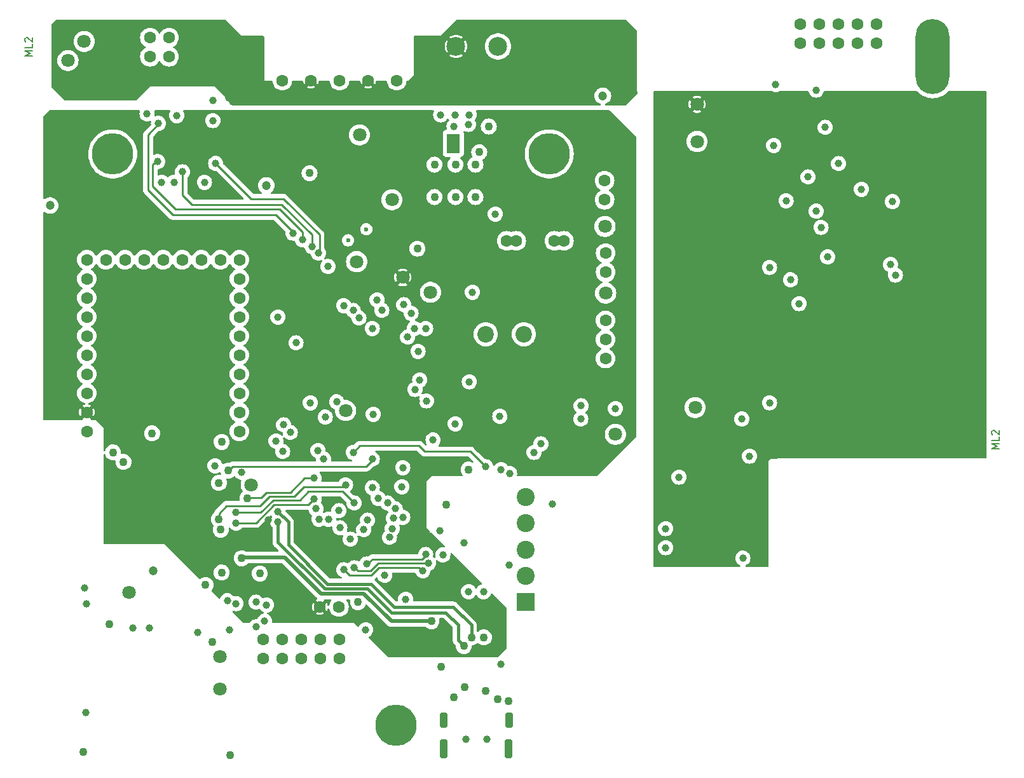
<source format=gbr>
%TF.GenerationSoftware,KiCad,Pcbnew,7.0.8*%
%TF.CreationDate,2024-06-17T23:50:33+02:00*%
%TF.ProjectId,Stima V4 Master,5374696d-6120-4563-9420-4d6173746572,rev?*%
%TF.SameCoordinates,Original*%
%TF.FileFunction,Copper,L4,Inr*%
%TF.FilePolarity,Positive*%
%FSLAX46Y46*%
G04 Gerber Fmt 4.6, Leading zero omitted, Abs format (unit mm)*
G04 Created by KiCad (PCBNEW 7.0.8) date 2024-06-17 23:50:33*
%MOMM*%
%LPD*%
G01*
G04 APERTURE LIST*
G04 Aperture macros list*
%AMRoundRect*
0 Rectangle with rounded corners*
0 $1 Rounding radius*
0 $2 $3 $4 $5 $6 $7 $8 $9 X,Y pos of 4 corners*
0 Add a 4 corners polygon primitive as box body*
4,1,4,$2,$3,$4,$5,$6,$7,$8,$9,$2,$3,0*
0 Add four circle primitives for the rounded corners*
1,1,$1+$1,$2,$3*
1,1,$1+$1,$4,$5*
1,1,$1+$1,$6,$7*
1,1,$1+$1,$8,$9*
0 Add four rect primitives between the rounded corners*
20,1,$1+$1,$2,$3,$4,$5,0*
20,1,$1+$1,$4,$5,$6,$7,0*
20,1,$1+$1,$6,$7,$8,$9,0*
20,1,$1+$1,$8,$9,$2,$3,0*%
G04 Aperture macros list end*
%ADD10C,0.150000*%
%TA.AperFunction,NonConductor*%
%ADD11C,0.150000*%
%TD*%
%TA.AperFunction,ComponentPad*%
%ADD12O,4.500000X10.000000*%
%TD*%
%TA.AperFunction,ComponentPad*%
%ADD13C,5.500000*%
%TD*%
%TA.AperFunction,ComponentPad*%
%ADD14C,1.800000*%
%TD*%
%TA.AperFunction,ComponentPad*%
%ADD15R,2.400000X2.400000*%
%TD*%
%TA.AperFunction,ComponentPad*%
%ADD16C,2.400000*%
%TD*%
%TA.AperFunction,ComponentPad*%
%ADD17C,1.600000*%
%TD*%
%TA.AperFunction,ComponentPad*%
%ADD18RoundRect,0.250000X-0.250000X0.750000X-0.250000X-0.750000X0.250000X-0.750000X0.250000X0.750000X0*%
%TD*%
%TA.AperFunction,ComponentPad*%
%ADD19RoundRect,0.250000X-0.250000X1.000000X-0.250000X-1.000000X0.250000X-1.000000X0.250000X1.000000X0*%
%TD*%
%TA.AperFunction,ComponentPad*%
%ADD20C,1.000000*%
%TD*%
%TA.AperFunction,ComponentPad*%
%ADD21C,0.600000*%
%TD*%
%TA.AperFunction,ComponentPad*%
%ADD22R,1.800000X2.600000*%
%TD*%
%TA.AperFunction,ComponentPad*%
%ADD23C,1.200000*%
%TD*%
%TA.AperFunction,ComponentPad*%
%ADD24C,2.200000*%
%TD*%
%TA.AperFunction,ComponentPad*%
%ADD25C,2.500000*%
%TD*%
%TA.AperFunction,ViaPad*%
%ADD26C,1.000000*%
%TD*%
%TA.AperFunction,ViaPad*%
%ADD27C,1.100000*%
%TD*%
%TA.AperFunction,ViaPad*%
%ADD28C,0.600000*%
%TD*%
%TA.AperFunction,ViaPad*%
%ADD29C,1.200000*%
%TD*%
%TA.AperFunction,Conductor*%
%ADD30C,0.280000*%
%TD*%
%TA.AperFunction,Conductor*%
%ADD31C,0.500000*%
%TD*%
%TA.AperFunction,Conductor*%
%ADD32C,0.400000*%
%TD*%
G04 APERTURE END LIST*
D10*
D11*
X84286839Y-60676320D02*
X83286839Y-60676320D01*
X83286839Y-60676320D02*
X84001124Y-60342987D01*
X84001124Y-60342987D02*
X83286839Y-60009654D01*
X83286839Y-60009654D02*
X84286839Y-60009654D01*
X84286839Y-59057273D02*
X84286839Y-59533463D01*
X84286839Y-59533463D02*
X83286839Y-59533463D01*
X83382077Y-58771558D02*
X83334458Y-58723939D01*
X83334458Y-58723939D02*
X83286839Y-58628701D01*
X83286839Y-58628701D02*
X83286839Y-58390606D01*
X83286839Y-58390606D02*
X83334458Y-58295368D01*
X83334458Y-58295368D02*
X83382077Y-58247749D01*
X83382077Y-58247749D02*
X83477315Y-58200130D01*
X83477315Y-58200130D02*
X83572553Y-58200130D01*
X83572553Y-58200130D02*
X83715410Y-58247749D01*
X83715410Y-58247749D02*
X84286839Y-58819177D01*
X84286839Y-58819177D02*
X84286839Y-58200130D01*
D10*
D11*
X213064839Y-113000320D02*
X212064839Y-113000320D01*
X212064839Y-113000320D02*
X212779124Y-112666987D01*
X212779124Y-112666987D02*
X212064839Y-112333654D01*
X212064839Y-112333654D02*
X213064839Y-112333654D01*
X213064839Y-111381273D02*
X213064839Y-111857463D01*
X213064839Y-111857463D02*
X212064839Y-111857463D01*
X212160077Y-111095558D02*
X212112458Y-111047939D01*
X212112458Y-111047939D02*
X212064839Y-110952701D01*
X212064839Y-110952701D02*
X212064839Y-110714606D01*
X212064839Y-110714606D02*
X212112458Y-110619368D01*
X212112458Y-110619368D02*
X212160077Y-110571749D01*
X212160077Y-110571749D02*
X212255315Y-110524130D01*
X212255315Y-110524130D02*
X212350553Y-110524130D01*
X212350553Y-110524130D02*
X212493410Y-110571749D01*
X212493410Y-110571749D02*
X213064839Y-111143177D01*
X213064839Y-111143177D02*
X213064839Y-110524130D01*
D12*
%TO.N,unconnected-(A3-A-Pad1)*%
%TO.C,A3*%
X204203900Y-60769980D03*
%TD*%
D13*
%TO.N,unconnected-(A4-A-Pad1)*%
%TO.C,A4*%
X94983180Y-73698100D03*
%TD*%
%TO.N,unconnected-(A1-A-Pad1)*%
%TO.C,A1*%
X153124020Y-73698100D03*
%TD*%
%TO.N,unconnected-(A2-A-Pad1)*%
%TO.C,A2*%
X132702180Y-149771100D03*
%TD*%
D14*
%TO.N,GND*%
%TO.C,GND1*%
X160541790Y-83363940D03*
%TD*%
%TO.N,PB14{slash}I2C2_SDA*%
%TO.C,TP9*%
X109233790Y-144958940D03*
%TD*%
D15*
%TO.N,Net-(FIL4-Pad2)*%
%TO.C,J5*%
X149950380Y-133411900D03*
D16*
%TO.N,Net-(FIL2-Pad2)*%
X149950380Y-129911900D03*
%TO.N,Net-(FIL5-Pad2)*%
X149950380Y-126411900D03*
%TO.N,Net-(FIL3-Pad2)*%
X149950380Y-122911900D03*
%TO.N,EGND*%
X149950380Y-119411900D03*
%TD*%
D17*
%TO.N,/Stima V4 Master_Can_RS232/USART2_RX*%
%TO.C,JP3*%
X160617260Y-95872300D03*
%TO.N,PD6{slash}232_RX*%
X160617260Y-98412300D03*
%TO.N,Net-(U9-RO1)*%
X160617260Y-100952300D03*
%TD*%
D14*
%TO.N,Net-(U1A-PE10)*%
%TO.C,TP7*%
X125997790Y-107874940D03*
%TD*%
D17*
%TO.N,+5V*%
%TO.C,J7*%
X115049180Y-140881100D03*
%TO.N,PB10{slash}I2C2_SCL*%
X115049180Y-138341100D03*
%TO.N,GND*%
X117589180Y-140881100D03*
%TO.N,PB14{slash}I2C2_SDA*%
X117589180Y-138341100D03*
%TO.N,ENC_A*%
X120129180Y-140881100D03*
%TO.N,-RES_DISP*%
X120129180Y-138341100D03*
%TO.N,ENC_B*%
X122669180Y-140881100D03*
%TO.N,unconnected-(J7-Pad8)*%
X122669180Y-138341100D03*
%TO.N,KEY1*%
X125209180Y-140881100D03*
%TO.N,EN+5VE*%
X125209180Y-138341100D03*
%TD*%
D14*
%TO.N,Net-(U1A-PA8)*%
%TO.C,MCO1*%
X113424790Y-117780940D03*
%TD*%
D18*
%TO.N,*%
%TO.C,J6*%
X139101780Y-149110700D03*
D19*
X139101780Y-152920700D03*
D20*
X142021580Y-151625300D03*
X144816780Y-151625300D03*
D19*
X147737780Y-152920700D03*
D18*
X147763180Y-149110700D03*
%TD*%
D21*
%TO.N,GND*%
%TO.C,U12*%
X139840980Y-71417500D03*
X139840980Y-72306500D03*
X139840980Y-73195500D03*
X140348980Y-71417500D03*
D22*
X140348980Y-72306500D03*
D21*
X140348980Y-73195500D03*
X140856980Y-71417500D03*
X140856980Y-72306500D03*
X140856980Y-73195500D03*
%TD*%
D14*
%TO.N,BUZZER*%
%TO.C,TP2*%
X137300790Y-92126940D03*
%TD*%
D17*
%TO.N,Net-(JP2-Pad1)*%
%TO.C,JP2*%
X102476180Y-60742500D03*
%TO.N,/Stima V4 Master_Can_RS232/CANL*%
X99936180Y-60742500D03*
%TD*%
D14*
%TO.N,+3V3D*%
%TO.C,+3V3D1*%
X172809020Y-67094100D03*
%TD*%
%TO.N,PB10{slash}I2C2_SCL*%
%TO.C,TP8*%
X109233790Y-140640940D03*
%TD*%
%TO.N,+3V3SDC*%
%TO.C,+3V3SDC1*%
X97168790Y-132131940D03*
%TD*%
%TO.N,PD6{slash}232_RX*%
%TO.C,TP6*%
X160642180Y-92240100D03*
%TD*%
D23*
%TO.N,Net-(DL1-K)*%
%TO.C,J8*%
X160261180Y-65951100D03*
%TD*%
D14*
%TO.N,CAN1_RX*%
%TO.C,TP4*%
X91173180Y-58712100D03*
%TD*%
%TO.N,+5V*%
%TO.C,+5V1*%
X132169020Y-79794100D03*
%TD*%
D17*
%TO.N,Net-(BATT1-Pad1)*%
%TO.C,BATT1*%
X160642180Y-89446100D03*
%TO.N,Net-(U1B-VBAT)*%
X160642180Y-86906100D03*
%TD*%
%TO.N,+5V*%
%TO.C,BZ1*%
X155080780Y-85268940D03*
X153810780Y-85268940D03*
%TO.N,Net-(BZ1--)*%
X148730780Y-85268940D03*
X147460780Y-85268940D03*
%TD*%
D14*
%TO.N,/Stima V4 Master_Display&SDC/+12VD*%
%TO.C,+12VD1*%
X172809020Y-72047100D03*
%TD*%
%TO.N,CAN1_TX*%
%TO.C,TP3*%
X89014180Y-61252100D03*
%TD*%
D17*
%TO.N,+5V*%
%TO.C,JP4*%
X160490020Y-79794100D03*
%TO.N,Net-(JP4-Pad2)*%
X160490020Y-77254100D03*
%TD*%
%TO.N,/Stima V4 Master_Can_RS232/CANH*%
%TO.C,JP1*%
X99936180Y-58204100D03*
%TO.N,Net-(JP1-Pad2)*%
X102476180Y-58204100D03*
%TD*%
D24*
%TO.N,Net-(C15-Pad1)*%
%TO.C,C15*%
X149746790Y-97714940D03*
%TO.N,GND*%
X144666710Y-97715020D03*
%TD*%
D25*
%TO.N,Net-(D1-A)*%
%TO.C,J9*%
X146291900Y-59372980D03*
%TO.N,EGND*%
X140703900Y-59372980D03*
%TD*%
D17*
%TO.N,+5V*%
%TO.C,U8*%
X91529020Y-110655100D03*
%TO.N,+3V3*%
X91529020Y-108115100D03*
%TO.N,SPI1_NSS*%
X91529020Y-105575100D03*
%TO.N,UPIN27_D8*%
X91529020Y-103035100D03*
%TO.N,UPIN27_D9*%
X91529020Y-100495100D03*
%TO.N,UPIN27_D10*%
X91529020Y-97955100D03*
%TO.N,SPI1_MOSI*%
X91529020Y-95415100D03*
%TO.N,SPI1_MISO*%
X91529020Y-92875100D03*
%TO.N,SPI1_CLK*%
X91529020Y-90335100D03*
%TO.N,unconnected-(U8-REF-Pad10)*%
X91529020Y-87795100D03*
%TO.N,UPIN27_PC4*%
X94069020Y-87795100D03*
%TO.N,UPIN27_PC0*%
X96609020Y-87795100D03*
%TO.N,UPIN27_PC3*%
X99149020Y-87795100D03*
%TO.N,unconnected-(U8-A3-Pad14)*%
X101689020Y-87795100D03*
%TO.N,I2C1_SDA*%
X104229020Y-87795100D03*
%TO.N,I2C1_SCL*%
X106769020Y-87795100D03*
%TO.N,unconnected-(U8-A6-Pad17)*%
X109309020Y-87795100D03*
%TO.N,unconnected-(U8-A7-Pad18)*%
X111849020Y-87795100D03*
%TO.N,/Stima V4 Master_Can_RS232/USART2_RX*%
X111849020Y-90335100D03*
%TO.N,PD5{slash}232_TX*%
X111849020Y-92875100D03*
%TO.N,USART1_RX*%
X111849020Y-95415100D03*
%TO.N,USART1_TX*%
X111849020Y-97955100D03*
%TO.N,UPIN27_D4*%
X111849020Y-100495100D03*
%TO.N,UPIN27_D5*%
X111849020Y-103035100D03*
%TO.N,UPIN27_D6*%
X111849020Y-105575100D03*
%TO.N,/Stima V4 Master_Can_RS232/RST*%
X111849020Y-108115100D03*
%TO.N,GND*%
X111849020Y-110655100D03*
%TD*%
D14*
%TO.N,+3V3*%
%TO.C,+3V3*%
X133603950Y-90146710D03*
%TD*%
D17*
%TO.N,Net-(U1B-PH3{slash}BOOT0)*%
%TO.C,BOOT1*%
X125108790Y-134036940D03*
%TO.N,+3V3*%
X122568790Y-134036940D03*
%TD*%
D14*
%TO.N,Net-(D2-K)*%
%TO.C,+5VM1*%
X127470020Y-88049100D03*
%TD*%
D17*
%TO.N,+5V*%
%TO.C,J7'1*%
X186525020Y-56426100D03*
%TO.N,PB10{slash}I2C2_SCL*%
X186525020Y-58966100D03*
%TO.N,GND*%
X189065020Y-56426100D03*
%TO.N,PB14{slash}I2C2_SDA*%
X189065020Y-58966100D03*
%TO.N,ENC_A*%
X191605020Y-56426100D03*
%TO.N,-RES_DISP*%
X191605020Y-58966100D03*
%TO.N,ENC_B*%
X194145020Y-56426100D03*
%TO.N,unconnected-(J7'1-Pad8)*%
X194145020Y-58966100D03*
%TO.N,KEY1*%
X196685020Y-56426100D03*
%TO.N,EN+5VE*%
X196685020Y-58966100D03*
%TD*%
D14*
%TO.N,PD5{slash}232_TX*%
%TO.C,TP5*%
X161938790Y-111049940D03*
%TD*%
%TO.N,EN+5VE*%
%TO.C,TP1*%
X172555020Y-107480100D03*
%TD*%
D17*
%TO.N,/Stima V4 Master_Can_RS232/CANL*%
%TO.C,J4*%
X132804020Y-63919100D03*
%TO.N,EGND*%
X128994020Y-63919100D03*
%TO.N,+AL*%
X125184020Y-63919100D03*
%TO.N,EGND*%
X121374020Y-63919100D03*
%TO.N,/Stima V4 Master_Can_RS232/CANH*%
X117564020Y-63919100D03*
%TD*%
D14*
%TO.N,+12V*%
%TO.C,+12V1*%
X127851020Y-71158100D03*
%TD*%
D26*
%TO.N,SDMMC1_CK*%
X123076790Y-114351940D03*
X123711790Y-122352940D03*
%TO.N,GND*%
X191656790Y-74981940D03*
X186398020Y-93637100D03*
D27*
X127648790Y-133401940D03*
D26*
X183020790Y-72568940D03*
D27*
X140626980Y-79438500D03*
D26*
X142481180Y-68491100D03*
X178905020Y-127546100D03*
D27*
X137832980Y-75120500D03*
X143293980Y-75120500D03*
X137832980Y-79438500D03*
D26*
X161938790Y-107620940D03*
X97676790Y-136830940D03*
D27*
X139407780Y-120383300D03*
D26*
X108318180Y-66586100D03*
X136766180Y-106591100D03*
X141745790Y-125527940D03*
X188684020Y-81318100D03*
X101474020Y-77481490D03*
D27*
X142380790Y-115748940D03*
D26*
X133998790Y-133020940D03*
X189878790Y-70155940D03*
D27*
X108217790Y-138735940D03*
D26*
X140449180Y-70013500D03*
D27*
X114567790Y-129591940D03*
D26*
X121298790Y-106858940D03*
D27*
X135559990Y-86311310D03*
X94501790Y-136322940D03*
X100216790Y-110922940D03*
X147688180Y-146596100D03*
D26*
X178778020Y-109004100D03*
X138570790Y-123876940D03*
X103506020Y-68591490D03*
X119393790Y-98857940D03*
X146545900Y-108648980D03*
X136665790Y-96952940D03*
X99555180Y-68364100D03*
X142888790Y-92126940D03*
X91199790Y-131496940D03*
X168618020Y-126149100D03*
X140576180Y-68491100D03*
X142354180Y-69761100D03*
D27*
X109106790Y-117526940D03*
D26*
X182461020Y-88811100D03*
D27*
X91046180Y-153327100D03*
D26*
X146698790Y-141656940D03*
D27*
X138697790Y-142037940D03*
X121195980Y-76263500D03*
X140626980Y-75120500D03*
D26*
X138671180Y-68491100D03*
D27*
X143293980Y-79438500D03*
D28*
X128766780Y-83729500D03*
X126328380Y-85202700D03*
D27*
X110629580Y-153809700D03*
D26*
X199225020Y-89827100D03*
X107189020Y-77481490D03*
%TO.N,EGND*%
X110985180Y-66713100D03*
X110477180Y-66205100D03*
X94856180Y-60236100D03*
D27*
%TO.N,-RESET*%
X110376790Y-115875940D03*
D26*
X129553790Y-118161940D03*
X129553790Y-114351940D03*
D27*
X109487790Y-112065940D03*
D26*
X131204790Y-129845940D03*
%TO.N,+12V*%
X108318180Y-69253100D03*
%TO.N,+5V*%
X194704790Y-78410940D03*
D29*
X86627790Y-80569940D03*
D26*
X103125020Y-77481490D03*
D29*
X115430180Y-77889100D03*
D26*
X145936790Y-81712940D03*
D29*
X100343790Y-129210940D03*
D26*
X183274790Y-64440940D03*
%TO.N,+3V3*%
X139078790Y-100127940D03*
X119266790Y-109144940D03*
D27*
X132347790Y-137211940D03*
D26*
X161938790Y-103429940D03*
X115710790Y-122479940D03*
D27*
X117234790Y-129591940D03*
D26*
X107201790Y-128956940D03*
X121298790Y-100254940D03*
D27*
X104407790Y-111938940D03*
D26*
X135395790Y-106604940D03*
X145555790Y-111176940D03*
X105538020Y-77481490D03*
D28*
X137834580Y-126122100D03*
D26*
X136538790Y-130861940D03*
X137935790Y-115875940D03*
%TO.N,+3V3D*%
X199225020Y-81826100D03*
X192279020Y-83577490D03*
D27*
%TO.N,3V3USB*%
X137427790Y-135941940D03*
X112154790Y-127559940D03*
D26*
%TO.N,EN+5VE*%
X188684020Y-65189100D03*
X132347790Y-122225940D03*
X187592790Y-76759940D03*
X182461020Y-106845100D03*
%TO.N,ENC_A*%
X131839790Y-124765940D03*
X170396020Y-116751100D03*
%TO.N,ENC_B*%
X179794020Y-113957100D03*
X132220790Y-123622940D03*
%TO.N,KEY1*%
X133617790Y-122098940D03*
X168618020Y-123609100D03*
X128664790Y-137084940D03*
%TO.N,SDMMC1_D3*%
X122314790Y-113208940D03*
X115202790Y-135941940D03*
X115456790Y-133782940D03*
X122441790Y-122352940D03*
%TO.N,SDMMC1_D0*%
X111392790Y-122860940D03*
X121806790Y-119685940D03*
X111392790Y-133592440D03*
%TO.N,+3V3SDC*%
X99835790Y-136830940D03*
X106312790Y-137402440D03*
X91453790Y-133655940D03*
%TO.N,/Stima V4 Master_Display&SDC/+12VD*%
X185255020Y-90462100D03*
X198590020Y-88430100D03*
X184671790Y-79934940D03*
%TO.N,Net-(U1B-VBAT)*%
X138951790Y-127115440D03*
D27*
%TO.N,Net-(FIL7-VBUS{slash}ID)*%
X144412790Y-138100940D03*
X146291180Y-146342100D03*
X140449180Y-146088100D03*
%TO.N,Net-(U12-BIAS)*%
X143801980Y-73469500D03*
X145071980Y-70040500D03*
D26*
%TO.N,-RES_DISP*%
X198844020Y-80048100D03*
X118631790Y-110795940D03*
%TO.N,PB10{slash}I2C2_SCL*%
X189319020Y-83477100D03*
X116726790Y-111938940D03*
%TO.N,PB14{slash}I2C2_SDA*%
X117615790Y-113335940D03*
X117742790Y-109779940D03*
X190208020Y-87414100D03*
%TO.N,Net-(U9-DO1)*%
X142380790Y-132004940D03*
X157366790Y-107239940D03*
%TO.N,Net-(U9-DO2)*%
X152006900Y-112331980D03*
X153505020Y-120307100D03*
%TO.N,Net-(U9-RIN1)*%
X157315020Y-109004100D03*
X144386900Y-132016980D03*
%TO.N,Net-(U9-RIN2)*%
X147815900Y-128460980D03*
X151092020Y-113449100D03*
%TO.N,SD_DTC*%
X110503790Y-137084940D03*
X91427180Y-148120100D03*
X108598790Y-115240940D03*
%TO.N,SDMMC1_D2*%
X114059790Y-133401940D03*
X114059790Y-136703940D03*
%TO.N,SDMMC1_D1*%
X112154790Y-116129940D03*
X110249790Y-133211440D03*
D27*
%TO.N,Net-(FIL7-IN1-)*%
X141846180Y-144691100D03*
X144640180Y-145199100D03*
D26*
%TO.N,PA11{slash}USB_DM*%
X116980790Y-121336940D03*
D27*
X142761790Y-138100940D03*
D26*
%TO.N,PA12{slash}USB_DP*%
X116980790Y-122733940D03*
D27*
X141745790Y-139243940D03*
D26*
%TO.N,/Stima V4 Master_Cpu/PB3{slash}SWO*%
X111392790Y-121463940D03*
X127140790Y-120193940D03*
D27*
%TO.N,/Stima V4 Master_Cpu/USART4_TX*%
X109106790Y-122352940D03*
D26*
X125997790Y-117780940D03*
D27*
%TO.N,/Stima V4 Master_Cpu/PA14{slash}SWCLK*%
X109487790Y-129464940D03*
X109360790Y-123749940D03*
%TO.N,/Stima V4 Master_Cpu/USART4_RX*%
X112916790Y-119558940D03*
D26*
X121806790Y-116891940D03*
%TO.N,PD6{slash}232_RX*%
X136665790Y-127051940D03*
X142481180Y-104051100D03*
X128791790Y-128321940D03*
%TO.N,BUZZER*%
X140602790Y-109652940D03*
%TO.N,/Stima V4 Master_Cpu/PA2{slash}F_-CS*%
X135649790Y-100000940D03*
X137655180Y-111798100D03*
%TO.N,CAN1_TX*%
X120231020Y-85128100D03*
X100952180Y-74714100D03*
X125235790Y-123495940D03*
%TO.N,CAN1_RX*%
X121501020Y-86017100D03*
X104268020Y-76084490D03*
X125108790Y-121209940D03*
%TO.N,PD5{slash}232_TX*%
X126632790Y-125019940D03*
X144666790Y-115367940D03*
X125743790Y-93904940D03*
X127013790Y-113462940D03*
%TO.N,UPIN27_PC0*%
X133744790Y-93777940D03*
X133490790Y-118034940D03*
%TO.N,UPIN27_PC3*%
X133617790Y-115494940D03*
X134709020Y-94907100D03*
%TO.N,SPI1_NSS*%
X135242180Y-105067100D03*
X134252790Y-98095940D03*
%TO.N,SPI1_CLK*%
X135877180Y-103797100D03*
X135141790Y-96952940D03*
%TO.N,UPIN27_PC4*%
X123660020Y-88684100D03*
X129680790Y-108382940D03*
%TO.N,EN_CAN*%
X122390020Y-86906100D03*
X108699180Y-74968100D03*
X124803020Y-106718100D03*
%TO.N,STB_CAN*%
X101079180Y-69634100D03*
X123279020Y-108750100D03*
X118961020Y-84239100D03*
D27*
%TO.N,UPIN27_D8*%
X95009790Y-113462940D03*
%TO.N,UPIN27_D9*%
X96406790Y-114732940D03*
D26*
%TO.N,USART1_RX*%
X122060790Y-120955940D03*
X116980790Y-95428940D03*
D27*
%TO.N,UPIN27_D10*%
X107328790Y-131115940D03*
D26*
%TO.N,PD3{slash}232_CTS*%
X136284790Y-129210940D03*
X147841790Y-116256940D03*
X125743790Y-129083940D03*
%TO.N,PD4{slash}232_RTS*%
X146698790Y-115748940D03*
X127140790Y-128829940D03*
X137046790Y-128194940D03*
%TO.N,SPI1_MISO*%
X128410790Y-123749940D03*
X127013790Y-94539940D03*
%TO.N,SPI1_MOSI*%
X127775790Y-95555940D03*
X128918790Y-122479940D03*
%TO.N,USART1_TX*%
X129553790Y-96952940D03*
X130315790Y-119558940D03*
%TO.N,I2C1_SDA*%
X130188790Y-93142940D03*
X131585790Y-120193940D03*
%TO.N,I2C1_SCL*%
X130823790Y-94539940D03*
X132601790Y-120955940D03*
%TD*%
D30*
%TO.N,-RESET*%
X110414810Y-115875940D02*
X110950810Y-115339940D01*
X128729810Y-115339940D02*
X129717810Y-114351940D01*
X110950810Y-115339940D02*
X128729810Y-115339940D01*
X110376790Y-115875940D02*
X110414810Y-115875940D01*
D31*
%TO.N,3V3USB*%
X112269590Y-127445130D02*
X112693860Y-127445130D01*
X128410790Y-132258940D02*
X132093790Y-135941940D01*
X112154790Y-127559940D02*
X112269590Y-127445130D01*
X112693860Y-127445130D02*
X112706050Y-127432940D01*
X117869790Y-127432940D02*
X122695790Y-132258940D01*
X112706050Y-127432940D02*
X117869790Y-127432940D01*
X122695790Y-132258940D02*
X128410790Y-132258940D01*
X132093790Y-135941940D02*
X137427790Y-135941940D01*
D30*
%TO.N,SDMMC1_D0*%
X111392790Y-122860940D02*
X114059790Y-122860940D01*
X121044790Y-120447940D02*
X121806790Y-119685940D01*
X114059790Y-122860940D02*
X116472790Y-120447940D01*
X116472790Y-120447940D02*
X121044790Y-120447940D01*
D32*
%TO.N,PA11{slash}USB_DM*%
X142761790Y-138100940D02*
X142761790Y-136449930D01*
X132474790Y-134036940D02*
X140348790Y-134036940D01*
X123584790Y-130988940D02*
X129426790Y-130988940D01*
X118377790Y-125781940D02*
X118377790Y-122733940D01*
X116980790Y-121336940D02*
X118377790Y-122733940D01*
X140348790Y-134036940D02*
X142761790Y-136449930D01*
X118377790Y-125781940D02*
X123584790Y-130988940D01*
X129426790Y-130988940D02*
X132474790Y-134036940D01*
%TO.N,PA12{slash}USB_DP*%
X123203790Y-131623940D02*
X128918790Y-131623940D01*
X132093790Y-134798940D02*
X139332790Y-134798940D01*
X140983790Y-138481940D02*
X140983790Y-136449930D01*
X116980790Y-125400930D02*
X116980790Y-122733940D01*
X139332790Y-134798940D02*
X140983790Y-136449930D01*
X116980790Y-125400930D02*
X123203790Y-131623940D01*
X128918790Y-131623940D02*
X132093790Y-134798940D01*
X140983790Y-138481940D02*
X141745790Y-139243940D01*
D30*
%TO.N,/Stima V4 Master_Cpu/PB3{slash}SWO*%
X125616790Y-118669940D02*
X127140790Y-120193940D01*
X116345790Y-119812940D02*
X119901790Y-119812940D01*
X111392790Y-121463940D02*
X114694790Y-121463940D01*
X119901790Y-119812940D02*
X121044790Y-118669940D01*
X114694790Y-121463940D02*
X116345790Y-119812940D01*
X121044790Y-118669940D02*
X125616790Y-118669940D01*
%TO.N,/Stima V4 Master_Cpu/USART4_TX*%
X110122790Y-120574940D02*
X114567790Y-120574940D01*
X119139790Y-119304940D02*
X120409790Y-118034940D01*
X115837790Y-119304940D02*
X119139790Y-119304940D01*
X109131680Y-121566040D02*
X110122790Y-120574940D01*
X114567790Y-120574940D02*
X115837790Y-119304940D01*
X109106790Y-122352940D02*
X109131680Y-122328040D01*
X125802950Y-117780940D02*
X125997790Y-117780940D01*
X120409790Y-118034940D02*
X125548950Y-118034940D01*
X125548950Y-118034940D02*
X125802950Y-117780940D01*
X109131680Y-122328040D02*
X109131680Y-121566040D01*
%TO.N,/Stima V4 Master_Cpu/USART4_RX*%
X118631790Y-118796940D02*
X120536790Y-116891940D01*
X115456790Y-118796940D02*
X118631790Y-118796940D01*
X112946690Y-119529040D02*
X114724690Y-119529040D01*
X114724690Y-119529040D02*
X115456790Y-118796940D01*
X120536790Y-116891940D02*
X121806790Y-116891940D01*
X112916790Y-119558940D02*
X112946690Y-119529040D01*
%TO.N,PD6{slash}232_RX*%
X128934810Y-128321940D02*
X129569810Y-127686940D01*
X136157790Y-127686940D02*
X136665790Y-127178940D01*
X128791790Y-128321940D02*
X128934810Y-128321940D01*
X129569810Y-127686940D02*
X136157790Y-127686940D01*
%TO.N,CAN1_TX*%
X117208180Y-81064100D02*
X120231020Y-84086940D01*
X100757350Y-74714100D02*
X100952180Y-74714100D01*
X100487250Y-74984200D02*
X100757350Y-74714100D01*
X100317180Y-78016100D02*
X100317180Y-75148220D01*
X100481200Y-74984200D02*
X100487250Y-74984200D01*
X120231020Y-85128100D02*
X120231020Y-84086940D01*
X100317180Y-75148220D02*
X100481200Y-74984200D01*
X100317180Y-78016100D02*
X103365180Y-81064100D01*
X103365180Y-81064100D02*
X117208180Y-81064100D01*
%TO.N,CAN1_RX*%
X117462180Y-80429100D02*
X121501020Y-84467940D01*
X121501020Y-86017100D02*
X121501020Y-84467940D01*
X104268020Y-79172940D02*
X104268020Y-76084490D01*
X104268020Y-76084490D02*
X104314670Y-76037840D01*
X104268020Y-79172940D02*
X105524180Y-80429100D01*
X105524180Y-80429100D02*
X117462180Y-80429100D01*
%TO.N,PD5{slash}232_TX*%
X127013790Y-113462940D02*
X127902790Y-112573940D01*
X135776790Y-112573940D02*
X136538790Y-113335940D01*
X136538790Y-113335940D02*
X142634790Y-113335940D01*
X127902790Y-112573940D02*
X135776790Y-112573940D01*
X142634790Y-113335940D02*
X144666790Y-115367940D01*
%TO.N,EN_CAN*%
X117716180Y-79667100D02*
X122517020Y-84467940D01*
X122517020Y-86779100D02*
X122517020Y-84467940D01*
X108699180Y-74968100D02*
X113398180Y-79667100D01*
X113398180Y-79667100D02*
X117716180Y-79667100D01*
X122390020Y-86906100D02*
X122517020Y-86779100D01*
%TO.N,STB_CAN*%
X99682180Y-78524100D02*
X99682180Y-71145330D01*
X101079180Y-69748330D02*
X101079180Y-69634100D01*
X102984180Y-81826100D02*
X116700180Y-81826100D01*
X99682180Y-71145330D02*
X101079180Y-69748330D01*
X99682180Y-78524100D02*
X102984180Y-81826100D01*
X118961020Y-84239100D02*
X118961020Y-84086940D01*
X116700180Y-81826100D02*
X118961020Y-84086940D01*
%TO.N,PD3{slash}232_CTS*%
X129426790Y-129845940D02*
X130442790Y-128829940D01*
X125743790Y-129083940D02*
X126505790Y-129845940D01*
X126505790Y-129845940D02*
X129426790Y-129845940D01*
X130442790Y-128829940D02*
X135760760Y-128829940D01*
X135760760Y-128829940D02*
X136141760Y-129210940D01*
X136141760Y-129210940D02*
X136284790Y-129210940D01*
%TO.N,PD4{slash}232_RTS*%
X127664810Y-129210940D02*
X129299790Y-129210940D01*
X129299790Y-129210940D02*
X130315790Y-128194940D01*
X127140790Y-128829940D02*
X127283810Y-128829940D01*
X127283810Y-128829940D02*
X127664810Y-129210940D01*
X130315790Y-128194940D02*
X136919790Y-128194940D01*
%TD*%
%TA.AperFunction,Conductor*%
%TO.N,+3V3*%
G36*
X98550694Y-67890785D02*
G01*
X98596449Y-67943589D01*
X98606393Y-68012747D01*
X98602316Y-68031095D01*
X98561271Y-68166400D01*
X98541800Y-68364100D01*
X98561271Y-68561799D01*
X98618940Y-68751908D01*
X98712581Y-68927098D01*
X98712585Y-68927105D01*
X98838611Y-69080668D01*
X98992174Y-69206694D01*
X98992181Y-69206698D01*
X99167371Y-69300339D01*
X99167373Y-69300339D01*
X99167376Y-69300341D01*
X99357479Y-69358008D01*
X99357478Y-69358008D01*
X99375204Y-69359753D01*
X99555180Y-69377480D01*
X99752881Y-69358008D01*
X99925881Y-69305528D01*
X99995745Y-69304906D01*
X100054858Y-69342154D01*
X100084449Y-69405448D01*
X100085277Y-69436344D01*
X100065800Y-69634100D01*
X100078924Y-69767354D01*
X100065905Y-69836000D01*
X100043202Y-69867189D01*
X99283925Y-70626466D01*
X99271375Y-70636522D01*
X99271532Y-70636712D01*
X99265521Y-70641684D01*
X99242140Y-70666583D01*
X99216416Y-70693976D01*
X99209202Y-70701189D01*
X99194777Y-70715614D01*
X99194771Y-70715621D01*
X99190295Y-70721391D01*
X99186506Y-70725826D01*
X99153366Y-70761117D01*
X99153360Y-70761126D01*
X99143176Y-70779647D01*
X99132506Y-70795891D01*
X99119553Y-70812592D01*
X99119551Y-70812595D01*
X99100320Y-70857033D01*
X99097750Y-70862279D01*
X99074429Y-70904700D01*
X99074426Y-70904709D01*
X99069170Y-70925176D01*
X99062872Y-70943571D01*
X99054482Y-70962960D01*
X99054480Y-70962967D01*
X99046907Y-71010776D01*
X99045722Y-71016495D01*
X99033681Y-71063397D01*
X99033680Y-71063406D01*
X99033680Y-71084538D01*
X99032152Y-71103937D01*
X99028849Y-71124798D01*
X99031997Y-71158100D01*
X99033405Y-71172994D01*
X99033680Y-71178832D01*
X99033680Y-78438816D01*
X99031916Y-78454794D01*
X99032161Y-78454818D01*
X99031426Y-78462584D01*
X99033680Y-78534272D01*
X99033680Y-78564893D01*
X99033681Y-78564916D01*
X99034594Y-78572149D01*
X99035052Y-78577966D01*
X99036573Y-78626351D01*
X99036574Y-78626355D01*
X99042468Y-78646645D01*
X99046411Y-78665686D01*
X99049060Y-78686651D01*
X99049062Y-78686659D01*
X99066885Y-78731675D01*
X99068777Y-78737202D01*
X99082286Y-78783698D01*
X99093042Y-78801886D01*
X99101600Y-78819355D01*
X99109377Y-78838997D01*
X99109378Y-78838999D01*
X99137833Y-78878164D01*
X99141042Y-78883049D01*
X99165691Y-78924728D01*
X99180628Y-78939665D01*
X99193265Y-78954460D01*
X99205687Y-78971557D01*
X99242992Y-79002418D01*
X99247303Y-79006340D01*
X100879363Y-80638400D01*
X102465315Y-82224352D01*
X102475368Y-82236900D01*
X102475558Y-82236744D01*
X102480529Y-82242752D01*
X102480531Y-82242755D01*
X102508179Y-82268718D01*
X102532826Y-82291864D01*
X102554465Y-82313503D01*
X102560234Y-82317978D01*
X102564677Y-82321773D01*
X102599972Y-82354917D01*
X102618492Y-82365099D01*
X102634747Y-82375777D01*
X102651443Y-82388727D01*
X102695884Y-82407958D01*
X102701097Y-82410511D01*
X102743554Y-82433852D01*
X102764025Y-82439108D01*
X102782428Y-82445409D01*
X102801813Y-82453798D01*
X102801814Y-82453798D01*
X102801816Y-82453799D01*
X102849648Y-82461374D01*
X102855342Y-82462554D01*
X102902255Y-82474600D01*
X102923389Y-82474600D01*
X102942786Y-82476126D01*
X102963648Y-82479431D01*
X103007960Y-82475242D01*
X103011845Y-82474875D01*
X103017683Y-82474600D01*
X116380201Y-82474600D01*
X116447240Y-82494285D01*
X116467882Y-82510919D01*
X117928443Y-83971480D01*
X117961928Y-84032803D01*
X117964165Y-84071315D01*
X117947640Y-84239099D01*
X117967111Y-84436799D01*
X118024780Y-84626908D01*
X118118421Y-84802098D01*
X118118425Y-84802105D01*
X118244451Y-84955668D01*
X118398014Y-85081694D01*
X118398021Y-85081698D01*
X118573211Y-85175339D01*
X118573213Y-85175339D01*
X118573216Y-85175341D01*
X118763319Y-85233008D01*
X118763318Y-85233008D01*
X118782790Y-85234925D01*
X118961020Y-85252480D01*
X119106233Y-85238177D01*
X119174876Y-85251196D01*
X119225587Y-85299260D01*
X119237045Y-85325584D01*
X119294779Y-85515905D01*
X119388421Y-85691098D01*
X119388425Y-85691105D01*
X119514451Y-85844668D01*
X119668014Y-85970694D01*
X119668021Y-85970698D01*
X119843211Y-86064339D01*
X119843213Y-86064339D01*
X119843216Y-86064341D01*
X120033319Y-86122008D01*
X120033318Y-86122008D01*
X120052790Y-86123925D01*
X120231020Y-86141480D01*
X120376233Y-86127177D01*
X120444876Y-86140196D01*
X120495587Y-86188260D01*
X120507045Y-86214584D01*
X120564779Y-86404905D01*
X120658421Y-86580098D01*
X120658425Y-86580105D01*
X120784451Y-86733668D01*
X120938014Y-86859694D01*
X120938021Y-86859698D01*
X121113211Y-86953339D01*
X121113213Y-86953339D01*
X121113216Y-86953341D01*
X121303319Y-87011008D01*
X121303320Y-87011008D01*
X121309148Y-87012776D01*
X121308482Y-87014970D01*
X121361337Y-87042596D01*
X121393107Y-87098347D01*
X121394344Y-87097972D01*
X121396112Y-87103799D01*
X121396112Y-87103801D01*
X121405330Y-87134189D01*
X121453780Y-87293908D01*
X121547421Y-87469098D01*
X121547425Y-87469105D01*
X121673451Y-87622668D01*
X121827014Y-87748694D01*
X121827021Y-87748698D01*
X122002211Y-87842339D01*
X122002213Y-87842339D01*
X122002216Y-87842341D01*
X122192319Y-87900008D01*
X122192318Y-87900008D01*
X122210044Y-87901753D01*
X122390020Y-87919480D01*
X122587721Y-87900008D01*
X122743978Y-87852607D01*
X122813844Y-87851984D01*
X122872957Y-87889232D01*
X122902548Y-87952526D01*
X122893223Y-88021770D01*
X122875827Y-88049932D01*
X122817425Y-88121095D01*
X122817421Y-88121101D01*
X122723780Y-88296291D01*
X122666111Y-88486400D01*
X122646640Y-88684100D01*
X122666111Y-88881799D01*
X122723780Y-89071908D01*
X122817421Y-89247098D01*
X122817425Y-89247105D01*
X122943451Y-89400668D01*
X123097014Y-89526694D01*
X123097021Y-89526698D01*
X123272211Y-89620339D01*
X123272213Y-89620339D01*
X123272216Y-89620341D01*
X123462319Y-89678008D01*
X123462318Y-89678008D01*
X123480044Y-89679753D01*
X123660020Y-89697480D01*
X123857721Y-89678008D01*
X124047824Y-89620341D01*
X124223024Y-89526695D01*
X124376588Y-89400668D01*
X124502615Y-89247104D01*
X124596261Y-89071904D01*
X124653928Y-88881801D01*
X124673400Y-88684100D01*
X124653928Y-88486399D01*
X124596261Y-88296296D01*
X124596259Y-88296293D01*
X124596259Y-88296291D01*
X124502618Y-88121101D01*
X124502614Y-88121094D01*
X124443534Y-88049105D01*
X126056693Y-88049105D01*
X126075968Y-88281722D01*
X126133271Y-88508007D01*
X126227035Y-88721768D01*
X126354706Y-88917184D01*
X126497137Y-89071904D01*
X126512800Y-89088918D01*
X126697003Y-89232290D01*
X126697005Y-89232291D01*
X126697008Y-89232293D01*
X126816351Y-89296877D01*
X126902293Y-89343387D01*
X127016934Y-89382743D01*
X127123065Y-89419179D01*
X127123067Y-89419179D01*
X127123069Y-89419180D01*
X127353308Y-89457600D01*
X127353309Y-89457600D01*
X127586731Y-89457600D01*
X127586732Y-89457600D01*
X127816971Y-89419180D01*
X128037747Y-89343387D01*
X128243037Y-89232290D01*
X128427240Y-89088918D01*
X128585334Y-88917183D01*
X128713004Y-88721769D01*
X128806769Y-88508007D01*
X128864071Y-88281726D01*
X128877381Y-88121095D01*
X128883347Y-88049105D01*
X128883347Y-88049094D01*
X128864071Y-87816477D01*
X128864071Y-87816474D01*
X128806769Y-87590193D01*
X128713004Y-87376431D01*
X128712024Y-87374931D01*
X128585333Y-87181015D01*
X128427243Y-87009285D01*
X128427242Y-87009284D01*
X128427240Y-87009282D01*
X128243037Y-86865910D01*
X128243035Y-86865909D01*
X128243034Y-86865908D01*
X128243031Y-86865906D01*
X128037753Y-86754816D01*
X128037750Y-86754815D01*
X128037747Y-86754813D01*
X128037741Y-86754811D01*
X128037739Y-86754810D01*
X127816974Y-86679020D01*
X127644291Y-86650205D01*
X127586732Y-86640600D01*
X127353308Y-86640600D01*
X127307260Y-86648284D01*
X127123065Y-86679020D01*
X126902300Y-86754810D01*
X126902286Y-86754816D01*
X126697008Y-86865906D01*
X126697005Y-86865908D01*
X126512801Y-87009281D01*
X126512796Y-87009285D01*
X126354706Y-87181015D01*
X126227035Y-87376431D01*
X126133271Y-87590192D01*
X126075968Y-87816477D01*
X126056693Y-88049094D01*
X126056693Y-88049105D01*
X124443534Y-88049105D01*
X124376588Y-87967531D01*
X124223025Y-87841505D01*
X124223018Y-87841501D01*
X124047828Y-87747860D01*
X123893241Y-87700967D01*
X123857721Y-87690192D01*
X123857719Y-87690191D01*
X123857721Y-87690191D01*
X123660020Y-87670720D01*
X123462320Y-87690191D01*
X123306061Y-87737592D01*
X123236194Y-87738215D01*
X123177081Y-87700967D01*
X123147490Y-87637672D01*
X123156817Y-87568428D01*
X123174208Y-87540272D01*
X123232615Y-87469104D01*
X123326261Y-87293904D01*
X123383928Y-87103801D01*
X123403400Y-86906100D01*
X123383928Y-86708399D01*
X123326261Y-86518296D01*
X123326259Y-86518293D01*
X123326259Y-86518291D01*
X123232616Y-86343097D01*
X123232613Y-86343094D01*
X123206529Y-86311310D01*
X134496368Y-86311310D01*
X134516804Y-86518810D01*
X134547068Y-86618576D01*
X134574315Y-86708400D01*
X134577332Y-86718343D01*
X134591908Y-86745613D01*
X134652886Y-86859694D01*
X134675623Y-86902230D01*
X134807895Y-87063404D01*
X134969069Y-87195676D01*
X134969073Y-87195679D01*
X135152959Y-87293969D01*
X135352488Y-87354495D01*
X135559990Y-87374932D01*
X135767492Y-87354495D01*
X135967021Y-87293969D01*
X136150907Y-87195679D01*
X136312084Y-87063404D01*
X136444359Y-86902227D01*
X136542649Y-86718341D01*
X136603175Y-86518812D01*
X136623612Y-86311310D01*
X136603175Y-86103808D01*
X136542649Y-85904279D01*
X136444359Y-85720393D01*
X136444356Y-85720389D01*
X136312084Y-85559215D01*
X136150910Y-85426943D01*
X136150908Y-85426942D01*
X136150907Y-85426941D01*
X135967021Y-85328651D01*
X135867256Y-85298388D01*
X135770183Y-85268941D01*
X146147282Y-85268941D01*
X146167236Y-85497021D01*
X146167237Y-85497029D01*
X146226494Y-85718178D01*
X146226498Y-85718189D01*
X146311232Y-85899902D01*
X146323257Y-85925689D01*
X146454582Y-86113240D01*
X146616480Y-86275138D01*
X146804031Y-86406463D01*
X146825779Y-86416604D01*
X147011530Y-86503221D01*
X147011532Y-86503221D01*
X147011537Y-86503224D01*
X147232693Y-86562483D01*
X147395612Y-86576736D01*
X147460778Y-86582438D01*
X147460780Y-86582438D01*
X147460782Y-86582438D01*
X147517801Y-86577449D01*
X147688867Y-86562483D01*
X147910023Y-86503224D01*
X148043377Y-86441039D01*
X148112452Y-86430548D01*
X148148179Y-86441038D01*
X148281537Y-86503224D01*
X148502693Y-86562483D01*
X148665612Y-86576736D01*
X148730778Y-86582438D01*
X148730780Y-86582438D01*
X148730782Y-86582438D01*
X148787801Y-86577449D01*
X148958867Y-86562483D01*
X149180023Y-86503224D01*
X149387529Y-86406463D01*
X149575080Y-86275138D01*
X149736978Y-86113240D01*
X149868303Y-85925689D01*
X149965064Y-85718183D01*
X150024323Y-85497027D01*
X150044278Y-85268941D01*
X152497282Y-85268941D01*
X152517236Y-85497021D01*
X152517237Y-85497029D01*
X152576494Y-85718178D01*
X152576498Y-85718189D01*
X152661232Y-85899902D01*
X152673257Y-85925689D01*
X152804582Y-86113240D01*
X152966480Y-86275138D01*
X153154031Y-86406463D01*
X153175779Y-86416604D01*
X153361530Y-86503221D01*
X153361532Y-86503221D01*
X153361537Y-86503224D01*
X153582693Y-86562483D01*
X153745612Y-86576736D01*
X153810778Y-86582438D01*
X153810780Y-86582438D01*
X153810782Y-86582438D01*
X153867801Y-86577449D01*
X154038867Y-86562483D01*
X154260023Y-86503224D01*
X154393377Y-86441039D01*
X154462452Y-86430548D01*
X154498179Y-86441038D01*
X154631537Y-86503224D01*
X154852693Y-86562483D01*
X155015612Y-86576736D01*
X155080778Y-86582438D01*
X155080780Y-86582438D01*
X155080782Y-86582438D01*
X155137801Y-86577449D01*
X155308867Y-86562483D01*
X155530023Y-86503224D01*
X155737529Y-86406463D01*
X155925080Y-86275138D01*
X156086978Y-86113240D01*
X156218303Y-85925689D01*
X156315064Y-85718183D01*
X156374323Y-85497027D01*
X156394278Y-85268940D01*
X156374323Y-85040853D01*
X156315064Y-84819697D01*
X156306860Y-84802104D01*
X156275112Y-84734019D01*
X156218303Y-84612191D01*
X156086978Y-84424640D01*
X155925080Y-84262742D01*
X155737529Y-84131417D01*
X155737525Y-84131415D01*
X155530029Y-84034658D01*
X155530018Y-84034654D01*
X155308869Y-83975397D01*
X155308861Y-83975396D01*
X155080782Y-83955442D01*
X155080778Y-83955442D01*
X154852698Y-83975396D01*
X154852690Y-83975397D01*
X154631541Y-84034654D01*
X154631539Y-84034655D01*
X154498184Y-84096839D01*
X154429106Y-84107330D01*
X154393376Y-84096839D01*
X154338639Y-84071315D01*
X154260023Y-84034656D01*
X154260020Y-84034655D01*
X154260018Y-84034654D01*
X154038869Y-83975397D01*
X154038861Y-83975396D01*
X153810782Y-83955442D01*
X153810778Y-83955442D01*
X153582698Y-83975396D01*
X153582690Y-83975397D01*
X153361541Y-84034654D01*
X153361530Y-84034658D01*
X153154034Y-84131415D01*
X153154032Y-84131416D01*
X153154031Y-84131417D01*
X152966480Y-84262742D01*
X152966478Y-84262743D01*
X152966475Y-84262746D01*
X152804586Y-84424635D01*
X152804583Y-84424638D01*
X152804582Y-84424640D01*
X152778042Y-84462543D01*
X152673256Y-84612192D01*
X152673255Y-84612194D01*
X152576498Y-84819690D01*
X152576494Y-84819701D01*
X152517237Y-85040850D01*
X152517236Y-85040858D01*
X152497282Y-85268938D01*
X152497282Y-85268941D01*
X150044278Y-85268941D01*
X150044278Y-85268940D01*
X150024323Y-85040853D01*
X149965064Y-84819697D01*
X149956860Y-84802104D01*
X149925112Y-84734019D01*
X149868303Y-84612191D01*
X149736978Y-84424640D01*
X149575080Y-84262742D01*
X149387529Y-84131417D01*
X149387525Y-84131415D01*
X149180029Y-84034658D01*
X149180018Y-84034654D01*
X148958869Y-83975397D01*
X148958861Y-83975396D01*
X148730782Y-83955442D01*
X148730778Y-83955442D01*
X148502698Y-83975396D01*
X148502690Y-83975397D01*
X148281541Y-84034654D01*
X148281539Y-84034655D01*
X148148184Y-84096839D01*
X148079106Y-84107330D01*
X148043376Y-84096839D01*
X147988639Y-84071315D01*
X147910023Y-84034656D01*
X147910020Y-84034655D01*
X147910018Y-84034654D01*
X147688869Y-83975397D01*
X147688861Y-83975396D01*
X147460782Y-83955442D01*
X147460778Y-83955442D01*
X147232698Y-83975396D01*
X147232690Y-83975397D01*
X147011541Y-84034654D01*
X147011530Y-84034658D01*
X146804034Y-84131415D01*
X146804032Y-84131416D01*
X146804031Y-84131417D01*
X146616480Y-84262742D01*
X146616478Y-84262743D01*
X146616475Y-84262746D01*
X146454586Y-84424635D01*
X146454583Y-84424638D01*
X146454582Y-84424640D01*
X146428042Y-84462543D01*
X146323256Y-84612192D01*
X146323255Y-84612194D01*
X146226498Y-84819690D01*
X146226494Y-84819701D01*
X146167237Y-85040850D01*
X146167236Y-85040858D01*
X146147282Y-85268938D01*
X146147282Y-85268941D01*
X135770183Y-85268941D01*
X135767490Y-85268124D01*
X135559990Y-85247688D01*
X135352489Y-85268124D01*
X135152956Y-85328652D01*
X134969069Y-85426943D01*
X134807895Y-85559215D01*
X134675623Y-85720389D01*
X134577332Y-85904276D01*
X134516804Y-86103809D01*
X134496368Y-86311310D01*
X123206529Y-86311310D01*
X123193667Y-86295637D01*
X123166354Y-86231327D01*
X123165520Y-86216972D01*
X123165520Y-85202703D01*
X125514764Y-85202703D01*
X125535161Y-85383741D01*
X125535162Y-85383746D01*
X125595338Y-85555717D01*
X125680404Y-85691098D01*
X125692269Y-85709981D01*
X125821099Y-85838811D01*
X125975365Y-85935743D01*
X126147333Y-85995917D01*
X126147338Y-85995918D01*
X126328376Y-86016316D01*
X126328380Y-86016316D01*
X126328384Y-86016316D01*
X126509421Y-85995918D01*
X126509424Y-85995917D01*
X126509427Y-85995917D01*
X126681395Y-85935743D01*
X126835661Y-85838811D01*
X126964491Y-85709981D01*
X127061423Y-85555715D01*
X127121597Y-85383747D01*
X127128126Y-85325801D01*
X127141996Y-85202703D01*
X127141996Y-85202696D01*
X127121598Y-85021658D01*
X127121597Y-85021653D01*
X127098508Y-84955668D01*
X127061423Y-84849685D01*
X126964491Y-84695419D01*
X126835661Y-84566589D01*
X126792602Y-84539533D01*
X126681397Y-84469658D01*
X126681396Y-84469657D01*
X126681395Y-84469657D01*
X126587498Y-84436801D01*
X126509426Y-84409482D01*
X126509421Y-84409481D01*
X126328384Y-84389084D01*
X126328376Y-84389084D01*
X126147338Y-84409481D01*
X126147333Y-84409482D01*
X125975362Y-84469658D01*
X125821098Y-84566589D01*
X125692269Y-84695418D01*
X125595338Y-84849682D01*
X125535162Y-85021653D01*
X125535161Y-85021658D01*
X125514764Y-85202696D01*
X125514764Y-85202703D01*
X123165520Y-85202703D01*
X123165520Y-84553221D01*
X123167284Y-84537240D01*
X123167039Y-84537217D01*
X123167771Y-84529461D01*
X123167773Y-84529454D01*
X123165520Y-84457767D01*
X123165520Y-84427142D01*
X123164603Y-84419890D01*
X123164146Y-84414076D01*
X123163822Y-84403754D01*
X123162626Y-84365686D01*
X123156730Y-84345392D01*
X123152786Y-84326347D01*
X123150138Y-84305383D01*
X123132314Y-84260366D01*
X123130425Y-84254847D01*
X123116915Y-84208346D01*
X123116914Y-84208345D01*
X123116914Y-84208343D01*
X123106150Y-84190142D01*
X123097599Y-84172685D01*
X123089821Y-84153040D01*
X123089819Y-84153037D01*
X123089818Y-84153035D01*
X123061365Y-84113874D01*
X123058155Y-84108988D01*
X123057174Y-84107330D01*
X123033508Y-84067311D01*
X123033503Y-84067305D01*
X123018568Y-84052370D01*
X123005930Y-84037574D01*
X123003811Y-84034658D01*
X122993513Y-84020483D01*
X122993511Y-84020480D01*
X122956201Y-83989615D01*
X122951878Y-83985681D01*
X122695700Y-83729503D01*
X127953164Y-83729503D01*
X127973561Y-83910541D01*
X127973562Y-83910546D01*
X127996255Y-83975397D01*
X128020774Y-84045470D01*
X128033738Y-84082517D01*
X128090390Y-84172677D01*
X128130669Y-84236781D01*
X128259499Y-84365611D01*
X128413765Y-84462543D01*
X128585733Y-84522717D01*
X128585738Y-84522718D01*
X128766776Y-84543116D01*
X128766780Y-84543116D01*
X128766784Y-84543116D01*
X128947821Y-84522718D01*
X128947824Y-84522717D01*
X128947827Y-84522717D01*
X129119795Y-84462543D01*
X129274061Y-84365611D01*
X129402891Y-84236781D01*
X129499823Y-84082515D01*
X129559997Y-83910547D01*
X129559998Y-83910541D01*
X129580396Y-83729503D01*
X129580396Y-83729496D01*
X129559998Y-83548458D01*
X129559997Y-83548453D01*
X129499823Y-83376485D01*
X129491944Y-83363945D01*
X159128463Y-83363945D01*
X159147738Y-83596562D01*
X159205041Y-83822847D01*
X159298805Y-84036608D01*
X159426476Y-84232024D01*
X159584566Y-84403754D01*
X159584570Y-84403758D01*
X159768773Y-84547130D01*
X159768775Y-84547131D01*
X159768778Y-84547133D01*
X159780028Y-84553221D01*
X159974063Y-84658227D01*
X160082396Y-84695418D01*
X160194835Y-84734019D01*
X160194837Y-84734019D01*
X160194839Y-84734020D01*
X160425078Y-84772440D01*
X160425079Y-84772440D01*
X160658501Y-84772440D01*
X160658502Y-84772440D01*
X160888741Y-84734020D01*
X161109517Y-84658227D01*
X161314807Y-84547130D01*
X161499010Y-84403758D01*
X161657104Y-84232023D01*
X161784774Y-84036609D01*
X161878539Y-83822847D01*
X161935841Y-83596566D01*
X161944408Y-83493176D01*
X161955117Y-83363945D01*
X161955117Y-83363934D01*
X161935841Y-83131317D01*
X161935841Y-83131314D01*
X161878539Y-82905033D01*
X161784774Y-82691271D01*
X161757274Y-82649179D01*
X161657103Y-82495855D01*
X161499013Y-82324125D01*
X161499012Y-82324124D01*
X161499010Y-82324122D01*
X161314807Y-82180750D01*
X161314805Y-82180749D01*
X161314804Y-82180748D01*
X161314801Y-82180746D01*
X161109523Y-82069656D01*
X161109520Y-82069655D01*
X161109517Y-82069653D01*
X161109511Y-82069651D01*
X161109509Y-82069650D01*
X160888744Y-81993860D01*
X160716061Y-81965045D01*
X160658502Y-81955440D01*
X160425078Y-81955440D01*
X160379030Y-81963124D01*
X160194835Y-81993860D01*
X159974070Y-82069650D01*
X159974056Y-82069656D01*
X159768778Y-82180746D01*
X159768775Y-82180748D01*
X159584571Y-82324121D01*
X159584566Y-82324125D01*
X159426476Y-82495855D01*
X159298805Y-82691271D01*
X159205041Y-82905032D01*
X159147738Y-83131317D01*
X159128463Y-83363934D01*
X159128463Y-83363945D01*
X129491944Y-83363945D01*
X129402891Y-83222219D01*
X129274061Y-83093389D01*
X129119795Y-82996457D01*
X129065473Y-82977449D01*
X128947826Y-82936282D01*
X128947821Y-82936281D01*
X128766784Y-82915884D01*
X128766776Y-82915884D01*
X128585738Y-82936281D01*
X128585733Y-82936282D01*
X128413762Y-82996458D01*
X128259498Y-83093389D01*
X128130669Y-83222218D01*
X128033738Y-83376482D01*
X127973562Y-83548453D01*
X127973561Y-83548458D01*
X127953164Y-83729496D01*
X127953164Y-83729503D01*
X122695700Y-83729503D01*
X120679137Y-81712940D01*
X144923410Y-81712940D01*
X144942881Y-81910639D01*
X145000550Y-82100748D01*
X145094191Y-82275938D01*
X145094195Y-82275945D01*
X145220221Y-82429508D01*
X145373784Y-82555534D01*
X145373791Y-82555538D01*
X145548981Y-82649179D01*
X145548983Y-82649179D01*
X145548986Y-82649181D01*
X145739089Y-82706848D01*
X145739088Y-82706848D01*
X145756814Y-82708593D01*
X145936790Y-82726320D01*
X146134491Y-82706848D01*
X146324594Y-82649181D01*
X146499794Y-82555535D01*
X146653358Y-82429508D01*
X146779385Y-82275944D01*
X146873031Y-82100744D01*
X146930698Y-81910641D01*
X146950170Y-81712940D01*
X146930698Y-81515239D01*
X146873031Y-81325136D01*
X146873029Y-81325133D01*
X146873029Y-81325131D01*
X146779388Y-81149941D01*
X146779384Y-81149934D01*
X146653358Y-80996371D01*
X146499795Y-80870345D01*
X146499788Y-80870341D01*
X146324598Y-80776700D01*
X146229542Y-80747865D01*
X146134491Y-80719032D01*
X146134489Y-80719031D01*
X146134491Y-80719031D01*
X145936790Y-80699560D01*
X145739090Y-80719031D01*
X145548981Y-80776700D01*
X145373791Y-80870341D01*
X145373784Y-80870345D01*
X145220221Y-80996371D01*
X145094195Y-81149934D01*
X145094191Y-81149941D01*
X145000550Y-81325131D01*
X144942881Y-81515240D01*
X144923410Y-81712940D01*
X120679137Y-81712940D01*
X118760302Y-79794105D01*
X130755693Y-79794105D01*
X130774968Y-80026722D01*
X130832271Y-80253007D01*
X130926035Y-80466768D01*
X131053706Y-80662184D01*
X131180850Y-80800298D01*
X131211800Y-80833918D01*
X131396003Y-80977290D01*
X131396005Y-80977291D01*
X131396008Y-80977293D01*
X131490411Y-81028381D01*
X131601293Y-81088387D01*
X131715934Y-81127743D01*
X131822065Y-81164179D01*
X131822067Y-81164179D01*
X131822069Y-81164180D01*
X132052308Y-81202600D01*
X132052309Y-81202600D01*
X132285731Y-81202600D01*
X132285732Y-81202600D01*
X132515971Y-81164180D01*
X132736747Y-81088387D01*
X132942037Y-80977290D01*
X133126240Y-80833918D01*
X133284334Y-80662183D01*
X133412004Y-80466769D01*
X133505769Y-80253007D01*
X133563071Y-80026726D01*
X133578085Y-79845533D01*
X133582347Y-79794105D01*
X133582347Y-79794094D01*
X133568769Y-79630242D01*
X133563071Y-79561474D01*
X133531930Y-79438500D01*
X136769358Y-79438500D01*
X136789794Y-79646000D01*
X136812791Y-79721810D01*
X136850321Y-79845531D01*
X136947170Y-80026722D01*
X136948613Y-80029420D01*
X137080885Y-80190594D01*
X137242059Y-80322866D01*
X137242063Y-80322869D01*
X137425949Y-80421159D01*
X137625478Y-80481685D01*
X137832980Y-80502122D01*
X138040482Y-80481685D01*
X138240011Y-80421159D01*
X138423897Y-80322869D01*
X138585074Y-80190594D01*
X138717349Y-80029417D01*
X138815639Y-79845531D01*
X138876165Y-79646002D01*
X138896602Y-79438500D01*
X139563358Y-79438500D01*
X139583794Y-79646000D01*
X139606791Y-79721810D01*
X139644321Y-79845531D01*
X139741170Y-80026722D01*
X139742613Y-80029420D01*
X139874885Y-80190594D01*
X140036059Y-80322866D01*
X140036063Y-80322869D01*
X140219949Y-80421159D01*
X140419478Y-80481685D01*
X140626980Y-80502122D01*
X140834482Y-80481685D01*
X141034011Y-80421159D01*
X141217897Y-80322869D01*
X141379074Y-80190594D01*
X141511349Y-80029417D01*
X141609639Y-79845531D01*
X141670165Y-79646002D01*
X141690602Y-79438500D01*
X142230358Y-79438500D01*
X142250794Y-79646000D01*
X142273791Y-79721810D01*
X142311321Y-79845531D01*
X142408170Y-80026722D01*
X142409613Y-80029420D01*
X142541885Y-80190594D01*
X142703059Y-80322866D01*
X142703063Y-80322869D01*
X142886949Y-80421159D01*
X143086478Y-80481685D01*
X143293980Y-80502122D01*
X143501482Y-80481685D01*
X143701011Y-80421159D01*
X143884897Y-80322869D01*
X144046074Y-80190594D01*
X144178349Y-80029417D01*
X144276639Y-79845531D01*
X144292240Y-79794101D01*
X159176522Y-79794101D01*
X159196476Y-80022181D01*
X159196477Y-80022189D01*
X159255734Y-80243338D01*
X159255738Y-80243349D01*
X159324527Y-80390867D01*
X159352497Y-80450849D01*
X159483822Y-80638400D01*
X159645720Y-80800298D01*
X159833271Y-80931623D01*
X159920047Y-80972087D01*
X160040770Y-81028381D01*
X160040772Y-81028381D01*
X160040777Y-81028384D01*
X160261933Y-81087643D01*
X160424852Y-81101896D01*
X160490018Y-81107598D01*
X160490020Y-81107598D01*
X160490022Y-81107598D01*
X160547041Y-81102609D01*
X160718107Y-81087643D01*
X160939263Y-81028384D01*
X161146769Y-80931623D01*
X161334320Y-80800298D01*
X161496218Y-80638400D01*
X161627543Y-80450849D01*
X161724304Y-80243343D01*
X161783563Y-80022187D01*
X161803518Y-79794100D01*
X161803517Y-79794094D01*
X161796476Y-79713610D01*
X161783563Y-79566013D01*
X161724304Y-79344857D01*
X161719940Y-79335499D01*
X161663171Y-79213756D01*
X161627543Y-79137351D01*
X161496218Y-78949800D01*
X161334320Y-78787902D01*
X161146769Y-78656577D01*
X161145559Y-78656013D01*
X161103675Y-78636482D01*
X161051235Y-78590310D01*
X161032083Y-78523117D01*
X161052298Y-78456236D01*
X161103675Y-78411718D01*
X161106902Y-78410212D01*
X161146769Y-78391623D01*
X161334320Y-78260298D01*
X161496218Y-78098400D01*
X161627543Y-77910849D01*
X161724304Y-77703343D01*
X161783563Y-77482187D01*
X161803518Y-77254100D01*
X161783563Y-77026013D01*
X161724304Y-76804857D01*
X161627543Y-76597351D01*
X161496218Y-76409800D01*
X161334320Y-76247902D01*
X161146769Y-76116577D01*
X161117990Y-76103157D01*
X160939269Y-76019818D01*
X160939258Y-76019814D01*
X160718109Y-75960557D01*
X160718101Y-75960556D01*
X160490022Y-75940602D01*
X160490018Y-75940602D01*
X160261938Y-75960556D01*
X160261930Y-75960557D01*
X160040781Y-76019814D01*
X160040770Y-76019818D01*
X159833274Y-76116575D01*
X159833272Y-76116576D01*
X159833271Y-76116577D01*
X159645720Y-76247902D01*
X159645718Y-76247903D01*
X159645715Y-76247906D01*
X159483826Y-76409795D01*
X159483823Y-76409798D01*
X159483822Y-76409800D01*
X159429359Y-76487581D01*
X159352496Y-76597352D01*
X159352495Y-76597354D01*
X159255738Y-76804850D01*
X159255734Y-76804861D01*
X159196477Y-77026010D01*
X159196476Y-77026018D01*
X159176522Y-77254098D01*
X159176522Y-77254101D01*
X159196476Y-77482181D01*
X159196477Y-77482189D01*
X159255734Y-77703338D01*
X159255738Y-77703349D01*
X159342355Y-77889099D01*
X159352497Y-77910849D01*
X159483822Y-78098400D01*
X159645720Y-78260298D01*
X159789110Y-78360701D01*
X159833271Y-78391623D01*
X159876365Y-78411718D01*
X159928804Y-78457891D01*
X159947956Y-78525084D01*
X159927740Y-78591965D01*
X159876365Y-78636482D01*
X159833271Y-78656576D01*
X159726020Y-78731675D01*
X159645720Y-78787902D01*
X159645718Y-78787903D01*
X159645715Y-78787906D01*
X159483826Y-78949795D01*
X159483823Y-78949798D01*
X159483822Y-78949800D01*
X159436717Y-79017073D01*
X159352496Y-79137352D01*
X159352495Y-79137354D01*
X159255738Y-79344850D01*
X159255734Y-79344861D01*
X159196477Y-79566010D01*
X159196476Y-79566018D01*
X159176522Y-79794098D01*
X159176522Y-79794101D01*
X144292240Y-79794101D01*
X144337165Y-79646002D01*
X144357602Y-79438500D01*
X144337165Y-79230998D01*
X144276639Y-79031469D01*
X144178349Y-78847583D01*
X144171305Y-78839000D01*
X144046074Y-78686405D01*
X143884900Y-78554133D01*
X143884898Y-78554132D01*
X143884897Y-78554131D01*
X143701011Y-78455841D01*
X143596110Y-78424020D01*
X143501480Y-78395314D01*
X143293980Y-78374878D01*
X143086479Y-78395314D01*
X142943073Y-78438816D01*
X142890322Y-78454818D01*
X142886946Y-78455842D01*
X142703059Y-78554133D01*
X142541885Y-78686405D01*
X142409613Y-78847579D01*
X142311322Y-79031466D01*
X142250794Y-79230999D01*
X142230358Y-79438500D01*
X141690602Y-79438500D01*
X141670165Y-79230998D01*
X141609639Y-79031469D01*
X141511349Y-78847583D01*
X141504305Y-78839000D01*
X141379074Y-78686405D01*
X141217900Y-78554133D01*
X141217898Y-78554132D01*
X141217897Y-78554131D01*
X141034011Y-78455841D01*
X140929110Y-78424020D01*
X140834480Y-78395314D01*
X140626980Y-78374878D01*
X140419479Y-78395314D01*
X140276073Y-78438816D01*
X140223322Y-78454818D01*
X140219946Y-78455842D01*
X140036059Y-78554133D01*
X139874885Y-78686405D01*
X139742613Y-78847579D01*
X139644322Y-79031466D01*
X139583794Y-79230999D01*
X139563358Y-79438500D01*
X138896602Y-79438500D01*
X138876165Y-79230998D01*
X138815639Y-79031469D01*
X138717349Y-78847583D01*
X138710305Y-78839000D01*
X138585074Y-78686405D01*
X138423900Y-78554133D01*
X138423898Y-78554132D01*
X138423897Y-78554131D01*
X138240011Y-78455841D01*
X138135110Y-78424020D01*
X138040480Y-78395314D01*
X137832980Y-78374878D01*
X137625479Y-78395314D01*
X137482073Y-78438816D01*
X137429322Y-78454818D01*
X137425946Y-78455842D01*
X137242059Y-78554133D01*
X137080885Y-78686405D01*
X136948613Y-78847579D01*
X136850322Y-79031466D01*
X136789794Y-79230999D01*
X136769358Y-79438500D01*
X133531930Y-79438500D01*
X133505769Y-79335193D01*
X133412004Y-79121431D01*
X133353227Y-79031466D01*
X133284333Y-78926015D01*
X133126243Y-78754285D01*
X133126242Y-78754284D01*
X133126240Y-78754282D01*
X132942037Y-78610910D01*
X132942035Y-78610909D01*
X132942034Y-78610908D01*
X132942031Y-78610906D01*
X132736753Y-78499816D01*
X132736750Y-78499815D01*
X132736747Y-78499813D01*
X132736741Y-78499811D01*
X132736739Y-78499810D01*
X132515974Y-78424020D01*
X132321826Y-78391623D01*
X132285732Y-78385600D01*
X132052308Y-78385600D01*
X132016214Y-78391623D01*
X131822065Y-78424020D01*
X131601300Y-78499810D01*
X131601286Y-78499816D01*
X131396008Y-78610906D01*
X131396005Y-78610908D01*
X131211801Y-78754281D01*
X131211796Y-78754285D01*
X131053706Y-78926015D01*
X130926035Y-79121431D01*
X130832271Y-79335192D01*
X130774968Y-79561477D01*
X130755693Y-79794094D01*
X130755693Y-79794105D01*
X118760302Y-79794105D01*
X118235045Y-79268848D01*
X118224991Y-79256297D01*
X118224801Y-79256455D01*
X118219828Y-79250444D01*
X118180740Y-79213738D01*
X118167533Y-79201336D01*
X118145890Y-79179693D01*
X118140122Y-79175219D01*
X118135684Y-79171428D01*
X118100388Y-79138283D01*
X118100386Y-79138281D01*
X118100384Y-79138280D01*
X118081871Y-79128102D01*
X118065613Y-79117423D01*
X118048917Y-79104473D01*
X118048914Y-79104471D01*
X118004483Y-79085244D01*
X117999237Y-79082673D01*
X117956809Y-79059349D01*
X117956803Y-79059347D01*
X117936338Y-79054092D01*
X117917937Y-79047792D01*
X117898543Y-79039400D01*
X117850728Y-79031827D01*
X117845013Y-79030643D01*
X117824435Y-79025360D01*
X117798107Y-79018600D01*
X117798105Y-79018600D01*
X117776971Y-79018600D01*
X117757573Y-79017073D01*
X117746490Y-79015317D01*
X117736713Y-79013769D01*
X117736712Y-79013769D01*
X117713790Y-79015935D01*
X117688515Y-79018325D01*
X117682677Y-79018600D01*
X116147474Y-79018600D01*
X116080435Y-78998915D01*
X116034680Y-78946111D01*
X116024736Y-78876953D01*
X116053761Y-78813397D01*
X116082197Y-78789173D01*
X116101060Y-78777493D01*
X116101059Y-78777493D01*
X116101062Y-78777492D01*
X116252881Y-78639091D01*
X116376683Y-78475150D01*
X116468254Y-78291252D01*
X116524474Y-78093659D01*
X116543429Y-77889100D01*
X116524474Y-77684541D01*
X116468254Y-77486948D01*
X116468249Y-77486937D01*
X116376686Y-77303055D01*
X116376681Y-77303047D01*
X116252879Y-77139106D01*
X116101063Y-77000709D01*
X116101062Y-77000708D01*
X115968270Y-76918486D01*
X115926400Y-76892561D01*
X115926398Y-76892560D01*
X115734835Y-76818349D01*
X115532898Y-76780600D01*
X115327462Y-76780600D01*
X115125525Y-76818349D01*
X115125522Y-76818349D01*
X115125522Y-76818350D01*
X114933959Y-76892561D01*
X114759296Y-77000709D01*
X114607480Y-77139106D01*
X114483678Y-77303047D01*
X114483673Y-77303055D01*
X114392110Y-77486937D01*
X114392104Y-77486952D01*
X114335886Y-77684539D01*
X114335885Y-77684541D01*
X114316931Y-77889099D01*
X114316931Y-77889100D01*
X114335885Y-78093658D01*
X114335886Y-78093660D01*
X114392104Y-78291247D01*
X114392110Y-78291262D01*
X114483673Y-78475144D01*
X114483678Y-78475152D01*
X114607480Y-78639093D01*
X114759297Y-78777491D01*
X114759299Y-78777493D01*
X114778163Y-78789173D01*
X114824799Y-78841200D01*
X114835903Y-78910182D01*
X114807950Y-78974216D01*
X114749815Y-79012973D01*
X114712886Y-79018600D01*
X113718160Y-79018600D01*
X113651121Y-78998915D01*
X113630479Y-78982281D01*
X110911697Y-76263500D01*
X120132358Y-76263500D01*
X120152794Y-76471000D01*
X120152795Y-76471002D01*
X120213321Y-76670531D01*
X120308463Y-76848528D01*
X120311613Y-76854420D01*
X120443885Y-77015594D01*
X120594385Y-77139106D01*
X120605063Y-77147869D01*
X120788949Y-77246159D01*
X120988478Y-77306685D01*
X121195980Y-77327122D01*
X121403482Y-77306685D01*
X121603011Y-77246159D01*
X121786897Y-77147869D01*
X121948074Y-77015594D01*
X122080349Y-76854417D01*
X122178639Y-76670531D01*
X122239165Y-76471002D01*
X122259602Y-76263500D01*
X122239165Y-76055998D01*
X122178639Y-75856469D01*
X122080349Y-75672583D01*
X122080346Y-75672579D01*
X121948074Y-75511405D01*
X121786900Y-75379133D01*
X121786898Y-75379132D01*
X121786897Y-75379131D01*
X121603011Y-75280841D01*
X121503246Y-75250578D01*
X121403480Y-75220314D01*
X121195980Y-75199878D01*
X120988479Y-75220314D01*
X120788946Y-75280842D01*
X120605059Y-75379133D01*
X120443885Y-75511405D01*
X120311613Y-75672579D01*
X120213322Y-75856466D01*
X120152794Y-76055999D01*
X120132358Y-76263500D01*
X110911697Y-76263500D01*
X109768697Y-75120500D01*
X136769358Y-75120500D01*
X136789794Y-75328000D01*
X136805305Y-75379131D01*
X136850321Y-75527531D01*
X136940734Y-75696681D01*
X136948613Y-75711420D01*
X137080885Y-75872594D01*
X137225913Y-75991615D01*
X137242063Y-76004869D01*
X137425949Y-76103159D01*
X137625478Y-76163685D01*
X137832980Y-76184122D01*
X138040482Y-76163685D01*
X138240011Y-76103159D01*
X138423897Y-76004869D01*
X138585074Y-75872594D01*
X138717349Y-75711417D01*
X138815639Y-75527531D01*
X138876165Y-75328002D01*
X138896602Y-75120500D01*
X138876165Y-74912998D01*
X138815639Y-74713469D01*
X138717349Y-74529583D01*
X138672585Y-74475038D01*
X138585074Y-74368405D01*
X138423900Y-74236133D01*
X138423898Y-74236132D01*
X138423897Y-74236131D01*
X138267283Y-74152418D01*
X138240013Y-74137842D01*
X138240012Y-74137841D01*
X138240011Y-74137841D01*
X138140246Y-74107578D01*
X138040480Y-74077314D01*
X137832980Y-74056878D01*
X137625479Y-74077314D01*
X137448766Y-74130919D01*
X137439571Y-74133709D01*
X137425946Y-74137842D01*
X137242059Y-74236133D01*
X137080885Y-74368405D01*
X136948613Y-74529579D01*
X136850322Y-74713466D01*
X136789794Y-74912999D01*
X136769358Y-75120500D01*
X109768697Y-75120500D01*
X109745399Y-75097202D01*
X109711914Y-75035879D01*
X109709677Y-74997365D01*
X109712560Y-74968100D01*
X109693088Y-74770399D01*
X109635421Y-74580296D01*
X109635419Y-74580293D01*
X109635419Y-74580291D01*
X109541778Y-74405101D01*
X109541774Y-74405094D01*
X109415748Y-74251531D01*
X109262185Y-74125505D01*
X109262178Y-74125501D01*
X109086988Y-74031860D01*
X108973823Y-73997532D01*
X108896881Y-73974192D01*
X108896879Y-73974191D01*
X108896881Y-73974191D01*
X108699180Y-73954720D01*
X108501480Y-73974191D01*
X108311371Y-74031860D01*
X108136181Y-74125501D01*
X108136174Y-74125505D01*
X107982611Y-74251531D01*
X107856585Y-74405094D01*
X107856581Y-74405101D01*
X107762940Y-74580291D01*
X107705271Y-74770400D01*
X107685800Y-74968100D01*
X107705271Y-75165799D01*
X107762940Y-75355908D01*
X107856581Y-75531098D01*
X107856585Y-75531105D01*
X107982611Y-75684668D01*
X108136174Y-75810694D01*
X108136181Y-75810698D01*
X108311371Y-75904339D01*
X108311373Y-75904339D01*
X108311376Y-75904341D01*
X108501479Y-75962008D01*
X108501478Y-75962008D01*
X108520950Y-75963925D01*
X108699180Y-75981480D01*
X108728445Y-75978597D01*
X108797091Y-75991615D01*
X108828282Y-76014319D01*
X112382881Y-79568919D01*
X112416366Y-79630242D01*
X112411382Y-79699934D01*
X112369510Y-79755867D01*
X112304046Y-79780284D01*
X112295200Y-79780600D01*
X105844160Y-79780600D01*
X105777121Y-79760915D01*
X105756479Y-79744281D01*
X104952839Y-78940641D01*
X104919354Y-78879318D01*
X104916520Y-78852960D01*
X104916520Y-77481490D01*
X106175640Y-77481490D01*
X106195111Y-77679189D01*
X106252780Y-77869298D01*
X106346421Y-78044488D01*
X106346425Y-78044495D01*
X106472451Y-78198058D01*
X106626014Y-78324084D01*
X106626021Y-78324088D01*
X106801211Y-78417729D01*
X106801213Y-78417729D01*
X106801216Y-78417731D01*
X106991319Y-78475398D01*
X106991318Y-78475398D01*
X107009044Y-78477143D01*
X107189020Y-78494870D01*
X107386721Y-78475398D01*
X107576824Y-78417731D01*
X107618764Y-78395314D01*
X107752018Y-78324088D01*
X107752022Y-78324086D01*
X107752024Y-78324085D01*
X107905588Y-78198058D01*
X108031615Y-78044494D01*
X108087802Y-77939374D01*
X108125259Y-77869298D01*
X108125259Y-77869297D01*
X108125261Y-77869294D01*
X108182928Y-77679191D01*
X108202400Y-77481490D01*
X108182928Y-77283789D01*
X108125261Y-77093686D01*
X108125259Y-77093683D01*
X108125259Y-77093681D01*
X108031618Y-76918491D01*
X108031614Y-76918484D01*
X107905588Y-76764921D01*
X107752025Y-76638895D01*
X107752018Y-76638891D01*
X107576828Y-76545250D01*
X107416627Y-76496654D01*
X107386721Y-76487582D01*
X107386719Y-76487581D01*
X107386721Y-76487581D01*
X107189020Y-76468110D01*
X106991320Y-76487581D01*
X106801211Y-76545250D01*
X106626021Y-76638891D01*
X106626014Y-76638895D01*
X106472451Y-76764921D01*
X106346425Y-76918484D01*
X106346421Y-76918491D01*
X106252780Y-77093681D01*
X106195111Y-77283790D01*
X106175640Y-77481490D01*
X104916520Y-77481490D01*
X104916520Y-76915567D01*
X104936205Y-76848528D01*
X104961854Y-76819715D01*
X104984588Y-76801058D01*
X105110615Y-76647494D01*
X105192756Y-76493819D01*
X105204259Y-76472298D01*
X105204259Y-76472297D01*
X105204261Y-76472294D01*
X105261928Y-76282191D01*
X105281400Y-76084490D01*
X105261928Y-75886789D01*
X105204261Y-75696686D01*
X105204259Y-75696683D01*
X105204259Y-75696681D01*
X105110618Y-75521491D01*
X105110614Y-75521484D01*
X104984588Y-75367921D01*
X104831025Y-75241895D01*
X104831018Y-75241891D01*
X104655828Y-75148250D01*
X104560772Y-75119415D01*
X104465721Y-75090582D01*
X104465719Y-75090581D01*
X104465721Y-75090581D01*
X104268020Y-75071110D01*
X104070320Y-75090581D01*
X103880211Y-75148250D01*
X103705021Y-75241891D01*
X103705014Y-75241895D01*
X103551451Y-75367921D01*
X103425425Y-75521484D01*
X103425421Y-75521491D01*
X103331780Y-75696681D01*
X103274111Y-75886790D01*
X103254640Y-76084490D01*
X103274111Y-76282191D01*
X103274112Y-76282193D01*
X103282967Y-76311383D01*
X103283591Y-76381250D01*
X103246343Y-76440363D01*
X103183049Y-76469954D01*
X103152154Y-76470782D01*
X103125021Y-76468110D01*
X103125020Y-76468110D01*
X103106298Y-76469954D01*
X102927320Y-76487581D01*
X102737211Y-76545250D01*
X102562021Y-76638891D01*
X102562014Y-76638895D01*
X102408451Y-76764921D01*
X102395373Y-76780858D01*
X102337627Y-76820192D01*
X102267783Y-76822063D01*
X102208014Y-76785875D01*
X102203667Y-76780858D01*
X102190588Y-76764921D01*
X102037025Y-76638895D01*
X102037018Y-76638891D01*
X101861828Y-76545250D01*
X101701627Y-76496654D01*
X101671721Y-76487582D01*
X101671719Y-76487581D01*
X101671721Y-76487581D01*
X101474020Y-76468110D01*
X101276320Y-76487581D01*
X101125675Y-76533279D01*
X101055808Y-76533902D01*
X100996695Y-76496654D01*
X100967104Y-76433359D01*
X100965680Y-76414618D01*
X100965680Y-75838537D01*
X100985365Y-75771498D01*
X101038169Y-75725743D01*
X101077524Y-75715134D01*
X101149881Y-75708008D01*
X101339984Y-75650341D01*
X101515184Y-75556695D01*
X101668748Y-75430668D01*
X101794775Y-75277104D01*
X101888421Y-75101904D01*
X101946088Y-74911801D01*
X101965560Y-74714100D01*
X101946088Y-74516399D01*
X101888421Y-74326296D01*
X101888419Y-74326293D01*
X101888419Y-74326291D01*
X101794778Y-74151101D01*
X101794774Y-74151094D01*
X101668748Y-73997531D01*
X101515185Y-73871505D01*
X101515178Y-73871501D01*
X101339988Y-73777860D01*
X101209193Y-73738184D01*
X101149881Y-73720192D01*
X101149879Y-73720191D01*
X101149881Y-73720191D01*
X100952180Y-73700720D01*
X100754480Y-73720191D01*
X100564375Y-73777859D01*
X100513133Y-73805249D01*
X100444730Y-73819490D01*
X100379486Y-73794490D01*
X100338116Y-73738184D01*
X100330680Y-73695890D01*
X100330680Y-71465308D01*
X100350365Y-71398269D01*
X100366995Y-71377631D01*
X100586521Y-71158105D01*
X126437693Y-71158105D01*
X126456968Y-71390722D01*
X126514271Y-71617007D01*
X126608035Y-71830768D01*
X126735706Y-72026184D01*
X126893796Y-72197914D01*
X126893800Y-72197918D01*
X127078003Y-72341290D01*
X127078005Y-72341291D01*
X127078008Y-72341293D01*
X127197351Y-72405877D01*
X127283293Y-72452387D01*
X127383656Y-72486842D01*
X127504065Y-72528179D01*
X127504067Y-72528179D01*
X127504069Y-72528180D01*
X127734308Y-72566600D01*
X127734309Y-72566600D01*
X127967731Y-72566600D01*
X127967732Y-72566600D01*
X128197971Y-72528180D01*
X128418747Y-72452387D01*
X128624037Y-72341290D01*
X128808240Y-72197918D01*
X128966334Y-72026183D01*
X129094004Y-71830769D01*
X129187769Y-71617007D01*
X129245071Y-71390726D01*
X129264347Y-71158100D01*
X129261587Y-71124797D01*
X129247753Y-70957845D01*
X129245071Y-70925474D01*
X129187769Y-70699193D01*
X129094004Y-70485431D01*
X129064061Y-70439600D01*
X128966333Y-70290015D01*
X128808243Y-70118285D01*
X128808242Y-70118284D01*
X128808240Y-70118282D01*
X128624037Y-69974910D01*
X128624035Y-69974909D01*
X128624034Y-69974908D01*
X128624031Y-69974906D01*
X128418753Y-69863816D01*
X128418750Y-69863815D01*
X128418747Y-69863813D01*
X128418741Y-69863811D01*
X128418739Y-69863810D01*
X128197974Y-69788020D01*
X128025291Y-69759205D01*
X127967732Y-69749600D01*
X127734308Y-69749600D01*
X127688260Y-69757284D01*
X127504065Y-69788020D01*
X127283300Y-69863810D01*
X127283286Y-69863816D01*
X127078008Y-69974906D01*
X127078005Y-69974908D01*
X126893801Y-70118281D01*
X126893796Y-70118285D01*
X126735706Y-70290015D01*
X126608035Y-70485431D01*
X126514271Y-70699192D01*
X126456968Y-70925477D01*
X126437693Y-71158094D01*
X126437693Y-71158105D01*
X100586521Y-71158105D01*
X101067737Y-70676888D01*
X101129058Y-70643405D01*
X101143256Y-70641168D01*
X101276881Y-70628008D01*
X101466984Y-70570341D01*
X101642184Y-70476695D01*
X101795748Y-70350668D01*
X101921775Y-70197104D01*
X102015421Y-70021904D01*
X102073088Y-69831801D01*
X102092560Y-69634100D01*
X102073088Y-69436399D01*
X102015421Y-69246296D01*
X102015419Y-69246293D01*
X102015419Y-69246291D01*
X101921778Y-69071101D01*
X101921774Y-69071094D01*
X101795748Y-68917531D01*
X101642185Y-68791505D01*
X101642178Y-68791501D01*
X101466988Y-68697860D01*
X101329138Y-68656044D01*
X101276881Y-68640192D01*
X101276879Y-68640191D01*
X101276881Y-68640191D01*
X101079180Y-68620720D01*
X100881480Y-68640191D01*
X100708480Y-68692670D01*
X100638613Y-68693293D01*
X100579500Y-68656044D01*
X100549909Y-68592750D01*
X100549082Y-68561854D01*
X100549086Y-68561804D01*
X100549088Y-68561801D01*
X100568560Y-68364100D01*
X100549088Y-68166399D01*
X100508043Y-68031094D01*
X100507421Y-67961228D01*
X100544669Y-67902115D01*
X100607963Y-67872524D01*
X100626705Y-67871100D01*
X102540668Y-67871100D01*
X102607707Y-67890785D01*
X102653462Y-67943589D01*
X102663406Y-68012747D01*
X102650026Y-68053553D01*
X102569780Y-68203681D01*
X102512111Y-68393790D01*
X102492640Y-68591490D01*
X102512111Y-68789189D01*
X102569780Y-68979298D01*
X102663421Y-69154488D01*
X102663425Y-69154495D01*
X102789451Y-69308058D01*
X102943014Y-69434084D01*
X102943021Y-69434088D01*
X103118211Y-69527729D01*
X103118213Y-69527729D01*
X103118216Y-69527731D01*
X103308319Y-69585398D01*
X103308318Y-69585398D01*
X103326044Y-69587143D01*
X103506020Y-69604870D01*
X103703721Y-69585398D01*
X103893824Y-69527731D01*
X104069024Y-69434085D01*
X104222588Y-69308058D01*
X104267691Y-69253100D01*
X107304800Y-69253100D01*
X107324271Y-69450799D01*
X107381940Y-69640908D01*
X107475581Y-69816098D01*
X107475585Y-69816105D01*
X107601611Y-69969668D01*
X107755174Y-70095694D01*
X107755181Y-70095698D01*
X107930371Y-70189339D01*
X107930373Y-70189339D01*
X107930376Y-70189341D01*
X108120479Y-70247008D01*
X108120478Y-70247008D01*
X108130571Y-70248002D01*
X108318180Y-70266480D01*
X108515881Y-70247008D01*
X108705984Y-70189341D01*
X108881184Y-70095695D01*
X109034748Y-69969668D01*
X109160775Y-69816104D01*
X109254421Y-69640904D01*
X109312088Y-69450801D01*
X109331560Y-69253100D01*
X109312088Y-69055399D01*
X109254421Y-68865296D01*
X109254419Y-68865293D01*
X109254419Y-68865291D01*
X109160778Y-68690101D01*
X109160774Y-68690094D01*
X109034748Y-68536531D01*
X108881185Y-68410505D01*
X108881178Y-68410501D01*
X108705988Y-68316860D01*
X108610932Y-68288025D01*
X108515881Y-68259192D01*
X108515879Y-68259191D01*
X108515881Y-68259191D01*
X108318180Y-68239720D01*
X108120480Y-68259191D01*
X107930371Y-68316860D01*
X107755181Y-68410501D01*
X107755174Y-68410505D01*
X107601611Y-68536531D01*
X107475585Y-68690094D01*
X107475581Y-68690101D01*
X107381940Y-68865291D01*
X107324271Y-69055400D01*
X107304800Y-69253100D01*
X104267691Y-69253100D01*
X104348615Y-69154494D01*
X104442261Y-68979294D01*
X104499928Y-68789191D01*
X104519400Y-68591490D01*
X104499928Y-68393789D01*
X104442261Y-68203686D01*
X104442259Y-68203683D01*
X104442259Y-68203681D01*
X104362014Y-68053553D01*
X104347772Y-67985150D01*
X104372772Y-67919907D01*
X104429077Y-67878536D01*
X104471372Y-67871100D01*
X137652168Y-67871100D01*
X137719207Y-67890785D01*
X137764962Y-67943589D01*
X137774906Y-68012747D01*
X137761527Y-68053552D01*
X137734940Y-68103293D01*
X137677271Y-68293400D01*
X137657800Y-68491100D01*
X137677271Y-68688799D01*
X137734940Y-68878908D01*
X137828581Y-69054098D01*
X137828585Y-69054105D01*
X137954611Y-69207668D01*
X138108174Y-69333694D01*
X138108181Y-69333698D01*
X138283371Y-69427339D01*
X138283373Y-69427339D01*
X138283376Y-69427341D01*
X138473479Y-69485008D01*
X138473478Y-69485008D01*
X138491204Y-69486753D01*
X138671180Y-69504480D01*
X138868881Y-69485008D01*
X139058984Y-69427341D01*
X139234184Y-69333695D01*
X139387748Y-69207668D01*
X139513775Y-69054104D01*
X139513886Y-69053895D01*
X139514317Y-69053091D01*
X139514739Y-69052660D01*
X139517161Y-69049037D01*
X139517847Y-69049495D01*
X139563275Y-69003242D01*
X139631411Y-68987775D01*
X139697093Y-69011601D01*
X139729781Y-69049322D01*
X139730202Y-69049041D01*
X139732440Y-69052390D01*
X139733038Y-69053080D01*
X139733583Y-69054100D01*
X139733587Y-69054107D01*
X139773609Y-69102874D01*
X139800922Y-69167184D01*
X139789131Y-69236052D01*
X139756423Y-69277389D01*
X139743002Y-69288405D01*
X139732607Y-69296936D01*
X139606585Y-69450494D01*
X139606581Y-69450501D01*
X139512940Y-69625691D01*
X139455271Y-69815800D01*
X139435800Y-70013500D01*
X139455271Y-70211199D01*
X139494325Y-70339943D01*
X139494948Y-70409810D01*
X139457699Y-70468923D01*
X139394405Y-70498514D01*
X139388921Y-70499227D01*
X139339777Y-70504511D01*
X139339775Y-70504511D01*
X139202775Y-70555611D01*
X139085719Y-70643239D01*
X138998091Y-70760295D01*
X138946991Y-70897295D01*
X138946991Y-70897297D01*
X138940480Y-70957845D01*
X138940480Y-73655154D01*
X138946991Y-73715702D01*
X138946991Y-73715704D01*
X138998091Y-73852704D01*
X139085719Y-73969761D01*
X139202776Y-74057389D01*
X139339779Y-74108489D01*
X139367030Y-74111418D01*
X139400325Y-74114999D01*
X139400342Y-74115000D01*
X139837105Y-74115000D01*
X139904144Y-74134685D01*
X139949899Y-74187489D01*
X139959843Y-74256647D01*
X139930818Y-74320203D01*
X139915774Y-74334849D01*
X139892601Y-74353868D01*
X139874883Y-74368408D01*
X139742613Y-74529579D01*
X139644322Y-74713466D01*
X139583794Y-74912999D01*
X139563358Y-75120500D01*
X139583794Y-75328000D01*
X139599305Y-75379131D01*
X139644321Y-75527531D01*
X139734734Y-75696681D01*
X139742613Y-75711420D01*
X139874885Y-75872594D01*
X140019913Y-75991615D01*
X140036063Y-76004869D01*
X140219949Y-76103159D01*
X140419478Y-76163685D01*
X140626980Y-76184122D01*
X140834482Y-76163685D01*
X141034011Y-76103159D01*
X141217897Y-76004869D01*
X141379074Y-75872594D01*
X141511349Y-75711417D01*
X141609639Y-75527531D01*
X141670165Y-75328002D01*
X141690602Y-75120500D01*
X142230358Y-75120500D01*
X142250794Y-75328000D01*
X142266305Y-75379131D01*
X142311321Y-75527531D01*
X142401734Y-75696681D01*
X142409613Y-75711420D01*
X142541885Y-75872594D01*
X142686913Y-75991615D01*
X142703063Y-76004869D01*
X142886949Y-76103159D01*
X143086478Y-76163685D01*
X143293980Y-76184122D01*
X143501482Y-76163685D01*
X143701011Y-76103159D01*
X143884897Y-76004869D01*
X144046074Y-75872594D01*
X144178349Y-75711417D01*
X144276639Y-75527531D01*
X144337165Y-75328002D01*
X144357602Y-75120500D01*
X144337165Y-74912998D01*
X144276639Y-74713469D01*
X144211427Y-74591468D01*
X144197186Y-74523066D01*
X144222186Y-74457822D01*
X144262331Y-74423658D01*
X144392897Y-74353869D01*
X144554074Y-74221594D01*
X144686349Y-74060417D01*
X144784639Y-73876531D01*
X144838764Y-73698102D01*
X149860734Y-73698102D01*
X149879863Y-74050920D01*
X149914685Y-74263322D01*
X149931912Y-74368406D01*
X149937029Y-74399615D01*
X149937030Y-74399618D01*
X150031554Y-74740066D01*
X150031555Y-74740068D01*
X150162337Y-75068308D01*
X150162346Y-75068326D01*
X150327850Y-75380500D01*
X150526140Y-75672956D01*
X150753480Y-75940602D01*
X150754889Y-75942260D01*
X151011413Y-76185253D01*
X151292706Y-76399086D01*
X151292714Y-76399091D01*
X151292726Y-76399099D01*
X151515737Y-76533279D01*
X151595469Y-76581252D01*
X151720053Y-76638891D01*
X151916148Y-76729615D01*
X151916150Y-76729615D01*
X151916153Y-76729617D01*
X152250999Y-76842439D01*
X152596079Y-76918397D01*
X152947349Y-76956600D01*
X152947355Y-76956600D01*
X153300685Y-76956600D01*
X153300691Y-76956600D01*
X153651961Y-76918397D01*
X153997041Y-76842439D01*
X154331887Y-76729617D01*
X154652571Y-76581252D01*
X154929520Y-76414618D01*
X154955313Y-76399099D01*
X154955317Y-76399096D01*
X154955334Y-76399086D01*
X155236627Y-76185253D01*
X155493151Y-75942260D01*
X155721899Y-75672957D01*
X155920190Y-75380500D01*
X156085698Y-75068318D01*
X156216483Y-74740072D01*
X156223870Y-74713469D01*
X156244861Y-74637860D01*
X156311012Y-74399610D01*
X156368176Y-74050923D01*
X156382981Y-73777860D01*
X156387306Y-73698102D01*
X156387306Y-73698097D01*
X156368176Y-73345279D01*
X156354523Y-73261998D01*
X156311012Y-72996590D01*
X156233497Y-72717405D01*
X156216485Y-72656133D01*
X156216484Y-72656131D01*
X156085702Y-72327891D01*
X156085693Y-72327873D01*
X155920190Y-72015700D01*
X155721899Y-71723243D01*
X155493151Y-71453940D01*
X155236627Y-71210947D01*
X155236620Y-71210941D01*
X155236617Y-71210939D01*
X155096101Y-71104122D01*
X154955334Y-70997114D01*
X154955328Y-70997110D01*
X154955313Y-70997100D01*
X154652575Y-70814950D01*
X154652569Y-70814947D01*
X154331891Y-70666584D01*
X153997043Y-70553761D01*
X153651959Y-70477802D01*
X153300692Y-70439600D01*
X153300691Y-70439600D01*
X152947349Y-70439600D01*
X152947347Y-70439600D01*
X152596080Y-70477802D01*
X152250996Y-70553761D01*
X151916148Y-70666584D01*
X151595470Y-70814947D01*
X151595464Y-70814950D01*
X151292726Y-70997100D01*
X151292710Y-70997111D01*
X151011422Y-71210939D01*
X151011413Y-71210947D01*
X150754886Y-71453942D01*
X150754881Y-71453948D01*
X150526140Y-71723243D01*
X150327850Y-72015699D01*
X150162346Y-72327873D01*
X150162337Y-72327891D01*
X150031555Y-72656131D01*
X150031554Y-72656133D01*
X149937030Y-72996581D01*
X149937029Y-72996584D01*
X149879863Y-73345279D01*
X149860734Y-73698097D01*
X149860734Y-73698102D01*
X144838764Y-73698102D01*
X144845165Y-73677002D01*
X144865602Y-73469500D01*
X144845165Y-73261998D01*
X144784639Y-73062469D01*
X144686349Y-72878583D01*
X144686346Y-72878579D01*
X144554074Y-72717405D01*
X144392900Y-72585133D01*
X144392898Y-72585132D01*
X144392897Y-72585131D01*
X144209011Y-72486841D01*
X144095431Y-72452387D01*
X144009480Y-72426314D01*
X143801980Y-72405878D01*
X143594479Y-72426314D01*
X143394946Y-72486842D01*
X143211059Y-72585133D01*
X143049885Y-72717405D01*
X142917613Y-72878579D01*
X142819322Y-73062466D01*
X142758794Y-73261999D01*
X142738358Y-73469500D01*
X142758794Y-73677000D01*
X142819322Y-73876535D01*
X142884531Y-73998531D01*
X142898773Y-74066933D01*
X142873773Y-74132177D01*
X142833627Y-74166342D01*
X142703059Y-74236133D01*
X142541885Y-74368405D01*
X142409613Y-74529579D01*
X142311322Y-74713466D01*
X142250794Y-74912999D01*
X142230358Y-75120500D01*
X141690602Y-75120500D01*
X141670165Y-74912998D01*
X141609639Y-74713469D01*
X141511349Y-74529583D01*
X141466585Y-74475038D01*
X141379074Y-74368405D01*
X141321392Y-74321067D01*
X141282058Y-74263322D01*
X141280187Y-74193477D01*
X141316375Y-74133709D01*
X141356723Y-74109032D01*
X141358177Y-74108489D01*
X141358181Y-74108489D01*
X141495184Y-74057389D01*
X141612241Y-73969761D01*
X141699869Y-73852704D01*
X141750969Y-73715701D01*
X141754571Y-73682192D01*
X141757479Y-73655154D01*
X141757480Y-73655137D01*
X141757480Y-70957862D01*
X141757479Y-70957845D01*
X141753933Y-70924866D01*
X141750969Y-70897299D01*
X141718796Y-70811043D01*
X141713811Y-70741354D01*
X141747295Y-70680030D01*
X141808618Y-70646544D01*
X141878310Y-70651528D01*
X141893431Y-70658352D01*
X141966371Y-70697339D01*
X141966373Y-70697339D01*
X141966376Y-70697341D01*
X142156479Y-70755008D01*
X142156478Y-70755008D01*
X142174204Y-70756753D01*
X142354180Y-70774480D01*
X142551881Y-70755008D01*
X142741984Y-70697341D01*
X142748280Y-70693976D01*
X142838940Y-70645517D01*
X142917184Y-70603695D01*
X143070748Y-70477668D01*
X143196775Y-70324104D01*
X143257124Y-70211199D01*
X143290419Y-70148908D01*
X143290419Y-70148907D01*
X143290421Y-70148904D01*
X143323305Y-70040500D01*
X144008358Y-70040500D01*
X144028794Y-70248000D01*
X144028795Y-70248002D01*
X144089321Y-70447531D01*
X144147091Y-70555611D01*
X144187613Y-70631420D01*
X144319885Y-70792594D01*
X144456487Y-70904700D01*
X144481063Y-70924869D01*
X144664949Y-71023159D01*
X144864478Y-71083685D01*
X145071980Y-71104122D01*
X145279482Y-71083685D01*
X145479011Y-71023159D01*
X145662897Y-70924869D01*
X145824074Y-70792594D01*
X145956349Y-70631417D01*
X146054639Y-70447531D01*
X146115165Y-70248002D01*
X146135602Y-70040500D01*
X146115165Y-69832998D01*
X146054639Y-69633469D01*
X145956349Y-69449583D01*
X145943630Y-69434085D01*
X145824074Y-69288405D01*
X145662900Y-69156133D01*
X145662898Y-69156132D01*
X145662897Y-69156131D01*
X145506283Y-69072418D01*
X145479013Y-69057842D01*
X145479012Y-69057841D01*
X145479011Y-69057841D01*
X145379246Y-69027578D01*
X145279480Y-68997314D01*
X145071980Y-68976878D01*
X144864479Y-68997314D01*
X144693972Y-69049037D01*
X144677259Y-69054107D01*
X144664946Y-69057842D01*
X144481059Y-69156133D01*
X144319885Y-69288405D01*
X144187613Y-69449579D01*
X144089322Y-69633466D01*
X144028794Y-69832999D01*
X144008358Y-70040500D01*
X143323305Y-70040500D01*
X143348088Y-69958801D01*
X143367560Y-69761100D01*
X143348088Y-69563399D01*
X143290421Y-69373296D01*
X143290419Y-69373293D01*
X143290419Y-69373291D01*
X143239314Y-69277681D01*
X143225072Y-69209279D01*
X143250072Y-69144035D01*
X143252786Y-69140603D01*
X143323775Y-69054104D01*
X143417421Y-68878904D01*
X143475088Y-68688801D01*
X143494560Y-68491100D01*
X143475088Y-68293399D01*
X143417421Y-68103296D01*
X143407072Y-68083935D01*
X143390833Y-68053552D01*
X143376592Y-67985149D01*
X143401593Y-67919906D01*
X143457898Y-67878536D01*
X143500192Y-67871100D01*
X161072198Y-67871100D01*
X161139237Y-67890785D01*
X161159879Y-67907419D01*
X162406952Y-69154488D01*
X164177945Y-70925477D01*
X164696471Y-71444001D01*
X164729956Y-71505324D01*
X164732790Y-71531682D01*
X164732790Y-111252578D01*
X164713105Y-111319617D01*
X164696471Y-111340259D01*
X159435109Y-116601621D01*
X159373786Y-116635106D01*
X159347428Y-116637940D01*
X148947290Y-116637940D01*
X148880251Y-116618255D01*
X148834496Y-116565451D01*
X148824552Y-116496293D01*
X148828629Y-116477946D01*
X148835698Y-116454641D01*
X148840010Y-116410860D01*
X148855170Y-116256940D01*
X148835698Y-116059239D01*
X148778031Y-115869136D01*
X148778029Y-115869133D01*
X148778029Y-115869131D01*
X148684388Y-115693941D01*
X148684384Y-115693934D01*
X148558358Y-115540371D01*
X148404795Y-115414345D01*
X148404788Y-115414341D01*
X148229598Y-115320700D01*
X148092404Y-115279083D01*
X148039491Y-115263032D01*
X148039489Y-115263031D01*
X148039491Y-115263031D01*
X147859515Y-115245305D01*
X147841790Y-115243560D01*
X147841789Y-115243560D01*
X147668124Y-115260664D01*
X147599478Y-115247645D01*
X147548768Y-115199580D01*
X147546611Y-115195712D01*
X147541388Y-115185941D01*
X147541384Y-115185934D01*
X147415358Y-115032371D01*
X147261795Y-114906345D01*
X147261788Y-114906341D01*
X147086598Y-114812700D01*
X146973433Y-114778372D01*
X146896491Y-114755032D01*
X146896489Y-114755031D01*
X146896491Y-114755031D01*
X146698790Y-114735560D01*
X146501090Y-114755031D01*
X146310981Y-114812700D01*
X146135791Y-114906341D01*
X146135784Y-114906345D01*
X145982221Y-115032371D01*
X145864105Y-115176296D01*
X145806359Y-115215630D01*
X145736514Y-115217501D01*
X145676746Y-115181313D01*
X145649592Y-115133628D01*
X145603031Y-114980136D01*
X145603029Y-114980133D01*
X145603029Y-114980131D01*
X145509388Y-114804941D01*
X145509384Y-114804934D01*
X145383358Y-114651371D01*
X145229795Y-114525345D01*
X145229788Y-114525341D01*
X145054598Y-114431700D01*
X144944627Y-114398341D01*
X144864491Y-114374032D01*
X144864489Y-114374031D01*
X144864491Y-114374031D01*
X144684515Y-114356305D01*
X144666790Y-114354560D01*
X144666789Y-114354560D01*
X144666787Y-114354560D01*
X144637520Y-114357442D01*
X144568874Y-114344422D01*
X144537687Y-114321720D01*
X143665067Y-113449100D01*
X150078640Y-113449100D01*
X150098111Y-113646799D01*
X150155780Y-113836908D01*
X150249421Y-114012098D01*
X150249425Y-114012105D01*
X150375451Y-114165668D01*
X150529014Y-114291694D01*
X150529021Y-114291698D01*
X150704211Y-114385339D01*
X150704213Y-114385339D01*
X150704216Y-114385341D01*
X150894319Y-114443008D01*
X150894318Y-114443008D01*
X150912044Y-114444753D01*
X151092020Y-114462480D01*
X151289721Y-114443008D01*
X151479824Y-114385341D01*
X151655024Y-114291695D01*
X151808588Y-114165668D01*
X151934615Y-114012104D01*
X151995103Y-113898938D01*
X152028259Y-113836908D01*
X152028259Y-113836907D01*
X152028261Y-113836904D01*
X152085928Y-113646801D01*
X152105400Y-113449100D01*
X152105400Y-113449099D01*
X152105400Y-113447384D01*
X152105654Y-113446518D01*
X152105997Y-113443038D01*
X152106657Y-113443103D01*
X152125085Y-113380345D01*
X152177889Y-113334590D01*
X152198824Y-113327829D01*
X152198772Y-113327656D01*
X152204599Y-113325888D01*
X152204601Y-113325888D01*
X152394704Y-113268221D01*
X152418620Y-113255438D01*
X152475052Y-113225274D01*
X152569904Y-113174575D01*
X152723468Y-113048548D01*
X152849495Y-112894984D01*
X152926182Y-112751513D01*
X152943139Y-112719788D01*
X152943139Y-112719787D01*
X152943141Y-112719784D01*
X153000808Y-112529681D01*
X153020280Y-112331980D01*
X153000808Y-112134279D01*
X152943141Y-111944176D01*
X152943139Y-111944173D01*
X152943139Y-111944171D01*
X152849498Y-111768981D01*
X152849494Y-111768974D01*
X152723468Y-111615411D01*
X152569905Y-111489385D01*
X152569898Y-111489381D01*
X152394708Y-111395740D01*
X152273387Y-111358938D01*
X152204601Y-111338072D01*
X152204599Y-111338071D01*
X152204601Y-111338071D01*
X152006900Y-111318600D01*
X151809200Y-111338071D01*
X151619091Y-111395740D01*
X151443901Y-111489381D01*
X151443894Y-111489385D01*
X151290331Y-111615411D01*
X151164305Y-111768974D01*
X151164301Y-111768981D01*
X151070660Y-111944171D01*
X151012991Y-112134280D01*
X150993520Y-112331980D01*
X150993520Y-112333695D01*
X150993265Y-112334560D01*
X150992923Y-112338042D01*
X150992262Y-112337976D01*
X150973835Y-112400734D01*
X150921031Y-112446489D01*
X150900095Y-112453251D01*
X150900148Y-112453424D01*
X150894319Y-112455191D01*
X150894319Y-112455192D01*
X150884433Y-112458191D01*
X150704211Y-112512860D01*
X150529021Y-112606501D01*
X150529014Y-112606505D01*
X150375451Y-112732531D01*
X150249425Y-112886094D01*
X150249421Y-112886101D01*
X150155780Y-113061291D01*
X150098111Y-113251400D01*
X150078640Y-113449100D01*
X143665067Y-113449100D01*
X143153655Y-112937688D01*
X143143601Y-112925137D01*
X143143411Y-112925295D01*
X143138438Y-112919284D01*
X143086144Y-112870177D01*
X143064501Y-112848534D01*
X143058737Y-112844063D01*
X143054294Y-112840268D01*
X143030617Y-112818034D01*
X143018998Y-112807123D01*
X143018996Y-112807121D01*
X143018994Y-112807120D01*
X143000481Y-112796942D01*
X142984223Y-112786263D01*
X142967527Y-112773313D01*
X142967524Y-112773311D01*
X142923093Y-112754084D01*
X142917847Y-112751513D01*
X142875419Y-112728189D01*
X142875413Y-112728187D01*
X142854948Y-112722932D01*
X142836547Y-112716632D01*
X142817153Y-112708240D01*
X142769338Y-112700667D01*
X142763623Y-112699483D01*
X142743045Y-112694200D01*
X142716717Y-112687440D01*
X142716715Y-112687440D01*
X142695581Y-112687440D01*
X142676183Y-112685913D01*
X142665100Y-112684157D01*
X142655323Y-112682609D01*
X142655322Y-112682609D01*
X142632400Y-112684775D01*
X142607125Y-112687165D01*
X142601287Y-112687440D01*
X138492134Y-112687440D01*
X138425095Y-112667755D01*
X138379340Y-112614951D01*
X138369396Y-112545793D01*
X138396281Y-112484775D01*
X138497774Y-112361105D01*
X138497778Y-112361098D01*
X138508007Y-112341962D01*
X138591421Y-112185904D01*
X138649088Y-111995801D01*
X138668560Y-111798100D01*
X138649088Y-111600399D01*
X138591421Y-111410296D01*
X138591419Y-111410293D01*
X138591419Y-111410291D01*
X138497778Y-111235101D01*
X138497774Y-111235094D01*
X138371748Y-111081531D01*
X138333260Y-111049945D01*
X160525463Y-111049945D01*
X160544738Y-111282562D01*
X160544738Y-111282565D01*
X160544739Y-111282566D01*
X160587057Y-111449676D01*
X160602041Y-111508847D01*
X160695805Y-111722608D01*
X160823476Y-111918024D01*
X160974486Y-112082063D01*
X160981570Y-112089758D01*
X161165773Y-112233130D01*
X161165775Y-112233131D01*
X161165778Y-112233133D01*
X161240263Y-112273442D01*
X161371063Y-112344227D01*
X161485704Y-112383583D01*
X161591835Y-112420019D01*
X161591837Y-112420019D01*
X161591839Y-112420020D01*
X161822078Y-112458440D01*
X161822079Y-112458440D01*
X162055501Y-112458440D01*
X162055502Y-112458440D01*
X162285741Y-112420020D01*
X162506517Y-112344227D01*
X162711807Y-112233130D01*
X162896010Y-112089758D01*
X163054104Y-111918023D01*
X163181774Y-111722609D01*
X163275539Y-111508847D01*
X163332841Y-111282566D01*
X163344989Y-111135958D01*
X163352117Y-111049945D01*
X163352117Y-111049934D01*
X163332841Y-110817317D01*
X163332841Y-110817314D01*
X163275539Y-110591033D01*
X163181774Y-110377271D01*
X163152212Y-110332023D01*
X163054103Y-110181855D01*
X162896013Y-110010125D01*
X162896012Y-110010124D01*
X162896010Y-110010122D01*
X162711807Y-109866750D01*
X162711805Y-109866749D01*
X162711804Y-109866748D01*
X162711801Y-109866746D01*
X162506523Y-109755656D01*
X162506520Y-109755655D01*
X162506517Y-109755653D01*
X162506511Y-109755651D01*
X162506509Y-109755650D01*
X162285744Y-109679860D01*
X162064179Y-109642888D01*
X162055502Y-109641440D01*
X161822078Y-109641440D01*
X161813401Y-109642888D01*
X161591835Y-109679860D01*
X161371070Y-109755650D01*
X161371056Y-109755656D01*
X161165778Y-109866746D01*
X161165775Y-109866748D01*
X160981571Y-110010121D01*
X160981566Y-110010125D01*
X160823476Y-110181855D01*
X160695805Y-110377271D01*
X160602041Y-110591032D01*
X160544738Y-110817317D01*
X160525463Y-111049934D01*
X160525463Y-111049945D01*
X138333260Y-111049945D01*
X138218185Y-110955505D01*
X138218178Y-110955501D01*
X138042988Y-110861860D01*
X137896148Y-110817317D01*
X137852881Y-110804192D01*
X137852879Y-110804191D01*
X137852881Y-110804191D01*
X137655180Y-110784720D01*
X137457480Y-110804191D01*
X137267371Y-110861860D01*
X137092181Y-110955501D01*
X137092174Y-110955505D01*
X136938611Y-111081531D01*
X136812585Y-111235094D01*
X136812581Y-111235101D01*
X136718940Y-111410291D01*
X136661271Y-111600400D01*
X136641800Y-111798100D01*
X136661271Y-111995799D01*
X136718939Y-112185904D01*
X136799195Y-112336054D01*
X136813436Y-112404457D01*
X136788435Y-112469701D01*
X136732130Y-112511071D01*
X136662397Y-112515433D01*
X136602156Y-112482188D01*
X136295654Y-112175687D01*
X136285601Y-112163137D01*
X136285411Y-112163295D01*
X136280438Y-112157284D01*
X136228144Y-112108177D01*
X136206501Y-112086534D01*
X136200737Y-112082063D01*
X136196294Y-112078268D01*
X136174126Y-112057451D01*
X136160998Y-112045123D01*
X136160996Y-112045121D01*
X136160994Y-112045120D01*
X136142481Y-112034942D01*
X136126223Y-112024263D01*
X136109527Y-112011313D01*
X136109524Y-112011311D01*
X136065093Y-111992084D01*
X136059847Y-111989513D01*
X136017419Y-111966189D01*
X136017413Y-111966187D01*
X135996948Y-111960932D01*
X135978547Y-111954632D01*
X135959153Y-111946240D01*
X135911338Y-111938667D01*
X135905623Y-111937483D01*
X135885045Y-111932200D01*
X135858717Y-111925440D01*
X135858715Y-111925440D01*
X135837581Y-111925440D01*
X135818183Y-111923913D01*
X135807100Y-111922157D01*
X135797323Y-111920609D01*
X135797322Y-111920609D01*
X135774400Y-111922775D01*
X135749125Y-111925165D01*
X135743287Y-111925440D01*
X127988071Y-111925440D01*
X127972090Y-111923675D01*
X127972067Y-111923921D01*
X127964305Y-111923187D01*
X127964304Y-111923187D01*
X127892618Y-111925440D01*
X127861992Y-111925440D01*
X127861989Y-111925440D01*
X127861974Y-111925441D01*
X127854742Y-111926354D01*
X127848925Y-111926812D01*
X127800538Y-111928333D01*
X127800532Y-111928334D01*
X127780240Y-111934229D01*
X127761199Y-111938172D01*
X127758201Y-111938551D01*
X127740236Y-111940821D01*
X127740233Y-111940821D01*
X127740233Y-111940822D01*
X127723201Y-111947564D01*
X127695219Y-111958643D01*
X127689693Y-111960535D01*
X127643192Y-111974046D01*
X127643188Y-111974047D01*
X127624995Y-111984806D01*
X127607534Y-111993360D01*
X127587893Y-112001137D01*
X127587886Y-112001141D01*
X127548724Y-112029592D01*
X127543843Y-112032798D01*
X127502161Y-112057450D01*
X127487214Y-112072397D01*
X127472426Y-112085026D01*
X127455337Y-112097442D01*
X127455335Y-112097444D01*
X127424469Y-112134753D01*
X127420537Y-112139074D01*
X127142891Y-112416720D01*
X127081568Y-112450205D01*
X127043058Y-112452442D01*
X127013792Y-112449560D01*
X127013791Y-112449560D01*
X127013790Y-112449560D01*
X126994319Y-112451477D01*
X126816090Y-112469031D01*
X126625981Y-112526700D01*
X126450791Y-112620341D01*
X126450784Y-112620345D01*
X126297221Y-112746371D01*
X126171195Y-112899934D01*
X126171191Y-112899941D01*
X126077550Y-113075131D01*
X126019881Y-113265240D01*
X126000410Y-113462940D01*
X126019881Y-113660639D01*
X126077550Y-113850748D01*
X126171191Y-114025938D01*
X126171195Y-114025945D01*
X126297221Y-114179508D01*
X126450784Y-114305534D01*
X126450791Y-114305538D01*
X126625981Y-114399179D01*
X126625983Y-114399179D01*
X126625986Y-114399181D01*
X126789490Y-114448779D01*
X126847929Y-114487077D01*
X126876385Y-114550889D01*
X126865825Y-114619956D01*
X126819601Y-114672350D01*
X126753495Y-114691440D01*
X124193545Y-114691440D01*
X124126506Y-114671755D01*
X124080751Y-114618951D01*
X124070142Y-114555286D01*
X124074984Y-114506125D01*
X124090170Y-114351940D01*
X124070698Y-114154239D01*
X124013031Y-113964136D01*
X124013029Y-113964133D01*
X124013029Y-113964131D01*
X123919388Y-113788941D01*
X123919384Y-113788934D01*
X123793358Y-113635371D01*
X123639795Y-113509345D01*
X123639788Y-113509341D01*
X123464595Y-113415699D01*
X123409735Y-113399057D01*
X123351296Y-113360759D01*
X123322840Y-113296947D01*
X123322328Y-113268250D01*
X123328170Y-113208940D01*
X123308698Y-113011239D01*
X123251031Y-112821136D01*
X123251029Y-112821133D01*
X123251029Y-112821131D01*
X123157388Y-112645941D01*
X123157384Y-112645934D01*
X123031358Y-112492371D01*
X122877795Y-112366345D01*
X122877788Y-112366341D01*
X122702598Y-112272700D01*
X122572162Y-112233133D01*
X122512491Y-112215032D01*
X122512489Y-112215031D01*
X122512491Y-112215031D01*
X122314790Y-112195560D01*
X122117090Y-112215031D01*
X121926981Y-112272700D01*
X121751791Y-112366341D01*
X121751784Y-112366345D01*
X121598221Y-112492371D01*
X121472195Y-112645934D01*
X121472191Y-112645941D01*
X121378550Y-112821131D01*
X121320881Y-113011240D01*
X121301410Y-113208940D01*
X121320881Y-113406639D01*
X121378550Y-113596748D01*
X121472191Y-113771938D01*
X121472195Y-113771945D01*
X121598221Y-113925508D01*
X121751784Y-114051534D01*
X121751791Y-114051538D01*
X121926981Y-114145179D01*
X121926983Y-114145179D01*
X121926986Y-114145181D01*
X121981842Y-114161821D01*
X122040281Y-114200119D01*
X122068737Y-114263931D01*
X122069250Y-114292634D01*
X122064150Y-114344422D01*
X122063410Y-114351940D01*
X122076177Y-114481560D01*
X122083438Y-114555286D01*
X122070419Y-114623932D01*
X122022354Y-114674642D01*
X121960035Y-114691440D01*
X111036091Y-114691440D01*
X111020110Y-114689675D01*
X111020087Y-114689921D01*
X111012325Y-114689187D01*
X111012324Y-114689187D01*
X110940638Y-114691440D01*
X110910012Y-114691440D01*
X110910009Y-114691440D01*
X110909994Y-114691441D01*
X110902762Y-114692354D01*
X110896945Y-114692812D01*
X110848558Y-114694333D01*
X110848552Y-114694334D01*
X110828260Y-114700229D01*
X110809219Y-114704172D01*
X110806221Y-114704551D01*
X110788256Y-114706821D01*
X110788248Y-114706823D01*
X110743240Y-114724642D01*
X110737716Y-114726533D01*
X110691211Y-114740046D01*
X110673018Y-114750805D01*
X110655553Y-114759360D01*
X110635914Y-114767136D01*
X110635912Y-114767137D01*
X110596739Y-114795596D01*
X110591858Y-114798802D01*
X110576480Y-114807898D01*
X110508757Y-114825083D01*
X110501201Y-114824571D01*
X110489839Y-114823452D01*
X110376790Y-114812318D01*
X110376789Y-114812318D01*
X110169289Y-114832754D01*
X109969756Y-114893282D01*
X109881528Y-114940442D01*
X109785873Y-114991571D01*
X109785871Y-114991572D01*
X109785870Y-114991573D01*
X109762106Y-115011075D01*
X109697795Y-115038387D01*
X109628928Y-115026594D01*
X109577369Y-114979440D01*
X109564784Y-114951221D01*
X109535031Y-114853136D01*
X109463762Y-114719800D01*
X109441388Y-114677941D01*
X109441384Y-114677934D01*
X109315358Y-114524371D01*
X109161795Y-114398345D01*
X109161788Y-114398341D01*
X108986598Y-114304700D01*
X108879390Y-114272179D01*
X108796491Y-114247032D01*
X108796489Y-114247031D01*
X108796491Y-114247031D01*
X108598790Y-114227560D01*
X108401090Y-114247031D01*
X108210981Y-114304700D01*
X108035791Y-114398341D01*
X108035784Y-114398345D01*
X107882221Y-114524371D01*
X107756195Y-114677934D01*
X107756191Y-114677941D01*
X107662550Y-114853131D01*
X107604881Y-115043240D01*
X107585410Y-115240940D01*
X107604881Y-115438639D01*
X107662550Y-115628748D01*
X107756191Y-115803938D01*
X107756195Y-115803945D01*
X107882221Y-115957508D01*
X108035784Y-116083534D01*
X108035791Y-116083538D01*
X108210981Y-116177179D01*
X108210983Y-116177179D01*
X108210986Y-116177181D01*
X108401089Y-116234848D01*
X108401088Y-116234848D01*
X108418814Y-116236593D01*
X108598790Y-116254320D01*
X108796491Y-116234848D01*
X108986594Y-116177181D01*
X108989979Y-116175372D01*
X109084968Y-116124599D01*
X109161794Y-116083535D01*
X109161800Y-116083529D01*
X109165649Y-116080959D01*
X109232325Y-116060077D01*
X109299706Y-116078557D01*
X109346399Y-116130533D01*
X109353206Y-116148058D01*
X109392785Y-116278535D01*
X109394132Y-116282974D01*
X109402494Y-116298617D01*
X109416736Y-116367020D01*
X109391736Y-116432264D01*
X109335431Y-116473635D01*
X109280982Y-116480474D01*
X109106790Y-116463318D01*
X108899289Y-116483754D01*
X108699756Y-116544282D01*
X108515869Y-116642573D01*
X108354695Y-116774845D01*
X108222423Y-116936019D01*
X108124132Y-117119906D01*
X108063604Y-117319439D01*
X108043168Y-117526940D01*
X108063604Y-117734440D01*
X108075644Y-117774131D01*
X108124131Y-117933971D01*
X108222044Y-118117152D01*
X108222423Y-118117860D01*
X108354695Y-118279034D01*
X108515869Y-118411306D01*
X108515873Y-118411309D01*
X108699759Y-118509599D01*
X108899288Y-118570125D01*
X109106790Y-118590562D01*
X109314292Y-118570125D01*
X109513821Y-118509599D01*
X109697707Y-118411309D01*
X109858884Y-118279034D01*
X109991159Y-118117857D01*
X110089449Y-117933971D01*
X110149975Y-117734442D01*
X110170412Y-117526940D01*
X110149975Y-117319438D01*
X110089449Y-117119909D01*
X110081085Y-117104262D01*
X110066843Y-117035861D01*
X110091841Y-116970617D01*
X110148146Y-116929245D01*
X110202594Y-116922405D01*
X110376790Y-116939562D01*
X110584292Y-116919125D01*
X110783821Y-116858599D01*
X110967707Y-116760309D01*
X111115388Y-116639109D01*
X111179696Y-116611797D01*
X111248564Y-116623588D01*
X111300124Y-116670740D01*
X111303410Y-116676510D01*
X111312191Y-116692938D01*
X111312195Y-116692945D01*
X111438221Y-116846508D01*
X111591784Y-116972534D01*
X111591791Y-116972538D01*
X111766981Y-117066179D01*
X111766983Y-117066179D01*
X111766986Y-117066181D01*
X111957089Y-117123848D01*
X111957088Y-117123848D01*
X111981548Y-117126257D01*
X111995915Y-117127672D01*
X112060702Y-117153833D01*
X112101061Y-117210867D01*
X112104178Y-117280667D01*
X112097318Y-117300883D01*
X112088040Y-117322035D01*
X112030738Y-117548317D01*
X112011463Y-117780934D01*
X112011463Y-117780945D01*
X112030738Y-118013562D01*
X112030738Y-118013565D01*
X112030739Y-118013566D01*
X112050317Y-118090879D01*
X112088041Y-118239847D01*
X112178805Y-118446769D01*
X112181806Y-118453609D01*
X112265230Y-118581300D01*
X112285417Y-118648188D01*
X112266237Y-118715373D01*
X112240087Y-118744972D01*
X112164696Y-118806844D01*
X112032423Y-118968019D01*
X111934132Y-119151906D01*
X111873604Y-119351439D01*
X111853168Y-119558940D01*
X111873604Y-119766441D01*
X111873605Y-119766445D01*
X111873608Y-119766453D01*
X111873608Y-119766457D01*
X111874793Y-119772414D01*
X111873662Y-119772638D01*
X111874227Y-119836319D01*
X111836975Y-119895430D01*
X111773679Y-119925017D01*
X111754945Y-119926440D01*
X110208074Y-119926440D01*
X110192093Y-119924675D01*
X110192070Y-119924921D01*
X110184308Y-119924186D01*
X110112607Y-119926440D01*
X110081992Y-119926440D01*
X110081988Y-119926440D01*
X110081975Y-119926441D01*
X110074751Y-119927353D01*
X110068933Y-119927811D01*
X110020541Y-119929332D01*
X110020535Y-119929333D01*
X110000243Y-119935228D01*
X109981203Y-119939171D01*
X109960242Y-119941820D01*
X109960235Y-119941821D01*
X109960233Y-119941822D01*
X109960231Y-119941822D01*
X109960226Y-119941824D01*
X109915219Y-119959644D01*
X109909690Y-119961537D01*
X109863197Y-119975044D01*
X109863194Y-119975045D01*
X109845000Y-119985804D01*
X109827538Y-119994358D01*
X109807894Y-120002136D01*
X109807888Y-120002139D01*
X109768717Y-120030597D01*
X109763836Y-120033804D01*
X109722160Y-120058452D01*
X109707220Y-120073392D01*
X109692428Y-120086026D01*
X109675334Y-120098445D01*
X109644473Y-120135747D01*
X109640541Y-120140068D01*
X108733419Y-121047181D01*
X108720873Y-121057234D01*
X108721030Y-121057423D01*
X108715022Y-121062392D01*
X108683263Y-121096213D01*
X108665928Y-121114673D01*
X108655102Y-121125499D01*
X108644277Y-121136324D01*
X108644270Y-121136331D01*
X108639793Y-121142102D01*
X108636006Y-121146536D01*
X108602864Y-121181830D01*
X108602861Y-121181834D01*
X108592682Y-121200348D01*
X108582008Y-121216597D01*
X108569055Y-121233298D01*
X108569053Y-121233300D01*
X108549825Y-121277734D01*
X108547255Y-121282980D01*
X108523926Y-121325416D01*
X108518671Y-121345883D01*
X108512373Y-121364280D01*
X108503981Y-121383675D01*
X108496408Y-121431489D01*
X108495225Y-121437199D01*
X108490738Y-121454678D01*
X108489595Y-121459130D01*
X108453856Y-121519168D01*
X108448156Y-121524144D01*
X108354695Y-121600845D01*
X108222423Y-121762019D01*
X108124132Y-121945906D01*
X108063604Y-122145439D01*
X108043168Y-122352940D01*
X108063604Y-122560440D01*
X108069138Y-122578682D01*
X108124131Y-122759971D01*
X108221181Y-122941538D01*
X108222423Y-122943860D01*
X108295883Y-123033371D01*
X108349023Y-123098122D01*
X108354697Y-123105035D01*
X108380697Y-123126373D01*
X108420033Y-123184118D01*
X108421904Y-123253962D01*
X108411393Y-123280680D01*
X108378131Y-123342908D01*
X108317604Y-123542439D01*
X108297168Y-123749940D01*
X108317604Y-123957440D01*
X108338411Y-124026031D01*
X108378131Y-124156971D01*
X108475699Y-124339507D01*
X108476423Y-124340860D01*
X108608695Y-124502034D01*
X108756257Y-124623135D01*
X108769873Y-124634309D01*
X108953759Y-124732599D01*
X109153288Y-124793125D01*
X109360790Y-124813562D01*
X109568292Y-124793125D01*
X109767821Y-124732599D01*
X109951707Y-124634309D01*
X110112884Y-124502034D01*
X110245159Y-124340857D01*
X110343449Y-124156971D01*
X110403975Y-123957442D01*
X110424412Y-123749940D01*
X110410838Y-123612119D01*
X110423857Y-123543474D01*
X110471922Y-123492764D01*
X110539773Y-123476089D01*
X110605867Y-123498745D01*
X110630094Y-123521301D01*
X110676222Y-123577508D01*
X110829784Y-123703534D01*
X110829791Y-123703538D01*
X111004981Y-123797179D01*
X111004983Y-123797179D01*
X111004986Y-123797181D01*
X111195089Y-123854848D01*
X111195088Y-123854848D01*
X111210613Y-123856377D01*
X111392790Y-123874320D01*
X111590491Y-123854848D01*
X111780594Y-123797181D01*
X111955794Y-123703535D01*
X112109358Y-123577508D01*
X112128015Y-123554775D01*
X112185760Y-123515441D01*
X112223868Y-123509440D01*
X113974509Y-123509440D01*
X113990489Y-123511204D01*
X113990513Y-123510959D01*
X113998269Y-123511691D01*
X113998276Y-123511693D01*
X114069962Y-123509440D01*
X114100588Y-123509440D01*
X114107839Y-123508523D01*
X114113649Y-123508066D01*
X114162044Y-123506546D01*
X114182342Y-123500648D01*
X114201381Y-123496706D01*
X114222347Y-123494058D01*
X114267380Y-123476227D01*
X114272887Y-123474343D01*
X114319387Y-123460834D01*
X114337572Y-123450078D01*
X114355049Y-123441517D01*
X114374690Y-123433741D01*
X114413877Y-123405269D01*
X114418733Y-123402080D01*
X114460419Y-123377428D01*
X114475364Y-123362481D01*
X114490154Y-123349850D01*
X114507247Y-123337433D01*
X114538118Y-123300114D01*
X114542032Y-123295813D01*
X115951173Y-121886672D01*
X116012494Y-121853189D01*
X116082186Y-121858173D01*
X116134706Y-121895691D01*
X116138192Y-121899939D01*
X116138195Y-121899944D01*
X116184835Y-121956775D01*
X116212147Y-122021086D01*
X116200355Y-122089953D01*
X116184835Y-122114102D01*
X116138199Y-122170929D01*
X116138193Y-122170937D01*
X116044550Y-122346131D01*
X115986881Y-122536240D01*
X115967410Y-122733940D01*
X115986881Y-122931639D01*
X116044550Y-123121748D01*
X116138191Y-123296938D01*
X116138195Y-123296945D01*
X116199703Y-123371892D01*
X116244143Y-123426042D01*
X116271456Y-123490351D01*
X116272290Y-123504706D01*
X116272290Y-125377638D01*
X116272177Y-125381383D01*
X116270583Y-125407744D01*
X116268388Y-125444022D01*
X116271951Y-125463466D01*
X116279697Y-125505738D01*
X116280260Y-125509439D01*
X116287824Y-125571727D01*
X116287824Y-125571728D01*
X116287825Y-125571731D01*
X116291506Y-125581440D01*
X116297528Y-125603040D01*
X116299400Y-125613254D01*
X116299403Y-125613264D01*
X116325155Y-125670483D01*
X116326588Y-125673942D01*
X116348837Y-125732607D01*
X116354732Y-125741147D01*
X116365756Y-125760693D01*
X116370015Y-125770155D01*
X116370017Y-125770158D01*
X116370018Y-125770159D01*
X116408712Y-125819549D01*
X116410931Y-125822565D01*
X116446571Y-125874199D01*
X116446574Y-125874201D01*
X116446575Y-125874203D01*
X116493561Y-125915829D01*
X116496253Y-125918363D01*
X116635921Y-126058031D01*
X117040648Y-126462759D01*
X117074133Y-126524082D01*
X117069149Y-126593774D01*
X117027277Y-126649707D01*
X116961813Y-126674124D01*
X116952967Y-126674440D01*
X112774652Y-126674440D01*
X112716199Y-126659798D01*
X112561821Y-126577281D01*
X112443273Y-126541320D01*
X112362290Y-126516754D01*
X112154790Y-126496318D01*
X111947289Y-126516754D01*
X111747756Y-126577282D01*
X111563869Y-126675573D01*
X111402695Y-126807845D01*
X111270423Y-126969019D01*
X111172132Y-127152906D01*
X111111604Y-127352439D01*
X111091168Y-127559940D01*
X111111604Y-127767440D01*
X111130071Y-127828318D01*
X111172131Y-127966971D01*
X111258641Y-128128819D01*
X111270423Y-128150860D01*
X111402695Y-128312034D01*
X111536391Y-128421755D01*
X111563873Y-128444309D01*
X111747759Y-128542599D01*
X111947288Y-128603125D01*
X112154790Y-128623562D01*
X112362292Y-128603125D01*
X112561821Y-128542599D01*
X112745707Y-128444309D01*
X112906884Y-128312034D01*
X112968648Y-128236775D01*
X113026393Y-128197441D01*
X113064501Y-128191440D01*
X117504247Y-128191440D01*
X117571286Y-128211125D01*
X117591928Y-128227759D01*
X122113986Y-132749817D01*
X122125767Y-132763449D01*
X122140321Y-132782998D01*
X122180802Y-132816965D01*
X122184776Y-132820607D01*
X122187803Y-132823634D01*
X122190694Y-132826525D01*
X122209126Y-132841099D01*
X122249504Y-132898120D01*
X122252644Y-132967919D01*
X122217549Y-133028335D01*
X122168213Y-133057026D01*
X122163488Y-133058459D01*
X122020364Y-133134960D01*
X122436257Y-133550853D01*
X122426475Y-133552260D01*
X122295690Y-133611988D01*
X122187029Y-133706142D01*
X122109297Y-133827096D01*
X122085712Y-133907416D01*
X121666810Y-133488514D01*
X121590310Y-133631635D01*
X121530039Y-133830321D01*
X121509690Y-134036940D01*
X121530039Y-134243558D01*
X121590310Y-134442242D01*
X121666811Y-134585364D01*
X122085712Y-134166462D01*
X122109297Y-134246784D01*
X122187029Y-134367738D01*
X122295690Y-134461892D01*
X122426475Y-134521620D01*
X122436256Y-134523026D01*
X122020364Y-134938918D01*
X122163487Y-135015419D01*
X122362171Y-135075690D01*
X122568790Y-135096039D01*
X122775408Y-135075690D01*
X122974094Y-135015419D01*
X123117214Y-134938918D01*
X123117214Y-134938917D01*
X122701324Y-134523026D01*
X122711105Y-134521620D01*
X122841890Y-134461892D01*
X122950551Y-134367738D01*
X123028283Y-134246784D01*
X123051866Y-134166463D01*
X123470767Y-134585364D01*
X123470768Y-134585364D01*
X123547269Y-134442244D01*
X123588724Y-134305585D01*
X123627022Y-134247146D01*
X123690834Y-134218690D01*
X123759901Y-134229250D01*
X123812294Y-134275474D01*
X123827160Y-134309486D01*
X123874504Y-134486178D01*
X123874508Y-134486189D01*
X123971265Y-134693685D01*
X123971267Y-134693689D01*
X124102592Y-134881240D01*
X124264490Y-135043138D01*
X124452041Y-135174463D01*
X124576881Y-135232676D01*
X124659540Y-135271221D01*
X124659542Y-135271221D01*
X124659547Y-135271224D01*
X124880703Y-135330483D01*
X125043622Y-135344736D01*
X125108788Y-135350438D01*
X125108790Y-135350438D01*
X125108792Y-135350438D01*
X125165811Y-135345449D01*
X125336877Y-135330483D01*
X125558033Y-135271224D01*
X125765539Y-135174463D01*
X125953090Y-135043138D01*
X126114988Y-134881240D01*
X126246313Y-134693689D01*
X126343074Y-134486183D01*
X126402333Y-134265027D01*
X126422288Y-134036940D01*
X126417362Y-133980641D01*
X126412758Y-133928008D01*
X126402333Y-133808853D01*
X126366962Y-133676847D01*
X126367016Y-133674550D01*
X126364876Y-133669062D01*
X126343076Y-133587704D01*
X126343071Y-133587690D01*
X126303122Y-133502020D01*
X126246313Y-133380191D01*
X126128937Y-133212561D01*
X126106611Y-133146358D01*
X126123621Y-133078590D01*
X126174569Y-133030777D01*
X126230513Y-133017440D01*
X126492102Y-133017440D01*
X126559141Y-133037125D01*
X126604896Y-133089929D01*
X126614840Y-133159087D01*
X126610763Y-133177435D01*
X126605604Y-133194439D01*
X126585168Y-133401940D01*
X126605604Y-133609438D01*
X126605605Y-133609442D01*
X126666131Y-133808971D01*
X126757891Y-133980641D01*
X126764423Y-133992860D01*
X126896695Y-134154034D01*
X127057869Y-134286306D01*
X127057873Y-134286309D01*
X127241759Y-134384599D01*
X127441288Y-134445125D01*
X127648790Y-134465562D01*
X127856292Y-134445125D01*
X128055821Y-134384599D01*
X128239707Y-134286309D01*
X128400884Y-134154034D01*
X128533159Y-133992857D01*
X128631449Y-133808971D01*
X128631451Y-133808965D01*
X128633779Y-133803347D01*
X128635130Y-133803906D01*
X128669424Y-133751566D01*
X128733233Y-133723102D01*
X128802302Y-133733655D01*
X128837479Y-133758310D01*
X131511986Y-136432817D01*
X131523767Y-136446449D01*
X131538321Y-136465998D01*
X131578802Y-136499965D01*
X131582776Y-136503607D01*
X131588690Y-136509521D01*
X131614685Y-136530075D01*
X131674150Y-136579972D01*
X131674151Y-136579972D01*
X131674153Y-136579974D01*
X131680186Y-136583942D01*
X131680160Y-136583981D01*
X131686717Y-136588158D01*
X131686743Y-136588118D01*
X131692881Y-136591904D01*
X131692885Y-136591907D01*
X131763242Y-136624715D01*
X131832602Y-136659549D01*
X131832608Y-136659550D01*
X131839396Y-136662022D01*
X131839379Y-136662068D01*
X131846714Y-136664617D01*
X131846730Y-136664572D01*
X131853579Y-136666842D01*
X131853584Y-136666843D01*
X131929640Y-136682547D01*
X131990393Y-136696946D01*
X132005129Y-136700439D01*
X132005130Y-136700439D01*
X132005134Y-136700440D01*
X132005138Y-136700440D01*
X132012307Y-136701278D01*
X132012301Y-136701326D01*
X132020032Y-136702117D01*
X132020037Y-136702070D01*
X132027227Y-136702699D01*
X132027231Y-136702698D01*
X132027232Y-136702699D01*
X132104870Y-136700440D01*
X136639134Y-136700440D01*
X136706173Y-136720125D01*
X136717799Y-136728587D01*
X136798435Y-136794764D01*
X136836873Y-136826309D01*
X137020759Y-136924599D01*
X137220288Y-136985125D01*
X137427790Y-137005562D01*
X137635292Y-136985125D01*
X137834821Y-136924599D01*
X138018707Y-136826309D01*
X138179884Y-136694034D01*
X138312159Y-136532857D01*
X138410449Y-136348971D01*
X138470975Y-136149442D01*
X138491412Y-135941940D01*
X138470975Y-135734438D01*
X138450649Y-135667434D01*
X138450027Y-135597568D01*
X138487276Y-135538455D01*
X138550570Y-135508864D01*
X138569311Y-135507440D01*
X138987958Y-135507440D01*
X139054997Y-135527125D01*
X139075639Y-135543758D01*
X139447793Y-135915909D01*
X140196505Y-136664617D01*
X140238971Y-136707082D01*
X140272456Y-136768405D01*
X140275290Y-136794764D01*
X140275290Y-138458649D01*
X140275177Y-138462394D01*
X140271388Y-138525029D01*
X140271388Y-138525032D01*
X140282697Y-138586750D01*
X140283260Y-138590451D01*
X140290824Y-138652736D01*
X140290825Y-138652741D01*
X140294506Y-138662450D01*
X140300528Y-138684050D01*
X140302401Y-138694271D01*
X140328155Y-138751495D01*
X140329588Y-138754955D01*
X140351834Y-138813612D01*
X140351836Y-138813615D01*
X140357731Y-138822156D01*
X140368756Y-138841703D01*
X140373015Y-138851167D01*
X140411706Y-138900551D01*
X140413926Y-138903568D01*
X140449573Y-138955211D01*
X140449574Y-138955212D01*
X140449575Y-138955213D01*
X140496562Y-138996840D01*
X140499254Y-138999374D01*
X140583477Y-139083597D01*
X140646225Y-139146345D01*
X140679710Y-139207668D01*
X140681466Y-139237850D01*
X140682168Y-139237850D01*
X140682168Y-139243939D01*
X140682168Y-139243940D01*
X140684400Y-139266608D01*
X140702604Y-139451440D01*
X140702605Y-139451442D01*
X140763131Y-139650971D01*
X140831631Y-139779125D01*
X140861423Y-139834860D01*
X140993695Y-139996034D01*
X141043369Y-140036800D01*
X141154873Y-140128309D01*
X141338759Y-140226599D01*
X141538288Y-140287125D01*
X141745790Y-140307562D01*
X141953292Y-140287125D01*
X142152821Y-140226599D01*
X142336707Y-140128309D01*
X142497884Y-139996034D01*
X142630159Y-139834857D01*
X142728449Y-139650971D01*
X142788975Y-139451442D01*
X142807798Y-139260320D01*
X142833959Y-139195535D01*
X142890993Y-139155176D01*
X142919046Y-139149073D01*
X142969292Y-139144125D01*
X143168821Y-139083599D01*
X143352707Y-138985309D01*
X143508625Y-138857350D01*
X143572935Y-138830037D01*
X143641802Y-138841828D01*
X143665955Y-138857350D01*
X143785198Y-138955211D01*
X143821873Y-138985309D01*
X144005759Y-139083599D01*
X144205288Y-139144125D01*
X144412790Y-139164562D01*
X144620292Y-139144125D01*
X144819821Y-139083599D01*
X145003707Y-138985309D01*
X145164884Y-138853034D01*
X145297159Y-138691857D01*
X145395449Y-138507971D01*
X145455975Y-138308442D01*
X145476412Y-138100940D01*
X145455975Y-137893438D01*
X145395449Y-137693909D01*
X145297159Y-137510023D01*
X145286307Y-137496800D01*
X145164884Y-137348845D01*
X145003710Y-137216573D01*
X145003708Y-137216572D01*
X145003707Y-137216571D01*
X144819821Y-137118281D01*
X144677254Y-137075034D01*
X144620290Y-137057754D01*
X144412790Y-137037318D01*
X144205289Y-137057754D01*
X144005756Y-137118282D01*
X143821869Y-137216573D01*
X143672955Y-137338784D01*
X143608645Y-137366097D01*
X143539777Y-137354306D01*
X143488217Y-137307154D01*
X143470290Y-137242931D01*
X143470290Y-136473212D01*
X143470403Y-136469468D01*
X143474191Y-136406835D01*
X143462881Y-136345121D01*
X143462318Y-136341417D01*
X143454755Y-136279132D01*
X143454755Y-136279129D01*
X143451074Y-136269424D01*
X143445047Y-136247800D01*
X143444949Y-136247265D01*
X143443178Y-136237599D01*
X143417423Y-136180377D01*
X143415992Y-136176920D01*
X143393745Y-136118257D01*
X143391063Y-136114372D01*
X143387847Y-136109712D01*
X143376821Y-136090162D01*
X143372565Y-136080706D01*
X143372564Y-136080703D01*
X143333862Y-136031303D01*
X143331643Y-136028286D01*
X143296006Y-135976658D01*
X143296004Y-135976655D01*
X143249033Y-135935043D01*
X143246321Y-135932491D01*
X140866222Y-133552402D01*
X140863688Y-133549710D01*
X140822063Y-133502725D01*
X140822062Y-133502724D01*
X140822061Y-133502723D01*
X140770424Y-133467081D01*
X140767407Y-133464861D01*
X140718014Y-133426164D01*
X140718015Y-133426164D01*
X140712433Y-133423652D01*
X140708550Y-133421904D01*
X140689006Y-133410881D01*
X140680465Y-133404986D01*
X140680464Y-133404985D01*
X140621802Y-133382738D01*
X140618341Y-133381304D01*
X140561115Y-133355549D01*
X140561116Y-133355549D01*
X140550903Y-133353678D01*
X140529289Y-133347653D01*
X140519589Y-133343974D01*
X140457302Y-133336411D01*
X140453602Y-133335848D01*
X140441080Y-133333553D01*
X140391883Y-133324538D01*
X140391878Y-133324538D01*
X140329244Y-133328327D01*
X140325499Y-133328440D01*
X135118697Y-133328440D01*
X135051658Y-133308755D01*
X135005903Y-133255951D01*
X134995294Y-133192286D01*
X135000940Y-133134960D01*
X135012170Y-133020940D01*
X134992698Y-132823239D01*
X134935031Y-132633136D01*
X134935029Y-132633133D01*
X134935029Y-132633131D01*
X134841388Y-132457941D01*
X134841384Y-132457934D01*
X134715358Y-132304371D01*
X134561795Y-132178345D01*
X134561788Y-132178341D01*
X134386598Y-132084700D01*
X134291542Y-132055865D01*
X134196491Y-132027032D01*
X134196489Y-132027031D01*
X134196491Y-132027031D01*
X133998790Y-132007560D01*
X133801090Y-132027031D01*
X133610981Y-132084700D01*
X133435791Y-132178341D01*
X133435784Y-132178345D01*
X133282221Y-132304371D01*
X133156195Y-132457934D01*
X133156191Y-132457941D01*
X133062550Y-132633131D01*
X133004881Y-132823240D01*
X132985410Y-133020940D01*
X133002286Y-133192286D01*
X132989267Y-133260932D01*
X132941202Y-133311642D01*
X132878883Y-133328440D01*
X132819622Y-133328440D01*
X132752583Y-133308755D01*
X132731941Y-133292121D01*
X131339134Y-131899314D01*
X129944224Y-130504404D01*
X129941690Y-130501712D01*
X129900517Y-130455238D01*
X129870797Y-130392005D01*
X129879981Y-130322742D01*
X129897790Y-130293972D01*
X129905115Y-130285117D01*
X129909023Y-130280822D01*
X130049543Y-130140302D01*
X130110864Y-130106819D01*
X130180556Y-130111803D01*
X130236489Y-130153675D01*
X130255882Y-130191988D01*
X130268549Y-130233746D01*
X130362191Y-130408938D01*
X130362195Y-130408945D01*
X130488221Y-130562508D01*
X130641784Y-130688534D01*
X130641791Y-130688538D01*
X130816981Y-130782179D01*
X130816983Y-130782179D01*
X130816986Y-130782181D01*
X131007089Y-130839848D01*
X131007088Y-130839848D01*
X131024814Y-130841593D01*
X131204790Y-130859320D01*
X131402491Y-130839848D01*
X131592594Y-130782181D01*
X131595979Y-130780372D01*
X131767788Y-130688538D01*
X131767794Y-130688535D01*
X131921358Y-130562508D01*
X132047385Y-130408944D01*
X132130272Y-130253872D01*
X132141029Y-130233748D01*
X132141030Y-130233746D01*
X132141031Y-130233744D01*
X132198698Y-130043641D01*
X132218170Y-129845940D01*
X132198698Y-129648239D01*
X132198698Y-129648238D01*
X132195724Y-129638434D01*
X132195101Y-129568567D01*
X132232350Y-129509454D01*
X132295645Y-129479864D01*
X132314385Y-129478440D01*
X135220090Y-129478440D01*
X135287129Y-129498125D01*
X135332884Y-129550929D01*
X135338750Y-129566443D01*
X135348549Y-129598746D01*
X135442191Y-129773938D01*
X135442195Y-129773945D01*
X135568221Y-129927508D01*
X135721784Y-130053534D01*
X135721791Y-130053538D01*
X135896981Y-130147179D01*
X135896983Y-130147179D01*
X135896986Y-130147181D01*
X136087089Y-130204848D01*
X136087088Y-130204848D01*
X136104814Y-130206593D01*
X136284790Y-130224320D01*
X136482491Y-130204848D01*
X136672594Y-130147181D01*
X136686237Y-130139889D01*
X136748106Y-130106819D01*
X136847794Y-130053535D01*
X137001358Y-129927508D01*
X137127385Y-129773944D01*
X137190135Y-129656547D01*
X137221029Y-129598748D01*
X137221030Y-129598746D01*
X137221031Y-129598744D01*
X137278698Y-129408641D01*
X137293945Y-129253835D01*
X137320104Y-129189050D01*
X137377139Y-129148691D01*
X137381286Y-129147351D01*
X137434594Y-129131181D01*
X137609794Y-129037535D01*
X137763358Y-128911508D01*
X137889385Y-128757944D01*
X137983031Y-128582744D01*
X138040698Y-128392641D01*
X138060170Y-128194940D01*
X138040698Y-127997239D01*
X138027750Y-127954555D01*
X138027126Y-127884688D01*
X138064373Y-127825575D01*
X138127667Y-127795984D01*
X138196912Y-127805309D01*
X138230369Y-127828318D01*
X138230513Y-127828144D01*
X138232568Y-127829831D01*
X138234091Y-127830878D01*
X138235219Y-127832006D01*
X138388784Y-127958034D01*
X138388791Y-127958038D01*
X138563981Y-128051679D01*
X138563983Y-128051679D01*
X138563986Y-128051681D01*
X138754089Y-128109348D01*
X138754088Y-128109348D01*
X138771814Y-128111093D01*
X138951790Y-128128820D01*
X139149491Y-128109348D01*
X139339594Y-128051681D01*
X139514794Y-127958035D01*
X139668358Y-127832008D01*
X139794385Y-127678444D01*
X139888031Y-127503244D01*
X139945698Y-127313141D01*
X139965170Y-127115440D01*
X139950289Y-126964356D01*
X139963308Y-126895713D01*
X140011372Y-126845002D01*
X140079223Y-126828327D01*
X140145318Y-126850983D01*
X140161373Y-126864523D01*
X144143209Y-130846359D01*
X144176694Y-130907682D01*
X144171710Y-130977374D01*
X144129838Y-131033307D01*
X144091524Y-131052700D01*
X143999094Y-131080739D01*
X143823901Y-131174381D01*
X143823894Y-131174385D01*
X143670331Y-131300411D01*
X143544305Y-131453974D01*
X143544303Y-131453977D01*
X143496420Y-131543561D01*
X143447457Y-131593405D01*
X143379320Y-131608865D01*
X143313640Y-131585033D01*
X143277703Y-131543559D01*
X143223386Y-131441937D01*
X143223384Y-131441934D01*
X143097358Y-131288371D01*
X142943795Y-131162345D01*
X142943788Y-131162341D01*
X142768598Y-131068700D01*
X142651922Y-131033307D01*
X142578491Y-131011032D01*
X142578489Y-131011031D01*
X142578491Y-131011031D01*
X142380790Y-130991560D01*
X142183090Y-131011031D01*
X141992981Y-131068700D01*
X141817791Y-131162341D01*
X141817784Y-131162345D01*
X141664221Y-131288371D01*
X141538195Y-131441934D01*
X141538191Y-131441941D01*
X141444550Y-131617131D01*
X141386881Y-131807240D01*
X141367410Y-132004940D01*
X141386881Y-132202639D01*
X141444550Y-132392748D01*
X141538191Y-132567938D01*
X141538195Y-132567945D01*
X141664221Y-132721508D01*
X141817784Y-132847534D01*
X141817791Y-132847538D01*
X141992981Y-132941179D01*
X141992983Y-132941179D01*
X141992986Y-132941181D01*
X142183089Y-132998848D01*
X142183088Y-132998848D01*
X142195019Y-133000023D01*
X142380790Y-133018320D01*
X142578491Y-132998848D01*
X142768594Y-132941181D01*
X142771979Y-132939372D01*
X142849156Y-132898120D01*
X142943794Y-132847535D01*
X143097358Y-132721508D01*
X143223385Y-132567944D01*
X143271269Y-132478358D01*
X143320230Y-132428515D01*
X143388368Y-132413054D01*
X143454048Y-132436885D01*
X143489984Y-132478357D01*
X143544305Y-132579984D01*
X143544306Y-132579985D01*
X143544305Y-132579985D01*
X143670331Y-132733548D01*
X143823894Y-132859574D01*
X143823901Y-132859578D01*
X143999091Y-132953219D01*
X143999093Y-132953219D01*
X143999096Y-132953221D01*
X144189199Y-133010888D01*
X144189198Y-133010888D01*
X144206924Y-133012633D01*
X144386900Y-133030360D01*
X144584601Y-133010888D01*
X144774704Y-132953221D01*
X144797230Y-132941181D01*
X144949898Y-132859578D01*
X144949904Y-132859575D01*
X145103468Y-132733548D01*
X145229495Y-132579984D01*
X145321405Y-132408032D01*
X145323139Y-132404788D01*
X145323139Y-132404787D01*
X145323141Y-132404784D01*
X145351179Y-132312354D01*
X145389476Y-132253917D01*
X145453288Y-132225461D01*
X145522355Y-132236021D01*
X145557520Y-132260670D01*
X147424471Y-134127621D01*
X147457956Y-134188944D01*
X147460790Y-134215302D01*
X147460790Y-139446578D01*
X147441105Y-139513617D01*
X147424471Y-139534259D01*
X146227109Y-140731621D01*
X146165786Y-140765106D01*
X146139428Y-140767940D01*
X131764152Y-140767940D01*
X131697113Y-140748255D01*
X131676471Y-140731621D01*
X129114407Y-138169557D01*
X129080922Y-138108234D01*
X129085906Y-138038542D01*
X129127778Y-137982609D01*
X129143630Y-137972521D01*
X129227794Y-137927535D01*
X129381358Y-137801508D01*
X129507385Y-137647944D01*
X129601031Y-137472744D01*
X129658698Y-137282641D01*
X129678170Y-137084940D01*
X129658698Y-136887239D01*
X129601031Y-136697136D01*
X129601029Y-136697133D01*
X129601029Y-136697131D01*
X129507388Y-136521941D01*
X129507384Y-136521934D01*
X129381358Y-136368371D01*
X129227795Y-136242345D01*
X129227788Y-136242341D01*
X129052598Y-136148700D01*
X128924071Y-136109712D01*
X128862491Y-136091032D01*
X128862489Y-136091031D01*
X128862491Y-136091031D01*
X128664790Y-136071560D01*
X128467090Y-136091031D01*
X128276981Y-136148700D01*
X128101791Y-136242341D01*
X128101784Y-136242345D01*
X127948221Y-136368371D01*
X127822195Y-136521934D01*
X127822191Y-136521941D01*
X127777211Y-136606094D01*
X127728249Y-136655938D01*
X127660111Y-136671399D01*
X127594432Y-136647568D01*
X127580172Y-136635322D01*
X127140790Y-136195940D01*
X116327966Y-136195940D01*
X116260927Y-136176255D01*
X116215172Y-136123451D01*
X116204563Y-136059786D01*
X116207513Y-136029834D01*
X116216170Y-135941940D01*
X116196698Y-135744239D01*
X116139031Y-135554136D01*
X116139029Y-135554133D01*
X116139029Y-135554131D01*
X116045388Y-135378941D01*
X116045384Y-135378934D01*
X115919358Y-135225371D01*
X115765795Y-135099345D01*
X115765788Y-135099341D01*
X115599510Y-135010464D01*
X115549666Y-134961502D01*
X115534205Y-134893364D01*
X115558036Y-134827685D01*
X115613594Y-134785316D01*
X115645811Y-134777703D01*
X115647801Y-134777506D01*
X115654491Y-134776848D01*
X115844594Y-134719181D01*
X115853513Y-134714414D01*
X115974307Y-134649848D01*
X116019794Y-134625535D01*
X116173358Y-134499508D01*
X116299385Y-134345944D01*
X116393031Y-134170744D01*
X116450698Y-133980641D01*
X116470170Y-133782940D01*
X116450698Y-133585239D01*
X116393031Y-133395136D01*
X116393029Y-133395133D01*
X116393029Y-133395131D01*
X116299388Y-133219941D01*
X116299384Y-133219934D01*
X116173358Y-133066371D01*
X116019795Y-132940345D01*
X116019788Y-132940341D01*
X115844598Y-132846700D01*
X115734640Y-132813345D01*
X115654491Y-132789032D01*
X115654489Y-132789031D01*
X115654491Y-132789031D01*
X115456790Y-132769560D01*
X115259092Y-132789031D01*
X115259089Y-132789032D01*
X115068986Y-132846699D01*
X115068984Y-132846699D01*
X115068984Y-132846700D01*
X115047357Y-132858260D01*
X114978954Y-132872500D01*
X114913710Y-132847498D01*
X114893053Y-132827565D01*
X114892199Y-132826525D01*
X114881383Y-132813345D01*
X114776358Y-132685371D01*
X114622795Y-132559345D01*
X114622788Y-132559341D01*
X114447598Y-132465700D01*
X114340396Y-132433181D01*
X114257491Y-132408032D01*
X114257489Y-132408031D01*
X114257491Y-132408031D01*
X114059790Y-132388560D01*
X113862090Y-132408031D01*
X113671981Y-132465700D01*
X113496791Y-132559341D01*
X113496784Y-132559345D01*
X113343221Y-132685371D01*
X113217195Y-132838934D01*
X113217191Y-132838941D01*
X113123550Y-133014131D01*
X113065881Y-133204240D01*
X113046410Y-133401940D01*
X113065881Y-133599639D01*
X113123550Y-133789748D01*
X113217191Y-133964938D01*
X113217195Y-133964945D01*
X113343221Y-134118508D01*
X113496784Y-134244534D01*
X113496791Y-134244538D01*
X113671981Y-134338179D01*
X113671983Y-134338179D01*
X113671986Y-134338181D01*
X113862089Y-134395848D01*
X113862088Y-134395848D01*
X113879814Y-134397593D01*
X114059790Y-134415320D01*
X114257491Y-134395848D01*
X114447594Y-134338181D01*
X114469218Y-134326622D01*
X114537618Y-134312378D01*
X114602863Y-134337376D01*
X114623526Y-134357314D01*
X114740221Y-134499508D01*
X114811085Y-134557664D01*
X114893786Y-134625535D01*
X115060070Y-134714415D01*
X115109913Y-134763377D01*
X115125374Y-134831514D01*
X115101543Y-134897194D01*
X115045985Y-134939563D01*
X115013777Y-134947175D01*
X115005095Y-134948030D01*
X115005092Y-134948031D01*
X114814981Y-135005700D01*
X114639791Y-135099341D01*
X114639784Y-135099345D01*
X114486221Y-135225371D01*
X114360195Y-135378934D01*
X114360191Y-135378941D01*
X114266549Y-135554133D01*
X114249907Y-135608994D01*
X114211609Y-135667432D01*
X114147796Y-135695888D01*
X114119095Y-135696400D01*
X114059791Y-135690560D01*
X114059790Y-135690560D01*
X114040319Y-135692477D01*
X113862090Y-135710031D01*
X113671981Y-135767700D01*
X113496791Y-135861341D01*
X113496784Y-135861345D01*
X113343221Y-135987371D01*
X113213330Y-136145645D01*
X113212408Y-136144888D01*
X113163656Y-136185635D01*
X113114163Y-136195940D01*
X112460152Y-136195940D01*
X112393113Y-136176255D01*
X112372471Y-136159621D01*
X110976856Y-134764006D01*
X110943371Y-134702683D01*
X110948355Y-134632991D01*
X110990227Y-134577058D01*
X111055691Y-134552641D01*
X111100528Y-134557663D01*
X111195089Y-134586348D01*
X111392790Y-134605820D01*
X111590491Y-134586348D01*
X111780594Y-134528681D01*
X111955794Y-134435035D01*
X112109358Y-134309008D01*
X112235385Y-134155444D01*
X112329031Y-133980244D01*
X112386698Y-133790141D01*
X112406170Y-133592440D01*
X112386698Y-133394739D01*
X112329031Y-133204636D01*
X112329029Y-133204633D01*
X112329029Y-133204631D01*
X112235388Y-133029441D01*
X112235384Y-133029434D01*
X112109358Y-132875871D01*
X111955795Y-132749845D01*
X111955788Y-132749841D01*
X111780598Y-132656200D01*
X111685542Y-132627365D01*
X111590491Y-132598532D01*
X111590489Y-132598531D01*
X111590491Y-132598531D01*
X111392790Y-132579060D01*
X111195090Y-132598531D01*
X111159351Y-132609373D01*
X111089484Y-132609996D01*
X111030371Y-132572747D01*
X111027503Y-132569377D01*
X110966358Y-132494871D01*
X110812795Y-132368845D01*
X110812788Y-132368841D01*
X110637598Y-132275200D01*
X110473629Y-132225461D01*
X110447491Y-132217532D01*
X110447489Y-132217531D01*
X110447491Y-132217531D01*
X110249790Y-132198060D01*
X110052090Y-132217531D01*
X109861981Y-132275200D01*
X109686791Y-132368841D01*
X109686784Y-132368845D01*
X109533221Y-132494871D01*
X109407195Y-132648434D01*
X109407191Y-132648441D01*
X109313549Y-132823634D01*
X109309118Y-132838242D01*
X109270821Y-132896680D01*
X109207008Y-132925137D01*
X109137941Y-132914576D01*
X109102777Y-132889927D01*
X108160353Y-131947503D01*
X108126868Y-131886180D01*
X108131852Y-131816488D01*
X108152179Y-131781160D01*
X108213159Y-131706857D01*
X108311449Y-131522971D01*
X108371975Y-131323442D01*
X108392412Y-131115940D01*
X108371975Y-130908438D01*
X108311449Y-130708909D01*
X108213159Y-130525023D01*
X108195165Y-130503097D01*
X108080884Y-130363845D01*
X107919710Y-130231573D01*
X107919708Y-130231572D01*
X107919707Y-130231571D01*
X107735821Y-130133281D01*
X107617273Y-130097320D01*
X107536290Y-130072754D01*
X107328790Y-130052318D01*
X107121289Y-130072754D01*
X106921756Y-130133282D01*
X106737869Y-130231573D01*
X106663572Y-130292548D01*
X106599262Y-130319861D01*
X106530394Y-130308070D01*
X106497226Y-130284376D01*
X105677790Y-129464940D01*
X108424168Y-129464940D01*
X108444604Y-129672440D01*
X108444605Y-129672442D01*
X108505131Y-129871971D01*
X108602181Y-130053538D01*
X108603423Y-130055860D01*
X108735695Y-130217034D01*
X108864501Y-130322742D01*
X108896873Y-130349309D01*
X109080759Y-130447599D01*
X109280288Y-130508125D01*
X109487790Y-130528562D01*
X109695292Y-130508125D01*
X109894821Y-130447599D01*
X110078707Y-130349309D01*
X110239884Y-130217034D01*
X110372159Y-130055857D01*
X110470449Y-129871971D01*
X110530975Y-129672442D01*
X110538904Y-129591940D01*
X113504168Y-129591940D01*
X113524604Y-129799440D01*
X113524605Y-129799442D01*
X113585131Y-129998971D01*
X113675080Y-130167253D01*
X113683423Y-130182860D01*
X113815695Y-130344034D01*
X113951199Y-130455239D01*
X113976873Y-130476309D01*
X114160759Y-130574599D01*
X114360288Y-130635125D01*
X114567790Y-130655562D01*
X114775292Y-130635125D01*
X114974821Y-130574599D01*
X115158707Y-130476309D01*
X115319884Y-130344034D01*
X115452159Y-130182857D01*
X115550449Y-129998971D01*
X115610975Y-129799442D01*
X115631412Y-129591940D01*
X115610975Y-129384438D01*
X115550449Y-129184909D01*
X115452159Y-129001023D01*
X115357959Y-128886240D01*
X115319884Y-128839845D01*
X115158710Y-128707573D01*
X115158708Y-128707572D01*
X115158707Y-128707571D01*
X114974821Y-128609281D01*
X114875056Y-128579018D01*
X114775290Y-128548754D01*
X114567790Y-128528318D01*
X114360289Y-128548754D01*
X114160756Y-128609282D01*
X113976869Y-128707573D01*
X113815695Y-128839845D01*
X113683423Y-129001019D01*
X113585132Y-129184906D01*
X113524604Y-129384439D01*
X113504168Y-129591940D01*
X110538904Y-129591940D01*
X110551412Y-129464940D01*
X110530975Y-129257438D01*
X110470449Y-129057909D01*
X110372159Y-128874023D01*
X110318622Y-128808788D01*
X110239884Y-128712845D01*
X110078710Y-128580573D01*
X110078708Y-128580572D01*
X110078707Y-128580571D01*
X109894821Y-128482281D01*
X109769643Y-128444309D01*
X109695290Y-128421754D01*
X109487790Y-128401318D01*
X109280289Y-128421754D01*
X109080756Y-128482282D01*
X108896869Y-128580573D01*
X108735695Y-128712845D01*
X108603423Y-128874019D01*
X108505132Y-129057906D01*
X108444604Y-129257439D01*
X108424168Y-129464940D01*
X105677790Y-129464940D01*
X101867790Y-125654940D01*
X93863790Y-125654940D01*
X93796751Y-125635255D01*
X93750996Y-125582451D01*
X93739790Y-125530940D01*
X93739790Y-113758673D01*
X93759475Y-113691634D01*
X93812279Y-113645879D01*
X93881437Y-113635935D01*
X93944993Y-113664960D01*
X93982450Y-113722676D01*
X94027131Y-113869971D01*
X94124181Y-114051538D01*
X94125423Y-114053860D01*
X94257695Y-114215034D01*
X94415355Y-114344422D01*
X94418873Y-114347309D01*
X94602759Y-114445599D01*
X94802288Y-114506125D01*
X95009790Y-114526562D01*
X95216594Y-114506193D01*
X95285238Y-114519212D01*
X95335948Y-114567276D01*
X95352623Y-114635127D01*
X95352149Y-114641750D01*
X95343168Y-114732939D01*
X95363604Y-114940440D01*
X95380715Y-114996846D01*
X95424131Y-115139971D01*
X95508193Y-115297239D01*
X95522423Y-115323860D01*
X95654695Y-115485034D01*
X95815869Y-115617306D01*
X95815873Y-115617309D01*
X95999759Y-115715599D01*
X96199288Y-115776125D01*
X96406790Y-115796562D01*
X96614292Y-115776125D01*
X96813821Y-115715599D01*
X96997707Y-115617309D01*
X97158884Y-115485034D01*
X97291159Y-115323857D01*
X97389449Y-115139971D01*
X97449975Y-114940442D01*
X97470412Y-114732940D01*
X97449975Y-114525438D01*
X97389449Y-114325909D01*
X97291159Y-114142023D01*
X97291156Y-114142019D01*
X97158884Y-113980845D01*
X96997710Y-113848573D01*
X96997708Y-113848572D01*
X96997707Y-113848571D01*
X96813821Y-113750281D01*
X96714056Y-113720018D01*
X96614290Y-113689754D01*
X96406790Y-113669318D01*
X96199987Y-113689686D01*
X96131341Y-113676667D01*
X96080631Y-113628602D01*
X96063956Y-113560751D01*
X96064427Y-113554159D01*
X96073412Y-113462940D01*
X96052975Y-113255438D01*
X95992449Y-113055909D01*
X95894159Y-112872023D01*
X95874882Y-112848534D01*
X95761884Y-112710845D01*
X95600710Y-112578573D01*
X95600708Y-112578572D01*
X95600707Y-112578571D01*
X95416821Y-112480281D01*
X95298309Y-112444331D01*
X95217290Y-112419754D01*
X95009790Y-112399318D01*
X94802289Y-112419754D01*
X94602756Y-112480282D01*
X94418869Y-112578573D01*
X94257695Y-112710845D01*
X94125423Y-112872019D01*
X94027132Y-113055906D01*
X94027131Y-113055908D01*
X94027131Y-113055909D01*
X93991134Y-113174578D01*
X93982451Y-113203201D01*
X93944153Y-113261640D01*
X93880341Y-113290096D01*
X93811274Y-113279536D01*
X93758880Y-113233312D01*
X93739790Y-113167206D01*
X93739790Y-112065940D01*
X108424168Y-112065940D01*
X108444604Y-112273440D01*
X108460774Y-112326744D01*
X108505131Y-112472971D01*
X108597586Y-112645941D01*
X108603423Y-112656860D01*
X108735695Y-112818034D01*
X108894219Y-112948131D01*
X108896873Y-112950309D01*
X109080759Y-113048599D01*
X109280288Y-113109125D01*
X109487790Y-113129562D01*
X109695292Y-113109125D01*
X109894821Y-113048599D01*
X110078707Y-112950309D01*
X110239884Y-112818034D01*
X110372159Y-112656857D01*
X110470449Y-112472971D01*
X110530975Y-112273442D01*
X110551412Y-112065940D01*
X110530975Y-111858438D01*
X110470449Y-111658909D01*
X110372159Y-111475023D01*
X110367989Y-111469942D01*
X110239884Y-111313845D01*
X110078710Y-111181573D01*
X110078708Y-111181572D01*
X110078707Y-111181571D01*
X109894821Y-111083281D01*
X109784890Y-111049934D01*
X109695290Y-111022754D01*
X109487790Y-111002318D01*
X109280289Y-111022754D01*
X109080756Y-111083282D01*
X108896869Y-111181573D01*
X108735695Y-111313845D01*
X108603423Y-111475019D01*
X108505132Y-111658906D01*
X108444604Y-111858439D01*
X108424168Y-112065940D01*
X93739790Y-112065940D01*
X93739790Y-110922940D01*
X99153168Y-110922940D01*
X99173604Y-111130440D01*
X99173605Y-111130442D01*
X99234131Y-111329971D01*
X99319340Y-111489385D01*
X99332423Y-111513860D01*
X99464695Y-111675034D01*
X99625869Y-111807306D01*
X99625873Y-111807309D01*
X99809759Y-111905599D01*
X100009288Y-111966125D01*
X100216790Y-111986562D01*
X100424292Y-111966125D01*
X100623821Y-111905599D01*
X100807707Y-111807309D01*
X100968884Y-111675034D01*
X101101159Y-111513857D01*
X101199449Y-111329971D01*
X101259975Y-111130442D01*
X101280412Y-110922940D01*
X101259975Y-110715438D01*
X101199449Y-110515909D01*
X101101159Y-110332023D01*
X101101156Y-110332019D01*
X100968884Y-110170845D01*
X100807710Y-110038573D01*
X100807708Y-110038572D01*
X100807707Y-110038571D01*
X100623821Y-109940281D01*
X100524056Y-109910018D01*
X100424290Y-109879754D01*
X100216790Y-109859318D01*
X100009289Y-109879754D01*
X99809756Y-109940282D01*
X99625869Y-110038573D01*
X99464695Y-110170845D01*
X99332423Y-110332019D01*
X99234132Y-110515906D01*
X99173604Y-110715439D01*
X99153168Y-110922940D01*
X93739790Y-110922940D01*
X93739790Y-110160940D01*
X92723790Y-109144940D01*
X92202228Y-109144940D01*
X92135189Y-109125255D01*
X92089434Y-109072451D01*
X92082148Y-109021782D01*
X91661553Y-108601186D01*
X91671335Y-108599780D01*
X91802120Y-108540052D01*
X91910781Y-108445898D01*
X91988513Y-108324944D01*
X92012096Y-108244623D01*
X92430997Y-108663524D01*
X92430998Y-108663524D01*
X92507499Y-108520404D01*
X92567770Y-108321718D01*
X92588119Y-108115100D01*
X92567770Y-107908481D01*
X92507499Y-107709797D01*
X92430998Y-107566674D01*
X92012096Y-107985575D01*
X91988513Y-107905256D01*
X91910781Y-107784302D01*
X91802120Y-107690148D01*
X91671335Y-107630420D01*
X91661552Y-107629013D01*
X92077444Y-107213121D01*
X91934319Y-107136618D01*
X91797664Y-107095164D01*
X91739226Y-107056867D01*
X91710769Y-106993054D01*
X91721330Y-106923987D01*
X91767555Y-106871594D01*
X91801561Y-106856731D01*
X91978263Y-106809384D01*
X92185769Y-106712623D01*
X92373320Y-106581298D01*
X92535218Y-106419400D01*
X92666543Y-106231849D01*
X92763304Y-106024343D01*
X92822563Y-105803187D01*
X92842518Y-105575100D01*
X92822563Y-105347013D01*
X92763304Y-105125857D01*
X92666543Y-104918351D01*
X92535218Y-104730800D01*
X92373320Y-104568902D01*
X92185769Y-104437577D01*
X92142675Y-104417482D01*
X92090235Y-104371310D01*
X92071083Y-104304117D01*
X92091298Y-104237236D01*
X92142675Y-104192718D01*
X92145902Y-104191212D01*
X92185769Y-104172623D01*
X92373320Y-104041298D01*
X92535218Y-103879400D01*
X92666543Y-103691849D01*
X92763304Y-103484343D01*
X92822563Y-103263187D01*
X92842518Y-103035100D01*
X92822563Y-102807013D01*
X92763304Y-102585857D01*
X92666543Y-102378351D01*
X92535218Y-102190800D01*
X92373320Y-102028902D01*
X92185769Y-101897577D01*
X92142675Y-101877482D01*
X92090235Y-101831310D01*
X92071083Y-101764117D01*
X92091298Y-101697236D01*
X92142675Y-101652718D01*
X92145902Y-101651212D01*
X92185769Y-101632623D01*
X92373320Y-101501298D01*
X92535218Y-101339400D01*
X92666543Y-101151849D01*
X92763304Y-100944343D01*
X92822563Y-100723187D01*
X92841822Y-100503057D01*
X92842518Y-100495101D01*
X92842518Y-100495098D01*
X92825060Y-100295554D01*
X92822563Y-100267013D01*
X92763304Y-100045857D01*
X92666543Y-99838351D01*
X92535218Y-99650800D01*
X92373320Y-99488902D01*
X92185769Y-99357577D01*
X92142675Y-99337482D01*
X92090235Y-99291310D01*
X92071083Y-99224117D01*
X92091298Y-99157236D01*
X92142675Y-99112718D01*
X92149964Y-99109319D01*
X92185769Y-99092623D01*
X92373320Y-98961298D01*
X92535218Y-98799400D01*
X92666543Y-98611849D01*
X92763304Y-98404343D01*
X92822563Y-98183187D01*
X92841536Y-97966320D01*
X92842518Y-97955101D01*
X92842518Y-97955098D01*
X92834551Y-97864032D01*
X92822563Y-97727013D01*
X92763304Y-97505857D01*
X92666543Y-97298351D01*
X92535218Y-97110800D01*
X92373320Y-96948902D01*
X92185769Y-96817577D01*
X92142675Y-96797482D01*
X92090235Y-96751310D01*
X92071083Y-96684117D01*
X92091298Y-96617236D01*
X92142675Y-96572718D01*
X92149964Y-96569319D01*
X92185769Y-96552623D01*
X92373320Y-96421298D01*
X92535218Y-96259400D01*
X92666543Y-96071849D01*
X92763304Y-95864343D01*
X92822563Y-95643187D01*
X92841822Y-95423057D01*
X92842518Y-95415101D01*
X92842518Y-95415098D01*
X92836816Y-95349932D01*
X92822563Y-95187013D01*
X92763304Y-94965857D01*
X92748227Y-94933525D01*
X92680199Y-94787637D01*
X92666543Y-94758351D01*
X92535218Y-94570800D01*
X92373320Y-94408902D01*
X92185769Y-94277577D01*
X92142675Y-94257482D01*
X92090235Y-94211310D01*
X92071083Y-94144117D01*
X92091298Y-94077236D01*
X92142675Y-94032718D01*
X92145902Y-94031212D01*
X92185769Y-94012623D01*
X92373320Y-93881298D01*
X92535218Y-93719400D01*
X92666543Y-93531849D01*
X92763304Y-93324343D01*
X92822563Y-93103187D01*
X92842518Y-92875100D01*
X92822563Y-92647013D01*
X92763304Y-92425857D01*
X92666543Y-92218351D01*
X92535218Y-92030800D01*
X92373320Y-91868902D01*
X92185769Y-91737577D01*
X92142675Y-91717482D01*
X92090235Y-91671310D01*
X92071083Y-91604117D01*
X92091298Y-91537236D01*
X92142675Y-91492718D01*
X92145902Y-91491212D01*
X92185769Y-91472623D01*
X92373320Y-91341298D01*
X92535218Y-91179400D01*
X92666543Y-90991849D01*
X92763304Y-90784343D01*
X92822563Y-90563187D01*
X92842518Y-90335100D01*
X92822563Y-90107013D01*
X92763304Y-89885857D01*
X92666543Y-89678351D01*
X92535218Y-89490800D01*
X92373320Y-89328902D01*
X92185769Y-89197577D01*
X92142675Y-89177482D01*
X92090235Y-89131310D01*
X92071083Y-89064117D01*
X92091298Y-88997236D01*
X92142675Y-88952718D01*
X92145902Y-88951212D01*
X92185769Y-88932623D01*
X92373320Y-88801298D01*
X92535218Y-88639400D01*
X92666543Y-88451849D01*
X92686638Y-88408755D01*
X92732810Y-88356315D01*
X92800003Y-88337163D01*
X92866884Y-88357378D01*
X92911402Y-88408755D01*
X92931497Y-88451849D01*
X93062822Y-88639400D01*
X93224720Y-88801298D01*
X93412271Y-88932623D01*
X93537111Y-88990836D01*
X93619770Y-89029381D01*
X93619772Y-89029381D01*
X93619777Y-89029384D01*
X93840933Y-89088643D01*
X94003852Y-89102896D01*
X94069018Y-89108598D01*
X94069020Y-89108598D01*
X94069022Y-89108598D01*
X94126041Y-89103609D01*
X94297107Y-89088643D01*
X94518263Y-89029384D01*
X94725769Y-88932623D01*
X94913320Y-88801298D01*
X95075218Y-88639400D01*
X95206543Y-88451849D01*
X95226638Y-88408755D01*
X95272810Y-88356315D01*
X95340003Y-88337163D01*
X95406884Y-88357378D01*
X95451402Y-88408755D01*
X95471497Y-88451849D01*
X95602822Y-88639400D01*
X95764720Y-88801298D01*
X95952271Y-88932623D01*
X96077111Y-88990836D01*
X96159770Y-89029381D01*
X96159772Y-89029381D01*
X96159777Y-89029384D01*
X96380933Y-89088643D01*
X96543852Y-89102896D01*
X96609018Y-89108598D01*
X96609020Y-89108598D01*
X96609022Y-89108598D01*
X96666041Y-89103609D01*
X96837107Y-89088643D01*
X97058263Y-89029384D01*
X97265769Y-88932623D01*
X97453320Y-88801298D01*
X97615218Y-88639400D01*
X97746543Y-88451849D01*
X97766638Y-88408755D01*
X97812810Y-88356315D01*
X97880003Y-88337163D01*
X97946884Y-88357378D01*
X97991402Y-88408755D01*
X98011497Y-88451849D01*
X98142822Y-88639400D01*
X98304720Y-88801298D01*
X98492271Y-88932623D01*
X98617111Y-88990836D01*
X98699770Y-89029381D01*
X98699772Y-89029381D01*
X98699777Y-89029384D01*
X98920933Y-89088643D01*
X99083852Y-89102896D01*
X99149018Y-89108598D01*
X99149020Y-89108598D01*
X99149022Y-89108598D01*
X99206041Y-89103609D01*
X99377107Y-89088643D01*
X99598263Y-89029384D01*
X99805769Y-88932623D01*
X99993320Y-88801298D01*
X100155218Y-88639400D01*
X100286543Y-88451849D01*
X100306638Y-88408755D01*
X100352810Y-88356315D01*
X100420003Y-88337163D01*
X100486884Y-88357378D01*
X100531402Y-88408755D01*
X100551497Y-88451849D01*
X100682822Y-88639400D01*
X100844720Y-88801298D01*
X101032271Y-88932623D01*
X101157111Y-88990836D01*
X101239770Y-89029381D01*
X101239772Y-89029381D01*
X101239777Y-89029384D01*
X101460933Y-89088643D01*
X101623852Y-89102896D01*
X101689018Y-89108598D01*
X101689020Y-89108598D01*
X101689022Y-89108598D01*
X101746041Y-89103609D01*
X101917107Y-89088643D01*
X102138263Y-89029384D01*
X102345769Y-88932623D01*
X102533320Y-88801298D01*
X102695218Y-88639400D01*
X102826543Y-88451849D01*
X102846638Y-88408755D01*
X102892810Y-88356315D01*
X102960003Y-88337163D01*
X103026884Y-88357378D01*
X103071402Y-88408755D01*
X103091497Y-88451849D01*
X103222822Y-88639400D01*
X103384720Y-88801298D01*
X103572271Y-88932623D01*
X103697111Y-88990836D01*
X103779770Y-89029381D01*
X103779772Y-89029381D01*
X103779777Y-89029384D01*
X104000933Y-89088643D01*
X104163852Y-89102896D01*
X104229018Y-89108598D01*
X104229020Y-89108598D01*
X104229022Y-89108598D01*
X104286041Y-89103609D01*
X104457107Y-89088643D01*
X104678263Y-89029384D01*
X104885769Y-88932623D01*
X105073320Y-88801298D01*
X105235218Y-88639400D01*
X105366543Y-88451849D01*
X105386638Y-88408755D01*
X105432810Y-88356315D01*
X105500003Y-88337163D01*
X105566884Y-88357378D01*
X105611402Y-88408755D01*
X105631497Y-88451849D01*
X105762822Y-88639400D01*
X105924720Y-88801298D01*
X106112271Y-88932623D01*
X106237111Y-88990836D01*
X106319770Y-89029381D01*
X106319772Y-89029381D01*
X106319777Y-89029384D01*
X106540933Y-89088643D01*
X106703852Y-89102896D01*
X106769018Y-89108598D01*
X106769020Y-89108598D01*
X106769022Y-89108598D01*
X106826041Y-89103609D01*
X106997107Y-89088643D01*
X107218263Y-89029384D01*
X107425769Y-88932623D01*
X107613320Y-88801298D01*
X107775218Y-88639400D01*
X107906543Y-88451849D01*
X107926638Y-88408755D01*
X107972810Y-88356315D01*
X108040003Y-88337163D01*
X108106884Y-88357378D01*
X108151402Y-88408755D01*
X108171497Y-88451849D01*
X108302822Y-88639400D01*
X108464720Y-88801298D01*
X108652271Y-88932623D01*
X108777111Y-88990836D01*
X108859770Y-89029381D01*
X108859772Y-89029381D01*
X108859777Y-89029384D01*
X109080933Y-89088643D01*
X109243852Y-89102896D01*
X109309018Y-89108598D01*
X109309020Y-89108598D01*
X109309022Y-89108598D01*
X109366041Y-89103609D01*
X109537107Y-89088643D01*
X109758263Y-89029384D01*
X109965769Y-88932623D01*
X110153320Y-88801298D01*
X110315218Y-88639400D01*
X110446543Y-88451849D01*
X110466638Y-88408755D01*
X110512810Y-88356315D01*
X110580003Y-88337163D01*
X110646884Y-88357378D01*
X110691402Y-88408755D01*
X110711497Y-88451849D01*
X110842822Y-88639400D01*
X111004720Y-88801298D01*
X111170222Y-88917184D01*
X111192271Y-88932623D01*
X111235365Y-88952718D01*
X111287804Y-88998891D01*
X111306956Y-89066084D01*
X111286740Y-89132965D01*
X111235365Y-89177482D01*
X111192271Y-89197576D01*
X111067146Y-89285190D01*
X111004720Y-89328902D01*
X111004718Y-89328903D01*
X111004715Y-89328906D01*
X110842826Y-89490795D01*
X110842823Y-89490798D01*
X110842822Y-89490800D01*
X110760787Y-89607956D01*
X110711496Y-89678352D01*
X110711495Y-89678354D01*
X110614738Y-89885850D01*
X110614734Y-89885861D01*
X110555477Y-90107010D01*
X110555476Y-90107018D01*
X110535522Y-90335098D01*
X110535522Y-90335101D01*
X110555476Y-90563181D01*
X110555477Y-90563189D01*
X110614734Y-90784338D01*
X110614738Y-90784349D01*
X110711495Y-90991845D01*
X110711497Y-90991849D01*
X110842822Y-91179400D01*
X111004720Y-91341298D01*
X111166062Y-91454271D01*
X111192271Y-91472623D01*
X111235365Y-91492718D01*
X111287804Y-91538891D01*
X111306956Y-91606084D01*
X111286740Y-91672965D01*
X111235365Y-91717482D01*
X111192271Y-91737576D01*
X111067146Y-91825190D01*
X111004720Y-91868902D01*
X111004718Y-91868903D01*
X111004715Y-91868906D01*
X110842826Y-92030795D01*
X110711496Y-92218352D01*
X110711495Y-92218354D01*
X110614738Y-92425850D01*
X110614734Y-92425861D01*
X110555477Y-92647010D01*
X110555476Y-92647018D01*
X110535522Y-92875098D01*
X110535522Y-92875101D01*
X110555476Y-93103181D01*
X110555477Y-93103189D01*
X110614734Y-93324338D01*
X110614738Y-93324349D01*
X110711495Y-93531845D01*
X110711497Y-93531849D01*
X110842822Y-93719400D01*
X111004720Y-93881298D01*
X111153590Y-93985538D01*
X111192271Y-94012623D01*
X111235365Y-94032718D01*
X111287804Y-94078891D01*
X111306956Y-94146084D01*
X111286740Y-94212965D01*
X111235365Y-94257482D01*
X111192271Y-94277576D01*
X111097275Y-94344094D01*
X111004720Y-94408902D01*
X111004718Y-94408903D01*
X111004715Y-94408906D01*
X110842826Y-94570795D01*
X110842823Y-94570798D01*
X110842822Y-94570800D01*
X110760787Y-94687956D01*
X110711496Y-94758352D01*
X110711495Y-94758354D01*
X110614738Y-94965850D01*
X110614734Y-94965861D01*
X110555477Y-95187010D01*
X110555476Y-95187018D01*
X110535522Y-95415098D01*
X110535522Y-95415101D01*
X110555476Y-95643181D01*
X110555477Y-95643189D01*
X110614734Y-95864338D01*
X110614738Y-95864349D01*
X110708012Y-96064375D01*
X110711497Y-96071849D01*
X110842822Y-96259400D01*
X111004720Y-96421298D01*
X111158601Y-96529047D01*
X111192271Y-96552623D01*
X111235365Y-96572718D01*
X111287804Y-96618891D01*
X111306956Y-96686084D01*
X111286740Y-96752965D01*
X111235365Y-96797482D01*
X111192271Y-96817576D01*
X111105274Y-96878493D01*
X111004720Y-96948902D01*
X111004718Y-96948903D01*
X111004715Y-96948906D01*
X110842826Y-97110795D01*
X110842823Y-97110798D01*
X110842822Y-97110800D01*
X110795757Y-97178016D01*
X110711496Y-97298352D01*
X110711495Y-97298354D01*
X110614738Y-97505850D01*
X110614734Y-97505861D01*
X110555477Y-97727010D01*
X110555476Y-97727018D01*
X110535522Y-97955098D01*
X110535522Y-97955101D01*
X110555476Y-98183181D01*
X110555477Y-98183189D01*
X110614734Y-98404338D01*
X110614738Y-98404349D01*
X110711495Y-98611845D01*
X110711497Y-98611849D01*
X110842822Y-98799400D01*
X111004720Y-98961298D01*
X111158601Y-99069047D01*
X111192271Y-99092623D01*
X111235365Y-99112718D01*
X111287804Y-99158891D01*
X111306956Y-99226084D01*
X111286740Y-99292965D01*
X111235365Y-99337482D01*
X111192271Y-99357576D01*
X111101772Y-99420945D01*
X111004720Y-99488902D01*
X111004718Y-99488903D01*
X111004715Y-99488906D01*
X110842826Y-99650795D01*
X110842823Y-99650798D01*
X110842822Y-99650800D01*
X110807998Y-99700534D01*
X110711496Y-99838352D01*
X110711495Y-99838354D01*
X110614738Y-100045850D01*
X110614734Y-100045861D01*
X110555477Y-100267010D01*
X110555476Y-100267018D01*
X110535522Y-100495098D01*
X110535522Y-100495101D01*
X110555476Y-100723181D01*
X110555477Y-100723189D01*
X110614734Y-100944338D01*
X110614738Y-100944349D01*
X110711495Y-101151845D01*
X110711497Y-101151849D01*
X110842822Y-101339400D01*
X111004720Y-101501298D01*
X111158601Y-101609047D01*
X111192271Y-101632623D01*
X111235365Y-101652718D01*
X111287804Y-101698891D01*
X111306956Y-101766084D01*
X111286740Y-101832965D01*
X111235365Y-101877482D01*
X111192271Y-101897576D01*
X111105274Y-101958493D01*
X111004720Y-102028902D01*
X111004718Y-102028903D01*
X111004715Y-102028906D01*
X110842826Y-102190795D01*
X110842823Y-102190798D01*
X110842822Y-102190800D01*
X110790308Y-102265798D01*
X110711496Y-102378352D01*
X110711495Y-102378354D01*
X110614738Y-102585850D01*
X110614734Y-102585861D01*
X110555477Y-102807010D01*
X110555476Y-102807018D01*
X110535522Y-103035098D01*
X110535522Y-103035101D01*
X110555476Y-103263181D01*
X110555477Y-103263189D01*
X110614734Y-103484338D01*
X110614738Y-103484349D01*
X110711495Y-103691845D01*
X110711497Y-103691849D01*
X110842822Y-103879400D01*
X111004720Y-104041298D01*
X111155044Y-104146556D01*
X111192271Y-104172623D01*
X111235365Y-104192718D01*
X111287804Y-104238891D01*
X111306956Y-104306084D01*
X111286740Y-104372965D01*
X111235365Y-104417482D01*
X111192271Y-104437576D01*
X111097275Y-104504094D01*
X111004720Y-104568902D01*
X111004718Y-104568903D01*
X111004715Y-104568906D01*
X110842826Y-104730795D01*
X110842823Y-104730798D01*
X110842822Y-104730800D01*
X110827395Y-104752832D01*
X110711496Y-104918352D01*
X110711495Y-104918354D01*
X110614738Y-105125850D01*
X110614734Y-105125861D01*
X110555477Y-105347010D01*
X110555476Y-105347018D01*
X110535522Y-105575098D01*
X110535522Y-105575101D01*
X110555476Y-105803181D01*
X110555477Y-105803189D01*
X110614734Y-106024338D01*
X110614738Y-106024349D01*
X110709031Y-106226560D01*
X110711497Y-106231849D01*
X110842822Y-106419400D01*
X111004720Y-106581298D01*
X111192271Y-106712623D01*
X111235365Y-106732718D01*
X111287804Y-106778891D01*
X111306956Y-106846084D01*
X111286740Y-106912965D01*
X111235365Y-106957482D01*
X111192271Y-106977576D01*
X111099924Y-107042239D01*
X111004720Y-107108902D01*
X111004718Y-107108903D01*
X111004715Y-107108906D01*
X110842826Y-107270795D01*
X110842823Y-107270798D01*
X110842822Y-107270800D01*
X110817007Y-107307668D01*
X110711496Y-107458352D01*
X110711495Y-107458354D01*
X110614738Y-107665850D01*
X110614734Y-107665861D01*
X110555477Y-107887010D01*
X110555476Y-107887018D01*
X110535522Y-108115098D01*
X110535522Y-108115101D01*
X110555476Y-108343181D01*
X110555477Y-108343189D01*
X110614734Y-108564338D01*
X110614738Y-108564349D01*
X110711495Y-108771845D01*
X110711497Y-108771849D01*
X110842822Y-108959400D01*
X111004720Y-109121298D01*
X111181413Y-109245020D01*
X111192271Y-109252623D01*
X111235365Y-109272718D01*
X111287804Y-109318891D01*
X111306956Y-109386084D01*
X111286740Y-109452965D01*
X111235365Y-109497482D01*
X111192271Y-109517576D01*
X111084987Y-109592698D01*
X111004720Y-109648902D01*
X111004718Y-109648903D01*
X111004715Y-109648906D01*
X110842826Y-109810795D01*
X110842823Y-109810798D01*
X110842822Y-109810800D01*
X110794540Y-109879754D01*
X110711496Y-109998352D01*
X110711495Y-109998354D01*
X110614738Y-110205850D01*
X110614734Y-110205861D01*
X110555477Y-110427010D01*
X110555476Y-110427018D01*
X110535522Y-110655098D01*
X110535522Y-110655101D01*
X110555476Y-110883181D01*
X110555477Y-110883189D01*
X110614734Y-111104338D01*
X110614738Y-111104349D01*
X110711495Y-111311845D01*
X110711497Y-111311849D01*
X110842822Y-111499400D01*
X111004720Y-111661298D01*
X111192271Y-111792623D01*
X111317111Y-111850836D01*
X111399770Y-111889381D01*
X111399772Y-111889381D01*
X111399777Y-111889384D01*
X111620933Y-111948643D01*
X111783852Y-111962896D01*
X111849018Y-111968598D01*
X111849020Y-111968598D01*
X111849022Y-111968598D01*
X111906041Y-111963609D01*
X112077107Y-111948643D01*
X112113319Y-111938940D01*
X115713410Y-111938940D01*
X115732881Y-112136639D01*
X115790550Y-112326748D01*
X115884191Y-112501938D01*
X115884195Y-112501945D01*
X116010221Y-112655508D01*
X116163784Y-112781534D01*
X116163791Y-112781538D01*
X116338981Y-112875179D01*
X116338983Y-112875179D01*
X116338986Y-112875181D01*
X116529089Y-112932848D01*
X116529304Y-112932869D01*
X116529412Y-112932912D01*
X116535064Y-112934037D01*
X116534850Y-112935107D01*
X116594095Y-112959021D01*
X116634461Y-113016050D01*
X116637587Y-113085850D01*
X116635827Y-113092268D01*
X116621881Y-113138240D01*
X116602410Y-113335940D01*
X116621881Y-113533639D01*
X116679550Y-113723748D01*
X116773191Y-113898938D01*
X116773195Y-113898945D01*
X116899221Y-114052508D01*
X117052784Y-114178534D01*
X117052791Y-114178538D01*
X117227981Y-114272179D01*
X117227983Y-114272179D01*
X117227986Y-114272181D01*
X117418089Y-114329848D01*
X117418088Y-114329848D01*
X117435814Y-114331593D01*
X117615790Y-114349320D01*
X117813491Y-114329848D01*
X118003594Y-114272181D01*
X118178794Y-114178535D01*
X118332358Y-114052508D01*
X118458385Y-113898944D01*
X118536610Y-113752595D01*
X118552029Y-113723748D01*
X118552029Y-113723747D01*
X118552031Y-113723744D01*
X118609698Y-113533641D01*
X118629170Y-113335940D01*
X118609698Y-113138239D01*
X118552031Y-112948136D01*
X118552029Y-112948133D01*
X118552029Y-112948131D01*
X118458388Y-112772941D01*
X118458384Y-112772934D01*
X118332358Y-112619371D01*
X118178795Y-112493345D01*
X118178788Y-112493341D01*
X118003598Y-112399700D01*
X117876343Y-112361098D01*
X117813491Y-112342032D01*
X117813489Y-112342031D01*
X117813491Y-112342031D01*
X117813259Y-112342009D01*
X117813145Y-112341962D01*
X117807515Y-112340843D01*
X117807727Y-112339775D01*
X117748472Y-112315848D01*
X117708113Y-112258814D01*
X117704996Y-112189014D01*
X117706745Y-112182636D01*
X117720698Y-112136641D01*
X117740170Y-111938940D01*
X117720698Y-111741239D01*
X117677525Y-111598919D01*
X117676903Y-111529054D01*
X117714151Y-111469942D01*
X117777445Y-111440351D01*
X117846690Y-111449676D01*
X117892041Y-111484262D01*
X117915222Y-111512508D01*
X118068784Y-111638534D01*
X118068791Y-111638538D01*
X118243981Y-111732179D01*
X118243983Y-111732179D01*
X118243986Y-111732181D01*
X118434089Y-111789848D01*
X118434088Y-111789848D01*
X118451814Y-111791593D01*
X118631790Y-111809320D01*
X118829491Y-111789848D01*
X119019594Y-111732181D01*
X119194794Y-111638535D01*
X119348358Y-111512508D01*
X119474385Y-111358944D01*
X119568031Y-111183744D01*
X119625698Y-110993641D01*
X119645170Y-110795940D01*
X119625698Y-110598239D01*
X119568031Y-110408136D01*
X119568029Y-110408133D01*
X119568029Y-110408131D01*
X119474388Y-110232941D01*
X119474384Y-110232934D01*
X119348358Y-110079371D01*
X119194795Y-109953345D01*
X119194788Y-109953341D01*
X119019598Y-109859700D01*
X118835441Y-109803837D01*
X118777002Y-109765539D01*
X118748546Y-109701727D01*
X118748033Y-109697329D01*
X118746312Y-109679860D01*
X118736698Y-109582239D01*
X118679031Y-109392136D01*
X118679029Y-109392133D01*
X118679029Y-109392131D01*
X118585388Y-109216941D01*
X118585384Y-109216934D01*
X118459358Y-109063371D01*
X118305795Y-108937345D01*
X118305788Y-108937341D01*
X118130598Y-108843700D01*
X118007632Y-108806399D01*
X117940491Y-108786032D01*
X117940489Y-108786031D01*
X117940491Y-108786031D01*
X117742790Y-108766560D01*
X117545090Y-108786031D01*
X117354981Y-108843700D01*
X117179791Y-108937341D01*
X117179784Y-108937345D01*
X117026221Y-109063371D01*
X116900195Y-109216934D01*
X116900191Y-109216941D01*
X116806550Y-109392131D01*
X116748881Y-109582240D01*
X116729410Y-109779940D01*
X116748881Y-109977639D01*
X116806550Y-110167748D01*
X116900191Y-110342938D01*
X116900195Y-110342945D01*
X117026221Y-110496508D01*
X117179784Y-110622534D01*
X117179791Y-110622538D01*
X117354981Y-110716179D01*
X117354983Y-110716179D01*
X117354986Y-110716181D01*
X117539140Y-110772043D01*
X117597577Y-110810340D01*
X117626033Y-110874152D01*
X117626546Y-110878549D01*
X117637881Y-110993639D01*
X117681053Y-111135958D01*
X117681676Y-111205825D01*
X117644428Y-111264938D01*
X117581133Y-111294529D01*
X117511889Y-111285202D01*
X117466538Y-111250617D01*
X117443357Y-111222371D01*
X117289795Y-111096345D01*
X117289788Y-111096341D01*
X117114598Y-111002700D01*
X117019542Y-110973865D01*
X116924491Y-110945032D01*
X116924489Y-110945031D01*
X116924491Y-110945031D01*
X116726790Y-110925560D01*
X116529090Y-110945031D01*
X116338981Y-111002700D01*
X116163791Y-111096341D01*
X116163784Y-111096345D01*
X116010221Y-111222371D01*
X115884195Y-111375934D01*
X115884191Y-111375941D01*
X115790550Y-111551131D01*
X115732881Y-111741240D01*
X115713410Y-111938940D01*
X112113319Y-111938940D01*
X112298263Y-111889384D01*
X112505769Y-111792623D01*
X112693320Y-111661298D01*
X112855218Y-111499400D01*
X112986543Y-111311849D01*
X113083304Y-111104343D01*
X113142563Y-110883187D01*
X113161536Y-110666320D01*
X113162518Y-110655101D01*
X113162518Y-110655098D01*
X113142563Y-110427018D01*
X113142563Y-110427013D01*
X113083304Y-110205857D01*
X112986543Y-109998351D01*
X112855218Y-109810800D01*
X112693320Y-109648902D01*
X112505769Y-109517577D01*
X112462675Y-109497482D01*
X112410235Y-109451310D01*
X112391083Y-109384117D01*
X112411298Y-109317236D01*
X112462675Y-109272718D01*
X112465902Y-109271212D01*
X112505769Y-109252623D01*
X112693320Y-109121298D01*
X112855218Y-108959400D01*
X112986543Y-108771849D01*
X112996685Y-108750100D01*
X122265640Y-108750100D01*
X122285111Y-108947799D01*
X122342780Y-109137908D01*
X122436421Y-109313098D01*
X122436425Y-109313105D01*
X122562451Y-109466668D01*
X122716014Y-109592694D01*
X122716021Y-109592698D01*
X122891211Y-109686339D01*
X122891213Y-109686339D01*
X122891216Y-109686341D01*
X123081319Y-109744008D01*
X123081318Y-109744008D01*
X123099044Y-109745753D01*
X123279020Y-109763480D01*
X123476721Y-109744008D01*
X123666824Y-109686341D01*
X123711690Y-109662360D01*
X123729314Y-109652940D01*
X139589410Y-109652940D01*
X139608881Y-109850639D01*
X139666550Y-110040748D01*
X139760191Y-110215938D01*
X139760195Y-110215945D01*
X139886221Y-110369508D01*
X140039784Y-110495534D01*
X140039791Y-110495538D01*
X140214981Y-110589179D01*
X140214983Y-110589179D01*
X140214986Y-110589181D01*
X140405089Y-110646848D01*
X140405088Y-110646848D01*
X140422814Y-110648593D01*
X140602790Y-110666320D01*
X140800491Y-110646848D01*
X140990594Y-110589181D01*
X141165794Y-110495535D01*
X141319358Y-110369508D01*
X141445385Y-110215944D01*
X141539031Y-110040744D01*
X141596698Y-109850641D01*
X141616170Y-109652940D01*
X141596698Y-109455239D01*
X141539031Y-109265136D01*
X141539029Y-109265133D01*
X141539029Y-109265131D01*
X141445388Y-109089941D01*
X141445384Y-109089934D01*
X141319358Y-108936371D01*
X141165795Y-108810345D01*
X141165788Y-108810341D01*
X140990598Y-108716700D01*
X140815299Y-108663524D01*
X140800491Y-108659032D01*
X140800489Y-108659031D01*
X140800491Y-108659031D01*
X140698437Y-108648980D01*
X145532520Y-108648980D01*
X145551991Y-108846679D01*
X145609660Y-109036788D01*
X145703301Y-109211978D01*
X145703305Y-109211985D01*
X145829331Y-109365548D01*
X145982894Y-109491574D01*
X145982901Y-109491578D01*
X146158091Y-109585219D01*
X146158093Y-109585219D01*
X146158096Y-109585221D01*
X146348199Y-109642888D01*
X146348198Y-109642888D01*
X146365924Y-109644633D01*
X146545900Y-109662360D01*
X146743601Y-109642888D01*
X146933704Y-109585221D01*
X147108904Y-109491575D01*
X147262468Y-109365548D01*
X147388495Y-109211984D01*
X147463346Y-109071948D01*
X147482139Y-109036788D01*
X147482139Y-109036787D01*
X147482141Y-109036784D01*
X147492056Y-109004100D01*
X156301640Y-109004100D01*
X156321111Y-109201799D01*
X156378780Y-109391908D01*
X156472421Y-109567098D01*
X156472425Y-109567105D01*
X156598451Y-109720668D01*
X156752014Y-109846694D01*
X156752021Y-109846698D01*
X156927211Y-109940339D01*
X156927213Y-109940339D01*
X156927216Y-109940341D01*
X157117319Y-109998008D01*
X157117318Y-109998008D01*
X157135044Y-109999753D01*
X157315020Y-110017480D01*
X157512721Y-109998008D01*
X157702824Y-109940341D01*
X157702935Y-109940282D01*
X157816175Y-109879754D01*
X157878024Y-109846695D01*
X158031588Y-109720668D01*
X158157615Y-109567104D01*
X158251261Y-109391904D01*
X158308928Y-109201801D01*
X158328400Y-109004100D01*
X158308928Y-108806399D01*
X158251261Y-108616296D01*
X158251259Y-108616293D01*
X158251259Y-108616291D01*
X158157618Y-108441101D01*
X158157614Y-108441094D01*
X158031588Y-108287531D01*
X157972594Y-108239116D01*
X157933260Y-108181370D01*
X157931389Y-108111526D01*
X157967577Y-108051757D01*
X157972594Y-108047410D01*
X158083358Y-107956508D01*
X158123577Y-107907501D01*
X158209385Y-107802944D01*
X158265572Y-107697824D01*
X158303029Y-107627748D01*
X158303029Y-107627747D01*
X158303031Y-107627744D01*
X158305095Y-107620940D01*
X160925410Y-107620940D01*
X160944881Y-107818639D01*
X161002550Y-108008748D01*
X161096191Y-108183938D01*
X161096195Y-108183945D01*
X161222221Y-108337508D01*
X161375784Y-108463534D01*
X161375791Y-108463538D01*
X161550981Y-108557179D01*
X161550983Y-108557179D01*
X161550986Y-108557181D01*
X161741089Y-108614848D01*
X161741088Y-108614848D01*
X161755740Y-108616291D01*
X161938790Y-108634320D01*
X162136491Y-108614848D01*
X162326594Y-108557181D01*
X162501794Y-108463535D01*
X162655358Y-108337508D01*
X162781385Y-108183944D01*
X162875031Y-108008744D01*
X162932698Y-107818641D01*
X162952170Y-107620940D01*
X162932698Y-107423239D01*
X162875031Y-107233136D01*
X162875029Y-107233133D01*
X162875029Y-107233131D01*
X162781388Y-107057941D01*
X162781384Y-107057934D01*
X162655358Y-106904371D01*
X162501795Y-106778345D01*
X162501788Y-106778341D01*
X162326598Y-106684700D01*
X162231542Y-106655865D01*
X162136491Y-106627032D01*
X162136489Y-106627031D01*
X162136491Y-106627031D01*
X161938790Y-106607560D01*
X161741090Y-106627031D01*
X161550981Y-106684700D01*
X161375791Y-106778341D01*
X161375784Y-106778345D01*
X161222221Y-106904371D01*
X161096195Y-107057934D01*
X161096191Y-107057941D01*
X161002550Y-107233131D01*
X160944881Y-107423240D01*
X160925410Y-107620940D01*
X158305095Y-107620940D01*
X158360698Y-107437641D01*
X158380170Y-107239940D01*
X158360698Y-107042239D01*
X158303031Y-106852136D01*
X158303029Y-106852133D01*
X158303029Y-106852131D01*
X158209388Y-106676941D01*
X158209384Y-106676934D01*
X158083358Y-106523371D01*
X157929795Y-106397345D01*
X157929788Y-106397341D01*
X157754598Y-106303700D01*
X157659542Y-106274865D01*
X157564491Y-106246032D01*
X157564489Y-106246031D01*
X157564491Y-106246031D01*
X157366790Y-106226560D01*
X157169090Y-106246031D01*
X156978981Y-106303700D01*
X156803791Y-106397341D01*
X156803784Y-106397345D01*
X156650221Y-106523371D01*
X156524195Y-106676934D01*
X156524191Y-106676941D01*
X156430550Y-106852131D01*
X156372881Y-107042240D01*
X156353410Y-107239940D01*
X156372881Y-107437639D01*
X156430550Y-107627748D01*
X156524191Y-107802938D01*
X156524195Y-107802945D01*
X156650221Y-107956508D01*
X156709215Y-108004923D01*
X156748549Y-108062669D01*
X156750420Y-108132513D01*
X156714232Y-108192282D01*
X156709216Y-108196629D01*
X156598449Y-108287534D01*
X156472425Y-108441094D01*
X156472421Y-108441101D01*
X156378780Y-108616291D01*
X156321111Y-108806400D01*
X156301640Y-109004100D01*
X147492056Y-109004100D01*
X147539808Y-108846681D01*
X147559280Y-108648980D01*
X147539808Y-108451279D01*
X147482141Y-108261176D01*
X147482139Y-108261173D01*
X147482139Y-108261171D01*
X147388498Y-108085981D01*
X147388494Y-108085974D01*
X147262468Y-107932411D01*
X147108905Y-107806385D01*
X147108898Y-107806381D01*
X146933708Y-107712740D01*
X146780852Y-107666372D01*
X146743601Y-107655072D01*
X146743599Y-107655071D01*
X146743601Y-107655071D01*
X146545900Y-107635600D01*
X146348200Y-107655071D01*
X146158091Y-107712740D01*
X145982901Y-107806381D01*
X145982894Y-107806385D01*
X145829331Y-107932411D01*
X145703305Y-108085974D01*
X145703301Y-108085981D01*
X145609660Y-108261171D01*
X145551991Y-108451280D01*
X145532520Y-108648980D01*
X140698437Y-108648980D01*
X140602790Y-108639560D01*
X140405090Y-108659031D01*
X140214981Y-108716700D01*
X140039791Y-108810341D01*
X140039784Y-108810345D01*
X139886221Y-108936371D01*
X139760195Y-109089934D01*
X139760191Y-109089941D01*
X139666550Y-109265131D01*
X139608881Y-109455240D01*
X139589410Y-109652940D01*
X123729314Y-109652940D01*
X123842018Y-109592698D01*
X123842024Y-109592695D01*
X123995588Y-109466668D01*
X124121615Y-109313104D01*
X124215261Y-109137904D01*
X124272928Y-108947801D01*
X124292400Y-108750100D01*
X124272928Y-108552399D01*
X124215261Y-108362296D01*
X124215259Y-108362293D01*
X124215259Y-108362291D01*
X124121618Y-108187101D01*
X124121614Y-108187094D01*
X123995588Y-108033531D01*
X123842025Y-107907505D01*
X123842018Y-107907501D01*
X123666828Y-107813860D01*
X123564647Y-107782864D01*
X123476721Y-107756192D01*
X123476719Y-107756191D01*
X123476721Y-107756191D01*
X123279020Y-107736720D01*
X123081320Y-107756191D01*
X122891211Y-107813860D01*
X122716021Y-107907501D01*
X122716014Y-107907505D01*
X122562451Y-108033531D01*
X122436425Y-108187094D01*
X122436421Y-108187101D01*
X122342780Y-108362291D01*
X122285111Y-108552400D01*
X122265640Y-108750100D01*
X112996685Y-108750100D01*
X113083304Y-108564343D01*
X113142563Y-108343187D01*
X113162518Y-108115100D01*
X113159970Y-108085981D01*
X113152879Y-108004923D01*
X113142563Y-107887013D01*
X113083304Y-107665857D01*
X113078274Y-107655071D01*
X113041174Y-107575508D01*
X112986543Y-107458351D01*
X112855218Y-107270800D01*
X112693320Y-107108902D01*
X112505769Y-106977577D01*
X112462675Y-106957482D01*
X112410235Y-106911310D01*
X112395308Y-106858940D01*
X120285410Y-106858940D01*
X120304881Y-107056639D01*
X120362550Y-107246748D01*
X120456191Y-107421938D01*
X120456195Y-107421945D01*
X120582221Y-107575508D01*
X120735784Y-107701534D01*
X120735791Y-107701538D01*
X120910981Y-107795179D01*
X120910983Y-107795179D01*
X120910986Y-107795181D01*
X121101089Y-107852848D01*
X121101088Y-107852848D01*
X121118814Y-107854593D01*
X121298790Y-107872320D01*
X121496491Y-107852848D01*
X121686594Y-107795181D01*
X121861794Y-107701535D01*
X122015358Y-107575508D01*
X122141385Y-107421944D01*
X122216665Y-107281104D01*
X122235029Y-107246748D01*
X122235029Y-107246747D01*
X122235031Y-107246744D01*
X122292698Y-107056641D01*
X122312170Y-106858940D01*
X122298298Y-106718100D01*
X123789640Y-106718100D01*
X123809111Y-106915799D01*
X123866780Y-107105908D01*
X123960421Y-107281098D01*
X123960425Y-107281105D01*
X124086451Y-107434668D01*
X124240014Y-107560694D01*
X124240021Y-107560698D01*
X124415208Y-107654337D01*
X124415209Y-107654337D01*
X124415216Y-107654341D01*
X124502292Y-107680755D01*
X124560730Y-107719052D01*
X124589186Y-107782864D01*
X124589872Y-107809650D01*
X124584464Y-107874934D01*
X124584463Y-107874945D01*
X124603738Y-108107562D01*
X124603738Y-108107565D01*
X124603739Y-108107566D01*
X124623081Y-108183945D01*
X124661041Y-108333847D01*
X124754805Y-108547608D01*
X124882476Y-108743024D01*
X124977900Y-108846681D01*
X125040570Y-108914758D01*
X125224773Y-109058130D01*
X125224775Y-109058131D01*
X125224778Y-109058133D01*
X125283555Y-109089941D01*
X125430063Y-109169227D01*
X125524947Y-109201801D01*
X125650835Y-109245019D01*
X125650837Y-109245019D01*
X125650839Y-109245020D01*
X125881078Y-109283440D01*
X125881079Y-109283440D01*
X126114501Y-109283440D01*
X126114502Y-109283440D01*
X126344741Y-109245020D01*
X126565517Y-109169227D01*
X126770807Y-109058130D01*
X126955010Y-108914758D01*
X127113104Y-108743023D01*
X127240774Y-108547609D01*
X127313005Y-108382940D01*
X128667410Y-108382940D01*
X128686881Y-108580639D01*
X128744550Y-108770748D01*
X128838191Y-108945938D01*
X128838195Y-108945945D01*
X128964221Y-109099508D01*
X129117784Y-109225534D01*
X129117791Y-109225538D01*
X129292981Y-109319179D01*
X129292983Y-109319179D01*
X129292986Y-109319181D01*
X129483089Y-109376848D01*
X129483088Y-109376848D01*
X129500814Y-109378593D01*
X129680790Y-109396320D01*
X129878491Y-109376848D01*
X130068594Y-109319181D01*
X130079962Y-109313105D01*
X130243788Y-109225538D01*
X130243794Y-109225535D01*
X130397358Y-109099508D01*
X130523385Y-108945944D01*
X130597973Y-108806399D01*
X130617029Y-108770748D01*
X130617029Y-108770747D01*
X130617031Y-108770744D01*
X130674698Y-108580641D01*
X130694170Y-108382940D01*
X130674698Y-108185239D01*
X130617031Y-107995136D01*
X130617029Y-107995133D01*
X130617029Y-107995131D01*
X130523388Y-107819941D01*
X130523384Y-107819934D01*
X130397358Y-107666371D01*
X130243795Y-107540345D01*
X130243788Y-107540341D01*
X130068598Y-107446700D01*
X129967498Y-107416032D01*
X129878491Y-107389032D01*
X129878489Y-107389031D01*
X129878491Y-107389031D01*
X129680790Y-107369560D01*
X129483090Y-107389031D01*
X129292981Y-107446700D01*
X129117791Y-107540341D01*
X129117784Y-107540345D01*
X128964221Y-107666371D01*
X128838195Y-107819934D01*
X128838191Y-107819941D01*
X128744550Y-107995131D01*
X128686881Y-108185240D01*
X128667410Y-108382940D01*
X127313005Y-108382940D01*
X127334539Y-108333847D01*
X127391841Y-108107566D01*
X127408605Y-107905256D01*
X127411117Y-107874945D01*
X127411117Y-107874934D01*
X127395026Y-107680754D01*
X127391841Y-107642314D01*
X127334539Y-107416033D01*
X127240774Y-107202271D01*
X127177817Y-107105908D01*
X127113103Y-107006855D01*
X126955013Y-106835125D01*
X126955012Y-106835124D01*
X126955010Y-106835122D01*
X126770807Y-106691750D01*
X126770805Y-106691749D01*
X126770804Y-106691748D01*
X126770801Y-106691746D01*
X126565523Y-106580656D01*
X126565520Y-106580655D01*
X126565517Y-106580653D01*
X126565511Y-106580651D01*
X126565509Y-106580650D01*
X126344744Y-106504860D01*
X126172061Y-106476045D01*
X126114502Y-106466440D01*
X125881078Y-106466440D01*
X125875949Y-106466440D01*
X125875949Y-106464880D01*
X125814384Y-106452197D01*
X125764437Y-106403339D01*
X125753948Y-106378712D01*
X125748032Y-106359213D01*
X125739261Y-106330296D01*
X125720898Y-106295941D01*
X125645618Y-106155101D01*
X125645614Y-106155094D01*
X125519588Y-106001531D01*
X125366025Y-105875505D01*
X125366018Y-105875501D01*
X125190828Y-105781860D01*
X125080857Y-105748501D01*
X125000721Y-105724192D01*
X125000719Y-105724191D01*
X125000721Y-105724191D01*
X124803020Y-105704720D01*
X124605320Y-105724191D01*
X124415211Y-105781860D01*
X124240021Y-105875501D01*
X124240014Y-105875505D01*
X124086451Y-106001531D01*
X123960425Y-106155094D01*
X123960421Y-106155101D01*
X123866780Y-106330291D01*
X123809111Y-106520400D01*
X123789640Y-106718100D01*
X122298298Y-106718100D01*
X122292698Y-106661239D01*
X122235031Y-106471136D01*
X122235029Y-106471133D01*
X122235029Y-106471131D01*
X122141388Y-106295941D01*
X122141384Y-106295934D01*
X122015358Y-106142371D01*
X121861795Y-106016345D01*
X121861788Y-106016341D01*
X121686598Y-105922700D01*
X121591542Y-105893865D01*
X121496491Y-105865032D01*
X121496489Y-105865031D01*
X121496491Y-105865031D01*
X121298790Y-105845560D01*
X121101090Y-105865031D01*
X120910981Y-105922700D01*
X120735791Y-106016341D01*
X120735784Y-106016345D01*
X120582221Y-106142371D01*
X120456195Y-106295934D01*
X120456191Y-106295941D01*
X120362550Y-106471131D01*
X120304881Y-106661240D01*
X120285410Y-106858940D01*
X112395308Y-106858940D01*
X112391083Y-106844117D01*
X112411298Y-106777236D01*
X112462675Y-106732718D01*
X112465902Y-106731212D01*
X112505769Y-106712623D01*
X112693320Y-106581298D01*
X112855218Y-106419400D01*
X112986543Y-106231849D01*
X113083304Y-106024343D01*
X113142563Y-105803187D01*
X113162518Y-105575100D01*
X113142563Y-105347013D01*
X113083304Y-105125857D01*
X113055905Y-105067100D01*
X134228800Y-105067100D01*
X134248271Y-105264799D01*
X134305940Y-105454908D01*
X134399581Y-105630098D01*
X134399585Y-105630105D01*
X134525611Y-105783668D01*
X134679174Y-105909694D01*
X134679181Y-105909698D01*
X134854371Y-106003339D01*
X134854373Y-106003339D01*
X134854376Y-106003341D01*
X135044479Y-106061008D01*
X135044478Y-106061008D01*
X135062204Y-106062753D01*
X135242180Y-106080480D01*
X135439881Y-106061008D01*
X135629984Y-106003341D01*
X135699036Y-105966431D01*
X135767438Y-105952190D01*
X135832682Y-105977190D01*
X135874053Y-106033494D01*
X135878415Y-106103228D01*
X135866848Y-106134242D01*
X135829940Y-106203292D01*
X135772271Y-106393400D01*
X135752800Y-106591100D01*
X135772271Y-106788799D01*
X135829940Y-106978908D01*
X135923581Y-107154098D01*
X135923585Y-107154105D01*
X136049611Y-107307668D01*
X136203174Y-107433694D01*
X136203181Y-107433698D01*
X136378371Y-107527339D01*
X136378373Y-107527339D01*
X136378376Y-107527341D01*
X136568479Y-107585008D01*
X136568478Y-107585008D01*
X136586204Y-107586753D01*
X136766180Y-107604480D01*
X136963881Y-107585008D01*
X137153984Y-107527341D01*
X137329184Y-107433695D01*
X137482748Y-107307668D01*
X137608775Y-107154104D01*
X137702421Y-106978904D01*
X137760088Y-106788801D01*
X137779560Y-106591100D01*
X137760088Y-106393399D01*
X137702421Y-106203296D01*
X137702419Y-106203292D01*
X137702419Y-106203291D01*
X137608778Y-106028101D01*
X137608774Y-106028094D01*
X137482748Y-105874531D01*
X137329185Y-105748505D01*
X137329178Y-105748501D01*
X137153988Y-105654860D01*
X137054573Y-105624703D01*
X136963881Y-105597192D01*
X136963879Y-105597191D01*
X136963881Y-105597191D01*
X136766180Y-105577720D01*
X136568480Y-105597191D01*
X136378372Y-105654860D01*
X136309322Y-105691768D01*
X136240919Y-105706009D01*
X136175676Y-105681008D01*
X136134306Y-105624703D01*
X136129944Y-105554969D01*
X136141510Y-105523958D01*
X136178421Y-105454904D01*
X136236088Y-105264801D01*
X136255560Y-105067100D01*
X136236088Y-104869399D01*
X136234146Y-104862997D01*
X136233521Y-104793130D01*
X136270769Y-104734016D01*
X136294344Y-104717647D01*
X136440184Y-104639695D01*
X136593748Y-104513668D01*
X136719775Y-104360104D01*
X136813421Y-104184904D01*
X136854010Y-104051100D01*
X141467800Y-104051100D01*
X141487271Y-104248799D01*
X141544940Y-104438908D01*
X141638581Y-104614098D01*
X141638585Y-104614105D01*
X141764611Y-104767668D01*
X141918174Y-104893694D01*
X141918181Y-104893698D01*
X142093371Y-104987339D01*
X142093373Y-104987339D01*
X142093376Y-104987341D01*
X142283479Y-105045008D01*
X142283478Y-105045008D01*
X142301204Y-105046753D01*
X142481180Y-105064480D01*
X142678881Y-105045008D01*
X142868984Y-104987341D01*
X143044184Y-104893695D01*
X143197748Y-104767668D01*
X143323775Y-104614104D01*
X143417421Y-104438904D01*
X143475088Y-104248801D01*
X143494560Y-104051100D01*
X143475088Y-103853399D01*
X143417421Y-103663296D01*
X143417419Y-103663293D01*
X143417419Y-103663291D01*
X143323778Y-103488101D01*
X143323774Y-103488094D01*
X143197748Y-103334531D01*
X143044185Y-103208505D01*
X143044178Y-103208501D01*
X142868988Y-103114860D01*
X142755823Y-103080532D01*
X142678881Y-103057192D01*
X142678879Y-103057191D01*
X142678881Y-103057191D01*
X142481180Y-103037720D01*
X142283480Y-103057191D01*
X142093371Y-103114860D01*
X141918181Y-103208501D01*
X141918174Y-103208505D01*
X141764611Y-103334531D01*
X141638585Y-103488094D01*
X141638581Y-103488101D01*
X141544940Y-103663291D01*
X141487271Y-103853400D01*
X141467800Y-104051100D01*
X136854010Y-104051100D01*
X136871088Y-103994801D01*
X136890560Y-103797100D01*
X136871088Y-103599399D01*
X136813421Y-103409296D01*
X136813419Y-103409293D01*
X136813419Y-103409291D01*
X136719778Y-103234101D01*
X136719774Y-103234094D01*
X136593748Y-103080531D01*
X136440185Y-102954505D01*
X136440178Y-102954501D01*
X136264988Y-102860860D01*
X136169932Y-102832025D01*
X136074881Y-102803192D01*
X136074879Y-102803191D01*
X136074881Y-102803191D01*
X135877180Y-102783720D01*
X135679480Y-102803191D01*
X135489371Y-102860860D01*
X135314181Y-102954501D01*
X135314174Y-102954505D01*
X135160611Y-103080531D01*
X135034585Y-103234094D01*
X135034581Y-103234101D01*
X134940940Y-103409291D01*
X134883271Y-103599400D01*
X134863800Y-103797099D01*
X134883271Y-103994800D01*
X134885215Y-104001207D01*
X134885836Y-104071074D01*
X134848585Y-104130186D01*
X134825006Y-104146556D01*
X134679181Y-104224500D01*
X134679174Y-104224505D01*
X134525611Y-104350531D01*
X134399585Y-104504094D01*
X134399581Y-104504101D01*
X134305940Y-104679291D01*
X134248271Y-104869400D01*
X134228800Y-105067100D01*
X113055905Y-105067100D01*
X112986543Y-104918351D01*
X112855218Y-104730800D01*
X112693320Y-104568902D01*
X112505769Y-104437577D01*
X112462675Y-104417482D01*
X112410235Y-104371310D01*
X112391083Y-104304117D01*
X112411298Y-104237236D01*
X112462675Y-104192718D01*
X112465902Y-104191212D01*
X112505769Y-104172623D01*
X112693320Y-104041298D01*
X112855218Y-103879400D01*
X112986543Y-103691849D01*
X113083304Y-103484343D01*
X113142563Y-103263187D01*
X113162518Y-103035100D01*
X113142563Y-102807013D01*
X113083304Y-102585857D01*
X112986543Y-102378351D01*
X112855218Y-102190800D01*
X112693320Y-102028902D01*
X112505769Y-101897577D01*
X112462675Y-101877482D01*
X112410235Y-101831310D01*
X112391083Y-101764117D01*
X112411298Y-101697236D01*
X112462675Y-101652718D01*
X112465902Y-101651212D01*
X112505769Y-101632623D01*
X112693320Y-101501298D01*
X112855218Y-101339400D01*
X112986543Y-101151849D01*
X113083304Y-100944343D01*
X113142563Y-100723187D01*
X113161822Y-100503057D01*
X113162518Y-100495101D01*
X113162518Y-100495098D01*
X113145060Y-100295554D01*
X113142563Y-100267013D01*
X113083304Y-100045857D01*
X113062359Y-100000940D01*
X134636410Y-100000940D01*
X134655881Y-100198639D01*
X134713550Y-100388748D01*
X134807191Y-100563938D01*
X134807195Y-100563945D01*
X134933221Y-100717508D01*
X135086784Y-100843534D01*
X135086791Y-100843538D01*
X135261981Y-100937179D01*
X135261983Y-100937179D01*
X135261986Y-100937181D01*
X135452089Y-100994848D01*
X135452088Y-100994848D01*
X135469814Y-100996593D01*
X135649790Y-101014320D01*
X135847491Y-100994848D01*
X135987750Y-100952301D01*
X159303762Y-100952301D01*
X159323716Y-101180381D01*
X159323717Y-101180389D01*
X159382974Y-101401538D01*
X159382978Y-101401549D01*
X159429492Y-101501298D01*
X159479737Y-101609049D01*
X159611062Y-101796600D01*
X159772960Y-101958498D01*
X159960511Y-102089823D01*
X160085351Y-102148036D01*
X160168010Y-102186581D01*
X160168012Y-102186581D01*
X160168017Y-102186584D01*
X160389173Y-102245843D01*
X160552092Y-102260096D01*
X160617258Y-102265798D01*
X160617260Y-102265798D01*
X160617262Y-102265798D01*
X160674281Y-102260809D01*
X160845347Y-102245843D01*
X161066503Y-102186584D01*
X161274009Y-102089823D01*
X161461560Y-101958498D01*
X161623458Y-101796600D01*
X161754783Y-101609049D01*
X161851544Y-101401543D01*
X161910803Y-101180387D01*
X161930758Y-100952300D01*
X161930062Y-100944349D01*
X161925056Y-100887132D01*
X161910803Y-100724213D01*
X161851544Y-100503057D01*
X161754783Y-100295551D01*
X161623458Y-100108000D01*
X161461560Y-99946102D01*
X161274009Y-99814777D01*
X161230915Y-99794682D01*
X161178475Y-99748510D01*
X161159323Y-99681317D01*
X161179538Y-99614436D01*
X161230915Y-99569918D01*
X161234142Y-99568412D01*
X161274009Y-99549823D01*
X161461560Y-99418498D01*
X161623458Y-99256600D01*
X161754783Y-99069049D01*
X161851544Y-98861543D01*
X161910803Y-98640387D01*
X161930758Y-98412300D01*
X161930062Y-98404349D01*
X161920377Y-98293641D01*
X161910803Y-98184213D01*
X161851544Y-97963057D01*
X161847988Y-97955432D01*
X161773429Y-97795538D01*
X161754783Y-97755551D01*
X161623458Y-97568000D01*
X161461560Y-97406102D01*
X161274009Y-97274777D01*
X161230915Y-97254682D01*
X161178475Y-97208510D01*
X161159323Y-97141317D01*
X161179538Y-97074436D01*
X161230915Y-97029918D01*
X161234142Y-97028412D01*
X161274009Y-97009823D01*
X161461560Y-96878498D01*
X161623458Y-96716600D01*
X161754783Y-96529049D01*
X161851544Y-96321543D01*
X161910803Y-96100387D01*
X161930758Y-95872300D01*
X161930062Y-95864349D01*
X161920377Y-95753641D01*
X161910803Y-95644213D01*
X161851544Y-95423057D01*
X161832648Y-95382535D01*
X161812996Y-95340391D01*
X161754783Y-95215551D01*
X161623458Y-95028000D01*
X161461560Y-94866102D01*
X161274009Y-94734777D01*
X161274005Y-94734775D01*
X161066509Y-94638018D01*
X161066498Y-94638014D01*
X160845349Y-94578757D01*
X160845341Y-94578756D01*
X160617262Y-94558802D01*
X160617258Y-94558802D01*
X160389178Y-94578756D01*
X160389170Y-94578757D01*
X160168021Y-94638014D01*
X160168010Y-94638018D01*
X159960514Y-94734775D01*
X159960512Y-94734776D01*
X159907568Y-94771848D01*
X159772960Y-94866102D01*
X159772958Y-94866103D01*
X159772955Y-94866106D01*
X159611066Y-95027995D01*
X159611063Y-95027998D01*
X159611062Y-95028000D01*
X159558585Y-95102945D01*
X159479736Y-95215552D01*
X159479735Y-95215554D01*
X159382978Y-95423050D01*
X159382974Y-95423061D01*
X159323717Y-95644210D01*
X159323716Y-95644218D01*
X159303762Y-95872298D01*
X159303762Y-95872301D01*
X159323716Y-96100381D01*
X159323717Y-96100389D01*
X159382974Y-96321538D01*
X159382978Y-96321549D01*
X159462544Y-96492179D01*
X159479737Y-96529049D01*
X159611062Y-96716600D01*
X159772960Y-96878498D01*
X159921516Y-96982518D01*
X159960511Y-97009823D01*
X160003605Y-97029918D01*
X160056044Y-97076091D01*
X160075196Y-97143284D01*
X160054980Y-97210165D01*
X160003605Y-97254682D01*
X159960511Y-97274776D01*
X159866295Y-97340748D01*
X159772960Y-97406102D01*
X159772958Y-97406103D01*
X159772955Y-97406106D01*
X159611066Y-97567995D01*
X159611063Y-97567998D01*
X159611062Y-97568000D01*
X159539985Y-97669508D01*
X159479736Y-97755552D01*
X159479735Y-97755554D01*
X159382978Y-97963050D01*
X159382974Y-97963061D01*
X159323717Y-98184210D01*
X159323716Y-98184218D01*
X159303762Y-98412298D01*
X159303762Y-98412301D01*
X159323716Y-98640381D01*
X159323717Y-98640389D01*
X159382974Y-98861538D01*
X159382978Y-98861549D01*
X159477709Y-99064700D01*
X159479737Y-99069049D01*
X159611062Y-99256600D01*
X159772960Y-99418498D01*
X159960511Y-99549823D01*
X160003605Y-99569918D01*
X160056044Y-99616091D01*
X160075196Y-99683284D01*
X160054980Y-99750165D01*
X160003605Y-99794682D01*
X159960511Y-99814776D01*
X159879759Y-99871320D01*
X159772960Y-99946102D01*
X159772958Y-99946103D01*
X159772955Y-99946106D01*
X159611066Y-100107995D01*
X159479736Y-100295552D01*
X159479735Y-100295554D01*
X159382978Y-100503050D01*
X159382974Y-100503061D01*
X159323717Y-100724210D01*
X159323716Y-100724218D01*
X159303762Y-100952298D01*
X159303762Y-100952301D01*
X135987750Y-100952301D01*
X136037594Y-100937181D01*
X136212794Y-100843535D01*
X136366358Y-100717508D01*
X136492385Y-100563944D01*
X136586031Y-100388744D01*
X136643698Y-100198641D01*
X136663170Y-100000940D01*
X136643698Y-99803239D01*
X136586031Y-99613136D01*
X136586029Y-99613133D01*
X136586029Y-99613131D01*
X136492388Y-99437941D01*
X136492384Y-99437934D01*
X136366358Y-99284371D01*
X136212795Y-99158345D01*
X136212788Y-99158341D01*
X136037598Y-99064700D01*
X135891398Y-99020351D01*
X135847491Y-99007032D01*
X135847489Y-99007031D01*
X135847491Y-99007031D01*
X135649790Y-98987560D01*
X135452090Y-99007031D01*
X135261981Y-99064700D01*
X135086791Y-99158341D01*
X135086784Y-99158345D01*
X134933221Y-99284371D01*
X134807195Y-99437934D01*
X134807191Y-99437941D01*
X134713550Y-99613131D01*
X134655881Y-99803240D01*
X134636410Y-100000940D01*
X113062359Y-100000940D01*
X112986543Y-99838351D01*
X112855218Y-99650800D01*
X112693320Y-99488902D01*
X112505769Y-99357577D01*
X112462675Y-99337482D01*
X112410235Y-99291310D01*
X112391083Y-99224117D01*
X112411298Y-99157236D01*
X112462675Y-99112718D01*
X112469964Y-99109319D01*
X112505769Y-99092623D01*
X112693320Y-98961298D01*
X112796678Y-98857940D01*
X118380410Y-98857940D01*
X118399881Y-99055639D01*
X118457550Y-99245748D01*
X118551191Y-99420938D01*
X118551195Y-99420945D01*
X118677221Y-99574508D01*
X118830784Y-99700534D01*
X118830791Y-99700538D01*
X119005981Y-99794179D01*
X119005983Y-99794179D01*
X119005986Y-99794181D01*
X119196089Y-99851848D01*
X119196088Y-99851848D01*
X119213814Y-99853593D01*
X119393790Y-99871320D01*
X119591491Y-99851848D01*
X119781594Y-99794181D01*
X119956794Y-99700535D01*
X120110358Y-99574508D01*
X120236385Y-99420944D01*
X120330031Y-99245744D01*
X120387698Y-99055641D01*
X120407170Y-98857940D01*
X120387698Y-98660239D01*
X120330031Y-98470136D01*
X120330029Y-98470133D01*
X120330029Y-98470131D01*
X120236388Y-98294941D01*
X120236384Y-98294934D01*
X120110358Y-98141371D01*
X119956795Y-98015345D01*
X119956788Y-98015341D01*
X119781598Y-97921700D01*
X119674386Y-97889178D01*
X119591491Y-97864032D01*
X119591489Y-97864031D01*
X119591491Y-97864031D01*
X119393790Y-97844560D01*
X119196090Y-97864031D01*
X119005981Y-97921700D01*
X118830791Y-98015341D01*
X118830784Y-98015345D01*
X118677221Y-98141371D01*
X118551195Y-98294934D01*
X118551191Y-98294941D01*
X118457550Y-98470131D01*
X118399881Y-98660240D01*
X118380410Y-98857940D01*
X112796678Y-98857940D01*
X112855218Y-98799400D01*
X112986543Y-98611849D01*
X113083304Y-98404343D01*
X113142563Y-98183187D01*
X113161536Y-97966320D01*
X113162518Y-97955101D01*
X113162518Y-97955098D01*
X113154551Y-97864032D01*
X113142563Y-97727013D01*
X113083304Y-97505857D01*
X112986543Y-97298351D01*
X112855218Y-97110800D01*
X112697358Y-96952940D01*
X128540410Y-96952940D01*
X128559881Y-97150639D01*
X128617550Y-97340748D01*
X128711191Y-97515938D01*
X128711195Y-97515945D01*
X128837221Y-97669508D01*
X128990784Y-97795534D01*
X128990791Y-97795538D01*
X129165981Y-97889179D01*
X129165983Y-97889179D01*
X129165986Y-97889181D01*
X129356089Y-97946848D01*
X129356088Y-97946848D01*
X129373814Y-97948593D01*
X129553790Y-97966320D01*
X129751491Y-97946848D01*
X129941594Y-97889181D01*
X130116794Y-97795535D01*
X130270358Y-97669508D01*
X130396385Y-97515944D01*
X130490031Y-97340744D01*
X130547698Y-97150641D01*
X130567170Y-96952940D01*
X130547698Y-96755239D01*
X130490031Y-96565136D01*
X130490029Y-96565133D01*
X130490029Y-96565131D01*
X130396388Y-96389941D01*
X130396384Y-96389934D01*
X130270358Y-96236371D01*
X130116795Y-96110345D01*
X130116788Y-96110341D01*
X129941598Y-96016700D01*
X129846542Y-95987865D01*
X129751491Y-95959032D01*
X129751489Y-95959031D01*
X129751491Y-95959031D01*
X129553790Y-95939560D01*
X129356090Y-95959031D01*
X129165981Y-96016700D01*
X128990791Y-96110341D01*
X128990784Y-96110345D01*
X128837222Y-96236371D01*
X128828329Y-96247207D01*
X128770582Y-96286539D01*
X128704102Y-96288317D01*
X128719322Y-96319409D01*
X128711236Y-96388809D01*
X128706460Y-96398792D01*
X128617550Y-96565133D01*
X128559881Y-96755240D01*
X128540410Y-96952940D01*
X112697358Y-96952940D01*
X112693320Y-96948902D01*
X112505769Y-96817577D01*
X112462675Y-96797482D01*
X112410235Y-96751310D01*
X112391083Y-96684117D01*
X112411298Y-96617236D01*
X112462675Y-96572718D01*
X112469964Y-96569319D01*
X112505769Y-96552623D01*
X112693320Y-96421298D01*
X112855218Y-96259400D01*
X112986543Y-96071849D01*
X113083304Y-95864343D01*
X113142563Y-95643187D01*
X113161307Y-95428940D01*
X115967410Y-95428940D01*
X115986881Y-95626639D01*
X116044550Y-95816748D01*
X116138191Y-95991938D01*
X116138195Y-95991945D01*
X116264221Y-96145508D01*
X116417784Y-96271534D01*
X116417791Y-96271538D01*
X116592981Y-96365179D01*
X116592983Y-96365179D01*
X116592986Y-96365181D01*
X116783089Y-96422848D01*
X116783088Y-96422848D01*
X116800814Y-96424593D01*
X116980790Y-96442320D01*
X117178491Y-96422848D01*
X117368594Y-96365181D01*
X117543794Y-96271535D01*
X117697358Y-96145508D01*
X117823385Y-95991944D01*
X117917031Y-95816744D01*
X117974698Y-95626641D01*
X117994170Y-95428940D01*
X117974698Y-95231239D01*
X117917031Y-95041136D01*
X117917029Y-95041133D01*
X117917029Y-95041131D01*
X117823388Y-94865941D01*
X117823384Y-94865934D01*
X117697358Y-94712371D01*
X117543795Y-94586345D01*
X117543788Y-94586341D01*
X117368598Y-94492700D01*
X117273542Y-94463865D01*
X117178491Y-94435032D01*
X117178489Y-94435031D01*
X117178491Y-94435031D01*
X116980790Y-94415560D01*
X116783090Y-94435031D01*
X116592981Y-94492700D01*
X116417791Y-94586341D01*
X116417784Y-94586345D01*
X116264221Y-94712371D01*
X116138195Y-94865934D01*
X116138191Y-94865941D01*
X116044550Y-95041131D01*
X115986881Y-95231240D01*
X115967410Y-95428940D01*
X113161307Y-95428940D01*
X113161822Y-95423057D01*
X113162518Y-95415101D01*
X113162518Y-95415098D01*
X113156816Y-95349932D01*
X113142563Y-95187013D01*
X113083304Y-94965857D01*
X113068227Y-94933525D01*
X113000199Y-94787637D01*
X112986543Y-94758351D01*
X112855218Y-94570800D01*
X112693320Y-94408902D01*
X112505769Y-94277577D01*
X112462675Y-94257482D01*
X112410235Y-94211310D01*
X112391083Y-94144117D01*
X112411298Y-94077236D01*
X112462675Y-94032718D01*
X112465902Y-94031212D01*
X112505769Y-94012623D01*
X112659556Y-93904940D01*
X124730410Y-93904940D01*
X124749881Y-94102639D01*
X124807550Y-94292748D01*
X124901191Y-94467938D01*
X124901195Y-94467945D01*
X125027221Y-94621508D01*
X125180784Y-94747534D01*
X125180791Y-94747538D01*
X125355981Y-94841179D01*
X125355983Y-94841179D01*
X125355986Y-94841181D01*
X125546089Y-94898848D01*
X125546088Y-94898848D01*
X125563814Y-94900593D01*
X125743790Y-94918320D01*
X125941491Y-94898848D01*
X125947889Y-94896906D01*
X126017753Y-94896280D01*
X126076868Y-94933525D01*
X126093246Y-94957113D01*
X126171191Y-95102938D01*
X126171195Y-95102945D01*
X126297221Y-95256508D01*
X126344012Y-95294908D01*
X126450786Y-95382535D01*
X126625986Y-95476181D01*
X126625988Y-95476181D01*
X126625991Y-95476183D01*
X126679226Y-95492331D01*
X126737665Y-95530628D01*
X126766122Y-95594440D01*
X126766635Y-95598838D01*
X126781881Y-95753639D01*
X126839550Y-95943748D01*
X126933191Y-96118938D01*
X126933195Y-96118945D01*
X127059221Y-96272508D01*
X127212784Y-96398534D01*
X127212791Y-96398538D01*
X127387981Y-96492179D01*
X127387983Y-96492179D01*
X127387986Y-96492181D01*
X127578089Y-96549848D01*
X127578088Y-96549848D01*
X127595814Y-96551593D01*
X127775790Y-96569320D01*
X127973491Y-96549848D01*
X128163594Y-96492181D01*
X128338794Y-96398535D01*
X128492358Y-96272508D01*
X128501245Y-96261678D01*
X128558989Y-96222342D01*
X128625475Y-96220559D01*
X128610256Y-96189462D01*
X128618347Y-96120062D01*
X128623120Y-96110086D01*
X128712029Y-95943748D01*
X128712029Y-95943747D01*
X128712031Y-95943744D01*
X128769698Y-95753641D01*
X128789170Y-95555940D01*
X128769698Y-95358239D01*
X128712031Y-95168136D01*
X128712029Y-95168133D01*
X128712029Y-95168131D01*
X128618388Y-94992941D01*
X128618384Y-94992934D01*
X128492358Y-94839371D01*
X128338795Y-94713345D01*
X128338788Y-94713341D01*
X128163601Y-94619702D01*
X128163598Y-94619701D01*
X128163597Y-94619700D01*
X128163594Y-94619699D01*
X128110350Y-94603547D01*
X128051913Y-94565251D01*
X128023457Y-94501439D01*
X128022949Y-94497084D01*
X128007698Y-94342239D01*
X127950031Y-94152136D01*
X127950029Y-94152133D01*
X127950029Y-94152131D01*
X127856388Y-93976941D01*
X127856384Y-93976934D01*
X127730358Y-93823371D01*
X127576795Y-93697345D01*
X127576788Y-93697341D01*
X127401598Y-93603700D01*
X127293552Y-93570925D01*
X127211491Y-93546032D01*
X127211489Y-93546031D01*
X127211491Y-93546031D01*
X127013790Y-93526560D01*
X126816089Y-93546031D01*
X126816088Y-93546032D01*
X126809679Y-93547976D01*
X126739812Y-93548595D01*
X126680701Y-93511343D01*
X126664333Y-93487766D01*
X126586388Y-93341941D01*
X126586384Y-93341934D01*
X126460358Y-93188371D01*
X126405000Y-93142940D01*
X129175410Y-93142940D01*
X129194881Y-93340639D01*
X129252550Y-93530748D01*
X129346191Y-93705938D01*
X129346195Y-93705945D01*
X129472221Y-93859508D01*
X129625784Y-93985534D01*
X129625791Y-93985538D01*
X129804766Y-94081202D01*
X129854610Y-94130164D01*
X129870071Y-94198301D01*
X129864974Y-94226555D01*
X129829881Y-94342240D01*
X129810410Y-94539940D01*
X129829881Y-94737639D01*
X129887550Y-94927748D01*
X129981191Y-95102938D01*
X129981195Y-95102945D01*
X130107221Y-95256508D01*
X130260784Y-95382534D01*
X130260791Y-95382538D01*
X130435981Y-95476179D01*
X130435983Y-95476179D01*
X130435986Y-95476181D01*
X130626089Y-95533848D01*
X130626088Y-95533848D01*
X130643814Y-95535593D01*
X130823790Y-95553320D01*
X131021491Y-95533848D01*
X131211594Y-95476181D01*
X131222962Y-95470105D01*
X131386788Y-95382538D01*
X131386794Y-95382535D01*
X131540358Y-95256508D01*
X131666385Y-95102944D01*
X131760031Y-94927744D01*
X131817698Y-94737641D01*
X131837170Y-94539940D01*
X131817698Y-94342239D01*
X131760031Y-94152136D01*
X131760029Y-94152133D01*
X131760029Y-94152131D01*
X131666388Y-93976941D01*
X131666384Y-93976934D01*
X131540358Y-93823371D01*
X131485000Y-93777940D01*
X132731410Y-93777940D01*
X132750881Y-93975639D01*
X132808550Y-94165748D01*
X132902191Y-94340938D01*
X132902195Y-94340945D01*
X133028221Y-94494508D01*
X133181784Y-94620534D01*
X133181791Y-94620538D01*
X133356981Y-94714179D01*
X133356983Y-94714179D01*
X133356986Y-94714181D01*
X133547089Y-94771848D01*
X133584000Y-94775483D01*
X133648788Y-94801643D01*
X133689148Y-94858677D01*
X133694092Y-94901008D01*
X133695640Y-94901008D01*
X133695640Y-94907099D01*
X133715111Y-95104799D01*
X133772780Y-95294908D01*
X133866421Y-95470098D01*
X133866425Y-95470105D01*
X133992451Y-95623668D01*
X134146014Y-95749694D01*
X134146021Y-95749698D01*
X134321211Y-95843339D01*
X134321213Y-95843339D01*
X134321216Y-95843341D01*
X134511319Y-95901008D01*
X134511322Y-95901008D01*
X134513802Y-95901502D01*
X134514980Y-95902118D01*
X134517148Y-95902776D01*
X134517023Y-95903187D01*
X134575712Y-95933889D01*
X134610285Y-95994605D01*
X134606544Y-96064375D01*
X134568273Y-96118972D01*
X134425221Y-96236371D01*
X134299195Y-96389934D01*
X134299191Y-96389941D01*
X134205550Y-96565131D01*
X134147881Y-96755240D01*
X134128410Y-96952940D01*
X134128410Y-96952943D01*
X134130566Y-96974839D01*
X134117546Y-97043485D01*
X134069479Y-97094194D01*
X134043159Y-97105650D01*
X133864984Y-97159699D01*
X133689791Y-97253341D01*
X133689784Y-97253345D01*
X133536221Y-97379371D01*
X133410195Y-97532934D01*
X133410191Y-97532941D01*
X133316550Y-97708131D01*
X133258881Y-97898240D01*
X133239410Y-98095940D01*
X133258881Y-98293639D01*
X133316550Y-98483748D01*
X133410191Y-98658938D01*
X133410195Y-98658945D01*
X133536221Y-98812508D01*
X133689784Y-98938534D01*
X133689791Y-98938538D01*
X133864981Y-99032179D01*
X133864983Y-99032179D01*
X133864986Y-99032181D01*
X134055089Y-99089848D01*
X134055088Y-99089848D01*
X134072814Y-99091593D01*
X134252790Y-99109320D01*
X134450491Y-99089848D01*
X134640594Y-99032181D01*
X134662727Y-99020351D01*
X134773207Y-98961298D01*
X134815794Y-98938535D01*
X134969358Y-98812508D01*
X135095385Y-98658944D01*
X135189031Y-98483744D01*
X135246698Y-98293641D01*
X135266170Y-98095940D01*
X135264013Y-98074042D01*
X135277031Y-98005398D01*
X135325096Y-97954687D01*
X135351412Y-97943231D01*
X135529594Y-97889181D01*
X135704794Y-97795535D01*
X135825125Y-97696782D01*
X135889435Y-97669469D01*
X135958303Y-97681260D01*
X135982455Y-97696782D01*
X136102784Y-97795534D01*
X136102791Y-97795538D01*
X136277981Y-97889179D01*
X136277983Y-97889179D01*
X136277986Y-97889181D01*
X136468089Y-97946848D01*
X136468088Y-97946848D01*
X136485814Y-97948593D01*
X136665790Y-97966320D01*
X136863491Y-97946848D01*
X137053594Y-97889181D01*
X137228794Y-97795535D01*
X137326902Y-97715020D01*
X143053236Y-97715020D01*
X143073101Y-97967426D01*
X143132205Y-98213613D01*
X143229093Y-98447522D01*
X143361378Y-98663390D01*
X143361379Y-98663392D01*
X143361380Y-98663394D01*
X143361382Y-98663396D01*
X143525812Y-98855918D01*
X143718334Y-99020348D01*
X143718336Y-99020349D01*
X143718337Y-99020350D01*
X143718339Y-99020351D01*
X143934207Y-99152636D01*
X144168116Y-99249524D01*
X144168117Y-99249524D01*
X144168119Y-99249525D01*
X144414307Y-99308629D01*
X144666710Y-99328494D01*
X144919113Y-99308629D01*
X145165301Y-99249525D01*
X145399212Y-99152636D01*
X145615086Y-99020348D01*
X145807608Y-98855918D01*
X145972038Y-98663396D01*
X146104326Y-98447522D01*
X146201215Y-98213611D01*
X146260319Y-97967423D01*
X146280184Y-97715020D01*
X146280178Y-97714940D01*
X148133316Y-97714940D01*
X148153181Y-97967346D01*
X148212285Y-98213533D01*
X148309173Y-98447442D01*
X148441458Y-98663310D01*
X148441459Y-98663312D01*
X148441460Y-98663314D01*
X148441462Y-98663316D01*
X148605892Y-98855838D01*
X148798414Y-99020268D01*
X148817851Y-99032179D01*
X149014287Y-99152556D01*
X149248196Y-99249444D01*
X149248197Y-99249444D01*
X149248199Y-99249445D01*
X149494387Y-99308549D01*
X149746790Y-99328414D01*
X149999193Y-99308549D01*
X150245381Y-99249445D01*
X150479292Y-99152556D01*
X150695166Y-99020268D01*
X150887688Y-98855838D01*
X151052118Y-98663316D01*
X151184406Y-98447442D01*
X151281295Y-98213531D01*
X151340399Y-97967343D01*
X151360264Y-97714940D01*
X151340399Y-97462537D01*
X151281295Y-97216349D01*
X151250216Y-97141317D01*
X151184406Y-96982437D01*
X151052121Y-96766569D01*
X151052120Y-96766567D01*
X151052119Y-96766566D01*
X151052118Y-96766564D01*
X150887688Y-96574042D01*
X150695166Y-96409612D01*
X150695164Y-96409610D01*
X150695162Y-96409609D01*
X150695160Y-96409608D01*
X150479292Y-96277323D01*
X150245383Y-96180435D01*
X149999196Y-96121331D01*
X149746790Y-96101466D01*
X149494383Y-96121331D01*
X149248196Y-96180435D01*
X149014287Y-96277323D01*
X148798419Y-96409608D01*
X148798417Y-96409609D01*
X148605892Y-96574042D01*
X148441459Y-96766567D01*
X148441458Y-96766569D01*
X148309173Y-96982437D01*
X148212285Y-97216346D01*
X148153181Y-97462533D01*
X148133316Y-97714940D01*
X146280178Y-97714940D01*
X146260319Y-97462617D01*
X146201215Y-97216429D01*
X146201181Y-97216346D01*
X146104326Y-96982517D01*
X145972041Y-96766649D01*
X145972040Y-96766647D01*
X145972039Y-96766646D01*
X145972038Y-96766644D01*
X145807608Y-96574122D01*
X145615086Y-96409692D01*
X145615084Y-96409690D01*
X145615082Y-96409689D01*
X145615080Y-96409688D01*
X145399212Y-96277403D01*
X145165303Y-96180515D01*
X144919116Y-96121411D01*
X144666710Y-96101546D01*
X144414303Y-96121411D01*
X144168116Y-96180515D01*
X143934207Y-96277403D01*
X143718339Y-96409688D01*
X143718337Y-96409689D01*
X143525812Y-96574122D01*
X143361379Y-96766647D01*
X143361378Y-96766649D01*
X143229093Y-96982517D01*
X143132205Y-97216426D01*
X143073101Y-97462613D01*
X143053236Y-97715020D01*
X137326902Y-97715020D01*
X137382358Y-97669508D01*
X137508385Y-97515944D01*
X137602031Y-97340744D01*
X137659698Y-97150641D01*
X137679170Y-96952940D01*
X137659698Y-96755239D01*
X137602031Y-96565136D01*
X137602029Y-96565133D01*
X137602029Y-96565131D01*
X137508388Y-96389941D01*
X137508384Y-96389934D01*
X137382358Y-96236371D01*
X137228795Y-96110345D01*
X137228788Y-96110341D01*
X137053598Y-96016700D01*
X136958542Y-95987865D01*
X136863491Y-95959032D01*
X136863489Y-95959031D01*
X136863491Y-95959031D01*
X136665790Y-95939560D01*
X136468090Y-95959031D01*
X136277981Y-96016700D01*
X136102791Y-96110341D01*
X136102785Y-96110345D01*
X135982454Y-96209098D01*
X135918144Y-96236410D01*
X135849277Y-96224619D01*
X135825126Y-96209098D01*
X135704794Y-96110345D01*
X135704788Y-96110341D01*
X135529598Y-96016700D01*
X135339484Y-95959030D01*
X135336996Y-95958535D01*
X135335815Y-95957917D01*
X135333662Y-95957264D01*
X135333785Y-95956855D01*
X135275089Y-95926143D01*
X135240521Y-95865423D01*
X135244269Y-95795654D01*
X135282535Y-95741068D01*
X135425588Y-95623668D01*
X135551615Y-95470104D01*
X135645261Y-95294904D01*
X135702928Y-95104801D01*
X135722400Y-94907100D01*
X135702928Y-94709399D01*
X135645261Y-94519296D01*
X135645259Y-94519293D01*
X135645259Y-94519291D01*
X135551618Y-94344101D01*
X135551614Y-94344094D01*
X135425588Y-94190531D01*
X135272025Y-94064505D01*
X135272018Y-94064501D01*
X135096828Y-93970860D01*
X134906719Y-93913191D01*
X134869806Y-93909556D01*
X134805019Y-93883395D01*
X134764661Y-93826360D01*
X134759729Y-93784033D01*
X134758170Y-93784033D01*
X134758170Y-93777940D01*
X134751207Y-93707240D01*
X134738698Y-93580239D01*
X134681031Y-93390136D01*
X134681029Y-93390133D01*
X134681029Y-93390131D01*
X134587388Y-93214941D01*
X134587384Y-93214934D01*
X134461358Y-93061371D01*
X134307795Y-92935345D01*
X134307788Y-92935341D01*
X134132598Y-92841700D01*
X134037542Y-92812865D01*
X133942491Y-92784032D01*
X133942489Y-92784031D01*
X133942491Y-92784031D01*
X133744790Y-92764560D01*
X133547090Y-92784031D01*
X133356981Y-92841700D01*
X133181791Y-92935341D01*
X133181784Y-92935345D01*
X133028221Y-93061371D01*
X132902195Y-93214934D01*
X132902191Y-93214941D01*
X132808550Y-93390131D01*
X132750881Y-93580240D01*
X132731410Y-93777940D01*
X131485000Y-93777940D01*
X131386795Y-93697345D01*
X131386788Y-93697341D01*
X131207813Y-93601677D01*
X131157969Y-93552715D01*
X131142508Y-93484577D01*
X131147606Y-93456323D01*
X131182698Y-93340641D01*
X131202170Y-93142940D01*
X131182698Y-92945239D01*
X131125031Y-92755136D01*
X131125029Y-92755133D01*
X131125029Y-92755131D01*
X131031388Y-92579941D01*
X131031384Y-92579934D01*
X130905358Y-92426371D01*
X130751795Y-92300345D01*
X130751788Y-92300341D01*
X130576598Y-92206700D01*
X130481542Y-92177865D01*
X130386491Y-92149032D01*
X130386489Y-92149031D01*
X130386491Y-92149031D01*
X130188790Y-92129560D01*
X129991090Y-92149031D01*
X129800981Y-92206700D01*
X129625791Y-92300341D01*
X129625784Y-92300345D01*
X129472221Y-92426371D01*
X129346195Y-92579934D01*
X129346191Y-92579941D01*
X129252550Y-92755131D01*
X129194881Y-92945240D01*
X129175410Y-93142940D01*
X126405000Y-93142940D01*
X126306795Y-93062345D01*
X126306788Y-93062341D01*
X126131598Y-92968700D01*
X126021627Y-92935341D01*
X125941491Y-92911032D01*
X125941489Y-92911031D01*
X125941491Y-92911031D01*
X125743790Y-92891560D01*
X125546090Y-92911031D01*
X125355981Y-92968700D01*
X125180791Y-93062341D01*
X125180784Y-93062345D01*
X125027221Y-93188371D01*
X124901195Y-93341934D01*
X124901191Y-93341941D01*
X124807550Y-93517131D01*
X124749881Y-93707240D01*
X124730410Y-93904940D01*
X112659556Y-93904940D01*
X112693320Y-93881298D01*
X112855218Y-93719400D01*
X112986543Y-93531849D01*
X113083304Y-93324343D01*
X113142563Y-93103187D01*
X113162518Y-92875100D01*
X113142563Y-92647013D01*
X113083304Y-92425857D01*
X112986543Y-92218351D01*
X112922540Y-92126945D01*
X135887463Y-92126945D01*
X135906738Y-92359562D01*
X135964041Y-92585847D01*
X136057805Y-92799608D01*
X136185476Y-92995024D01*
X136343566Y-93166754D01*
X136343570Y-93166758D01*
X136527773Y-93310130D01*
X136527775Y-93310131D01*
X136527778Y-93310133D01*
X136586555Y-93341941D01*
X136733063Y-93421227D01*
X136847704Y-93460583D01*
X136953835Y-93497019D01*
X136953837Y-93497019D01*
X136953839Y-93497020D01*
X137184078Y-93535440D01*
X137184079Y-93535440D01*
X137417501Y-93535440D01*
X137417502Y-93535440D01*
X137647741Y-93497020D01*
X137868517Y-93421227D01*
X138073807Y-93310130D01*
X138258010Y-93166758D01*
X138416104Y-92995023D01*
X138543774Y-92799609D01*
X138637539Y-92585847D01*
X138694841Y-92359566D01*
X138706542Y-92218352D01*
X138714117Y-92126945D01*
X138714117Y-92126940D01*
X141875410Y-92126940D01*
X141894881Y-92324639D01*
X141952550Y-92514748D01*
X142046191Y-92689938D01*
X142046195Y-92689945D01*
X142172221Y-92843508D01*
X142325784Y-92969534D01*
X142325791Y-92969538D01*
X142500981Y-93063179D01*
X142500983Y-93063179D01*
X142500986Y-93063181D01*
X142691089Y-93120848D01*
X142691088Y-93120848D01*
X142708814Y-93122593D01*
X142888790Y-93140320D01*
X143086491Y-93120848D01*
X143276594Y-93063181D01*
X143279979Y-93061372D01*
X143451788Y-92969538D01*
X143451794Y-92969535D01*
X143605358Y-92843508D01*
X143731385Y-92689944D01*
X143825031Y-92514744D01*
X143882698Y-92324641D01*
X143891024Y-92240105D01*
X159228853Y-92240105D01*
X159248128Y-92472722D01*
X159305431Y-92699007D01*
X159399195Y-92912768D01*
X159526866Y-93108184D01*
X159625144Y-93214941D01*
X159684960Y-93279918D01*
X159869163Y-93423290D01*
X159869165Y-93423291D01*
X159869168Y-93423293D01*
X159930203Y-93456323D01*
X160074453Y-93534387D01*
X160180884Y-93570925D01*
X160295225Y-93610179D01*
X160295227Y-93610179D01*
X160295229Y-93610180D01*
X160525468Y-93648600D01*
X160525469Y-93648600D01*
X160758891Y-93648600D01*
X160758892Y-93648600D01*
X160989131Y-93610180D01*
X161209907Y-93534387D01*
X161415197Y-93423290D01*
X161599400Y-93279918D01*
X161757494Y-93108183D01*
X161885164Y-92912769D01*
X161978929Y-92699007D01*
X162036231Y-92472726D01*
X162055507Y-92240100D01*
X162052739Y-92206700D01*
X162036231Y-92007477D01*
X162036231Y-92007474D01*
X161978929Y-91781193D01*
X161885164Y-91567431D01*
X161757494Y-91372017D01*
X161757493Y-91372015D01*
X161599403Y-91200285D01*
X161599402Y-91200284D01*
X161599400Y-91200282D01*
X161415197Y-91056910D01*
X161415195Y-91056909D01*
X161415194Y-91056908D01*
X161415191Y-91056906D01*
X161209913Y-90945816D01*
X161209910Y-90945814D01*
X161209907Y-90945813D01*
X161209904Y-90945812D01*
X161209902Y-90945811D01*
X161104480Y-90909619D01*
X161047465Y-90869233D01*
X161021335Y-90804433D01*
X161034387Y-90735793D01*
X161082476Y-90685106D01*
X161092332Y-90679959D01*
X161298929Y-90583623D01*
X161486480Y-90452298D01*
X161648378Y-90290400D01*
X161779703Y-90102849D01*
X161876464Y-89895343D01*
X161935723Y-89674187D01*
X161955678Y-89446100D01*
X161935723Y-89218013D01*
X161876464Y-88996857D01*
X161779703Y-88789351D01*
X161648378Y-88601800D01*
X161486480Y-88439902D01*
X161298929Y-88308577D01*
X161272581Y-88296291D01*
X161255835Y-88288482D01*
X161203395Y-88242310D01*
X161184243Y-88175117D01*
X161204458Y-88108236D01*
X161255835Y-88063718D01*
X161259062Y-88062212D01*
X161298929Y-88043623D01*
X161486480Y-87912298D01*
X161648378Y-87750400D01*
X161779703Y-87562849D01*
X161876464Y-87355343D01*
X161935723Y-87134187D01*
X161955678Y-86906100D01*
X161955339Y-86902230D01*
X161945425Y-86788906D01*
X161935723Y-86678013D01*
X161876464Y-86456857D01*
X161869088Y-86441040D01*
X161801286Y-86295637D01*
X161779703Y-86249351D01*
X161648378Y-86061800D01*
X161486480Y-85899902D01*
X161298929Y-85768577D01*
X161298925Y-85768575D01*
X161091429Y-85671818D01*
X161091418Y-85671814D01*
X160870269Y-85612557D01*
X160870261Y-85612556D01*
X160642182Y-85592602D01*
X160642178Y-85592602D01*
X160414098Y-85612556D01*
X160414090Y-85612557D01*
X160192941Y-85671814D01*
X160192930Y-85671818D01*
X159985434Y-85768575D01*
X159985432Y-85768576D01*
X159985431Y-85768577D01*
X159797880Y-85899902D01*
X159797878Y-85899903D01*
X159797875Y-85899906D01*
X159635986Y-86061795D01*
X159635983Y-86061798D01*
X159635982Y-86061800D01*
X159580190Y-86141479D01*
X159504656Y-86249352D01*
X159504655Y-86249354D01*
X159407898Y-86456850D01*
X159407894Y-86456861D01*
X159348637Y-86678010D01*
X159348636Y-86678018D01*
X159328682Y-86906098D01*
X159328682Y-86906101D01*
X159348636Y-87134181D01*
X159348637Y-87134189D01*
X159407894Y-87355338D01*
X159407898Y-87355349D01*
X159465627Y-87479149D01*
X159504657Y-87562849D01*
X159635982Y-87750400D01*
X159797880Y-87912298D01*
X159985431Y-88043623D01*
X160028525Y-88063718D01*
X160080964Y-88109891D01*
X160100116Y-88177084D01*
X160079900Y-88243965D01*
X160028525Y-88288482D01*
X159985431Y-88308576D01*
X159917254Y-88356315D01*
X159797880Y-88439902D01*
X15979
... [108563 chars truncated]
</source>
